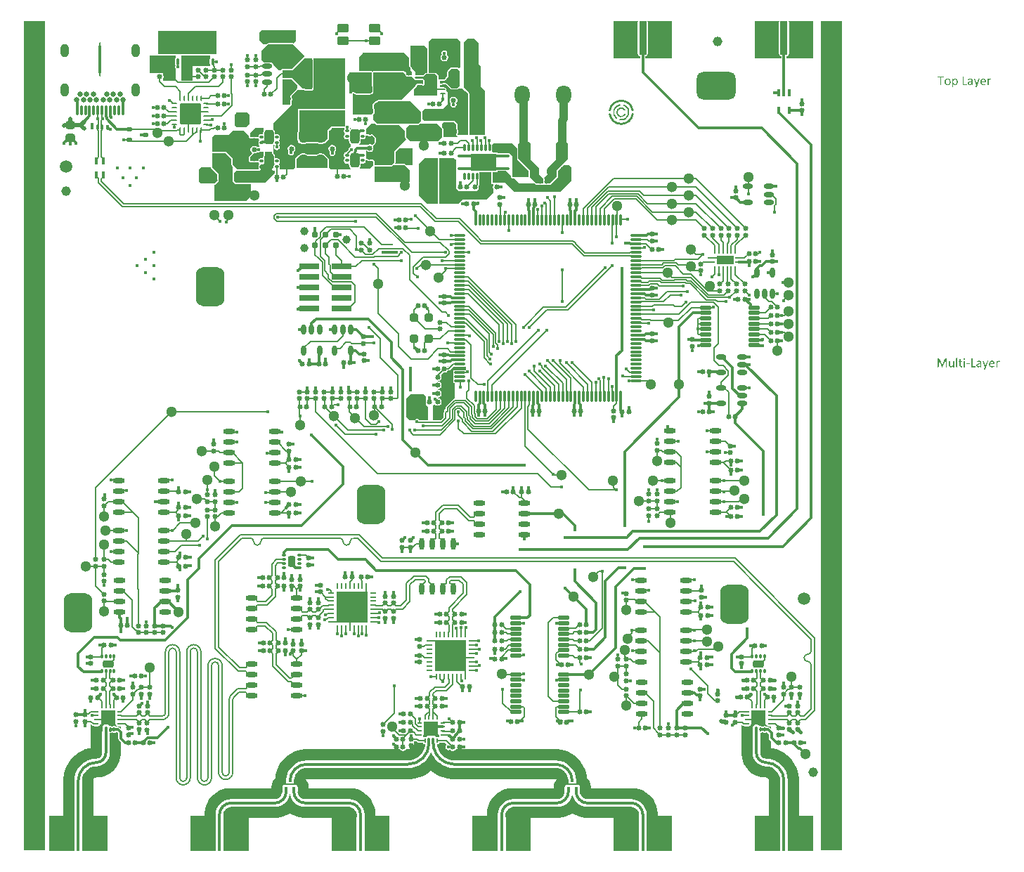
<source format=gtl>
G04*
G04 #@! TF.GenerationSoftware,Altium Limited,Altium Designer,21.2.2 (38)*
G04*
G04 Layer_Physical_Order=1*
G04 Layer_Color=255*
%FSLAX44Y44*%
%MOMM*%
G71*
G04*
G04 #@! TF.SameCoordinates,1D3918CC-9385-454E-ACC4-38365C0A3FBC*
G04*
G04*
G04 #@! TF.FilePolarity,Positive*
G04*
G01*
G75*
%ADD10C,0.2000*%
%ADD11C,0.2286*%
%ADD12C,0.2032*%
%ADD13C,0.1778*%
%ADD14C,0.3200*%
%ADD15O,0.3600X0.6200*%
%ADD16C,1.3000*%
%ADD17O,1.2500X0.6000*%
G04:AMPARAMS|DCode=18|XSize=0.6mm|YSize=0.6mm|CornerRadius=0.24mm|HoleSize=0mm|Usage=FLASHONLY|Rotation=0.000|XOffset=0mm|YOffset=0mm|HoleType=Round|Shape=RoundedRectangle|*
%AMROUNDEDRECTD18*
21,1,0.6000,0.1200,0,0,0.0*
21,1,0.1200,0.6000,0,0,0.0*
1,1,0.4800,0.0600,-0.0600*
1,1,0.4800,-0.0600,-0.0600*
1,1,0.4800,-0.0600,0.0600*
1,1,0.4800,0.0600,0.0600*
%
%ADD18ROUNDEDRECTD18*%
G04:AMPARAMS|DCode=19|XSize=0.6mm|YSize=0.6mm|CornerRadius=0.24mm|HoleSize=0mm|Usage=FLASHONLY|Rotation=270.000|XOffset=0mm|YOffset=0mm|HoleType=Round|Shape=RoundedRectangle|*
%AMROUNDEDRECTD19*
21,1,0.6000,0.1200,0,0,270.0*
21,1,0.1200,0.6000,0,0,270.0*
1,1,0.4800,-0.0600,-0.0600*
1,1,0.4800,-0.0600,0.0600*
1,1,0.4800,0.0600,0.0600*
1,1,0.4800,0.0600,-0.0600*
%
%ADD19ROUNDEDRECTD19*%
G04:AMPARAMS|DCode=20|XSize=4.7mm|YSize=3.4mm|CornerRadius=0.85mm|HoleSize=0mm|Usage=FLASHONLY|Rotation=90.000|XOffset=0mm|YOffset=0mm|HoleType=Round|Shape=RoundedRectangle|*
%AMROUNDEDRECTD20*
21,1,4.7000,1.7000,0,0,90.0*
21,1,3.0000,3.4000,0,0,90.0*
1,1,1.7000,0.8500,1.5000*
1,1,1.7000,0.8500,-1.5000*
1,1,1.7000,-0.8500,-1.5000*
1,1,1.7000,-0.8500,1.5000*
%
%ADD20ROUNDEDRECTD20*%
G04:AMPARAMS|DCode=21|XSize=4.7mm|YSize=3.4mm|CornerRadius=0.85mm|HoleSize=0mm|Usage=FLASHONLY|Rotation=0.000|XOffset=0mm|YOffset=0mm|HoleType=Round|Shape=RoundedRectangle|*
%AMROUNDEDRECTD21*
21,1,4.7000,1.7000,0,0,0.0*
21,1,3.0000,3.4000,0,0,0.0*
1,1,1.7000,1.5000,-0.8500*
1,1,1.7000,-1.5000,-0.8500*
1,1,1.7000,-1.5000,0.8500*
1,1,1.7000,1.5000,0.8500*
%
%ADD21ROUNDEDRECTD21*%
%ADD22R,3.1500X2.0500*%
%ADD23O,0.8500X0.2800*%
%ADD24O,0.2800X0.8500*%
%ADD25O,0.2500X0.8000*%
%ADD26O,0.8000X0.2500*%
%ADD27R,3.7500X3.7500*%
%ADD28R,3.7500X3.7500*%
G04:AMPARAMS|DCode=29|XSize=1.72mm|YSize=1.12mm|CornerRadius=0.28mm|HoleSize=0mm|Usage=FLASHONLY|Rotation=270.000|XOffset=0mm|YOffset=0mm|HoleType=Round|Shape=RoundedRectangle|*
%AMROUNDEDRECTD29*
21,1,1.7200,0.5600,0,0,270.0*
21,1,1.1600,1.1200,0,0,270.0*
1,1,0.5600,-0.2800,-0.5800*
1,1,0.5600,-0.2800,0.5800*
1,1,0.5600,0.2800,0.5800*
1,1,0.5600,0.2800,-0.5800*
%
%ADD29ROUNDEDRECTD29*%
G04:AMPARAMS|DCode=30|XSize=0.4mm|YSize=0.45mm|CornerRadius=0.1mm|HoleSize=0mm|Usage=FLASHONLY|Rotation=270.000|XOffset=0mm|YOffset=0mm|HoleType=Round|Shape=RoundedRectangle|*
%AMROUNDEDRECTD30*
21,1,0.4000,0.2500,0,0,270.0*
21,1,0.2000,0.4500,0,0,270.0*
1,1,0.2000,-0.1250,-0.1000*
1,1,0.2000,-0.1250,0.1000*
1,1,0.2000,0.1250,0.1000*
1,1,0.2000,0.1250,-0.1000*
%
%ADD30ROUNDEDRECTD30*%
G04:AMPARAMS|DCode=31|XSize=0.3mm|YSize=0.5mm|CornerRadius=0.075mm|HoleSize=0mm|Usage=FLASHONLY|Rotation=180.000|XOffset=0mm|YOffset=0mm|HoleType=Round|Shape=RoundedRectangle|*
%AMROUNDEDRECTD31*
21,1,0.3000,0.3500,0,0,180.0*
21,1,0.1500,0.5000,0,0,180.0*
1,1,0.1500,-0.0750,0.1750*
1,1,0.1500,0.0750,0.1750*
1,1,0.1500,0.0750,-0.1750*
1,1,0.1500,-0.0750,-0.1750*
%
%ADD31ROUNDEDRECTD31*%
G04:AMPARAMS|DCode=32|XSize=1.3mm|YSize=0.9mm|CornerRadius=0.225mm|HoleSize=0mm|Usage=FLASHONLY|Rotation=180.000|XOffset=0mm|YOffset=0mm|HoleType=Round|Shape=RoundedRectangle|*
%AMROUNDEDRECTD32*
21,1,1.3000,0.4500,0,0,180.0*
21,1,0.8500,0.9000,0,0,180.0*
1,1,0.4500,-0.4250,0.2250*
1,1,0.4500,0.4250,0.2250*
1,1,0.4500,0.4250,-0.2250*
1,1,0.4500,-0.4250,-0.2250*
%
%ADD32ROUNDEDRECTD32*%
G04:AMPARAMS|DCode=33|XSize=0.3mm|YSize=0.5mm|CornerRadius=0.075mm|HoleSize=0mm|Usage=FLASHONLY|Rotation=90.000|XOffset=0mm|YOffset=0mm|HoleType=Round|Shape=RoundedRectangle|*
%AMROUNDEDRECTD33*
21,1,0.3000,0.3500,0,0,90.0*
21,1,0.1500,0.5000,0,0,90.0*
1,1,0.1500,0.1750,0.0750*
1,1,0.1500,0.1750,-0.0750*
1,1,0.1500,-0.1750,-0.0750*
1,1,0.1500,-0.1750,0.0750*
%
%ADD33ROUNDEDRECTD33*%
G04:AMPARAMS|DCode=34|XSize=1.3mm|YSize=0.9mm|CornerRadius=0.225mm|HoleSize=0mm|Usage=FLASHONLY|Rotation=90.000|XOffset=0mm|YOffset=0mm|HoleType=Round|Shape=RoundedRectangle|*
%AMROUNDEDRECTD34*
21,1,1.3000,0.4500,0,0,90.0*
21,1,0.8500,0.9000,0,0,90.0*
1,1,0.4500,0.2250,0.4250*
1,1,0.4500,0.2250,-0.4250*
1,1,0.4500,-0.2250,-0.4250*
1,1,0.4500,-0.2250,0.4250*
%
%ADD34ROUNDEDRECTD34*%
G04:AMPARAMS|DCode=35|XSize=0.28mm|YSize=1.35mm|CornerRadius=0.07mm|HoleSize=0mm|Usage=FLASHONLY|Rotation=90.000|XOffset=0mm|YOffset=0mm|HoleType=Round|Shape=RoundedRectangle|*
%AMROUNDEDRECTD35*
21,1,0.2800,1.2100,0,0,90.0*
21,1,0.1400,1.3500,0,0,90.0*
1,1,0.1400,0.6050,0.0700*
1,1,0.1400,0.6050,-0.0700*
1,1,0.1400,-0.6050,-0.0700*
1,1,0.1400,-0.6050,0.0700*
%
%ADD35ROUNDEDRECTD35*%
G04:AMPARAMS|DCode=36|XSize=0.28mm|YSize=1.35mm|CornerRadius=0.07mm|HoleSize=0mm|Usage=FLASHONLY|Rotation=0.000|XOffset=0mm|YOffset=0mm|HoleType=Round|Shape=RoundedRectangle|*
%AMROUNDEDRECTD36*
21,1,0.2800,1.2100,0,0,0.0*
21,1,0.1400,1.3500,0,0,0.0*
1,1,0.1400,0.0700,-0.6050*
1,1,0.1400,-0.0700,-0.6050*
1,1,0.1400,-0.0700,0.6050*
1,1,0.1400,0.0700,0.6050*
%
%ADD36ROUNDEDRECTD36*%
%ADD37C,1.5000*%
G04:AMPARAMS|DCode=38|XSize=1.25mm|YSize=4.1mm|CornerRadius=0.25mm|HoleSize=0mm|Usage=FLASHONLY|Rotation=0.000|XOffset=0mm|YOffset=0mm|HoleType=Round|Shape=RoundedRectangle|*
%AMROUNDEDRECTD38*
21,1,1.2500,3.6000,0,0,0.0*
21,1,0.7500,4.1000,0,0,0.0*
1,1,0.5000,0.3750,-1.8000*
1,1,0.5000,-0.3750,-1.8000*
1,1,0.5000,-0.3750,1.8000*
1,1,0.5000,0.3750,1.8000*
%
%ADD38ROUNDEDRECTD38*%
G04:AMPARAMS|DCode=39|XSize=0.35mm|YSize=0.35mm|CornerRadius=0.0875mm|HoleSize=0mm|Usage=FLASHONLY|Rotation=180.000|XOffset=0mm|YOffset=0mm|HoleType=Round|Shape=RoundedRectangle|*
%AMROUNDEDRECTD39*
21,1,0.3500,0.1750,0,0,180.0*
21,1,0.1750,0.3500,0,0,180.0*
1,1,0.1750,-0.0875,0.0875*
1,1,0.1750,0.0875,0.0875*
1,1,0.1750,0.0875,-0.0875*
1,1,0.1750,-0.0875,-0.0875*
%
%ADD39ROUNDEDRECTD39*%
G04:AMPARAMS|DCode=40|XSize=0.1mm|YSize=0.1mm|CornerRadius=0.025mm|HoleSize=0mm|Usage=FLASHONLY|Rotation=180.000|XOffset=0mm|YOffset=0mm|HoleType=Round|Shape=RoundedRectangle|*
%AMROUNDEDRECTD40*
21,1,0.1000,0.0500,0,0,180.0*
21,1,0.0500,0.1000,0,0,180.0*
1,1,0.0500,-0.0250,0.0250*
1,1,0.0500,0.0250,0.0250*
1,1,0.0500,0.0250,-0.0250*
1,1,0.0500,-0.0250,-0.0250*
%
%ADD40ROUNDEDRECTD40*%
%ADD41O,0.2400X0.6000*%
G04:AMPARAMS|DCode=42|XSize=0.35mm|YSize=4.1mm|CornerRadius=0.07mm|HoleSize=0mm|Usage=FLASHONLY|Rotation=0.000|XOffset=0mm|YOffset=0mm|HoleType=Round|Shape=RoundedRectangle|*
%AMROUNDEDRECTD42*
21,1,0.3500,3.9600,0,0,0.0*
21,1,0.2100,4.1000,0,0,0.0*
1,1,0.1400,0.1050,-1.9800*
1,1,0.1400,-0.1050,-1.9800*
1,1,0.1400,-0.1050,1.9800*
1,1,0.1400,0.1050,1.9800*
%
%ADD42ROUNDEDRECTD42*%
G04:AMPARAMS|DCode=43|XSize=1mm|YSize=1mm|CornerRadius=0.25mm|HoleSize=0mm|Usage=FLASHONLY|Rotation=90.000|XOffset=0mm|YOffset=0mm|HoleType=Round|Shape=RoundedRectangle|*
%AMROUNDEDRECTD43*
21,1,1.0000,0.5000,0,0,90.0*
21,1,0.5000,1.0000,0,0,90.0*
1,1,0.5000,0.2500,0.2500*
1,1,0.5000,0.2500,-0.2500*
1,1,0.5000,-0.2500,-0.2500*
1,1,0.5000,-0.2500,0.2500*
%
%ADD43ROUNDEDRECTD43*%
G04:AMPARAMS|DCode=44|XSize=0.25mm|YSize=0.6mm|CornerRadius=0.0625mm|HoleSize=0mm|Usage=FLASHONLY|Rotation=180.000|XOffset=0mm|YOffset=0mm|HoleType=Round|Shape=RoundedRectangle|*
%AMROUNDEDRECTD44*
21,1,0.2500,0.4750,0,0,180.0*
21,1,0.1250,0.6000,0,0,180.0*
1,1,0.1250,-0.0625,0.2375*
1,1,0.1250,0.0625,0.2375*
1,1,0.1250,0.0625,-0.2375*
1,1,0.1250,-0.0625,-0.2375*
%
%ADD44ROUNDEDRECTD44*%
G04:AMPARAMS|DCode=45|XSize=0.25mm|YSize=0.6mm|CornerRadius=0.0625mm|HoleSize=0mm|Usage=FLASHONLY|Rotation=90.000|XOffset=0mm|YOffset=0mm|HoleType=Round|Shape=RoundedRectangle|*
%AMROUNDEDRECTD45*
21,1,0.2500,0.4750,0,0,90.0*
21,1,0.1250,0.6000,0,0,90.0*
1,1,0.1250,0.2375,0.0625*
1,1,0.1250,0.2375,-0.0625*
1,1,0.1250,-0.2375,-0.0625*
1,1,0.1250,-0.2375,0.0625*
%
%ADD45ROUNDEDRECTD45*%
G04:AMPARAMS|DCode=46|XSize=2.5mm|YSize=2.5mm|CornerRadius=0.0625mm|HoleSize=0mm|Usage=FLASHONLY|Rotation=90.000|XOffset=0mm|YOffset=0mm|HoleType=Round|Shape=RoundedRectangle|*
%AMROUNDEDRECTD46*
21,1,2.5000,2.3750,0,0,90.0*
21,1,2.3750,2.5000,0,0,90.0*
1,1,0.1250,1.1875,1.1875*
1,1,0.1250,1.1875,-1.1875*
1,1,0.1250,-1.1875,-1.1875*
1,1,0.1250,-1.1875,1.1875*
%
%ADD46ROUNDEDRECTD46*%
%ADD47O,0.6000X1.4500*%
%ADD48O,0.6000X1.2500*%
%ADD49R,2.0000X0.9800*%
%ADD50O,0.2500X0.9000*%
%ADD51O,0.9000X0.2500*%
G04:AMPARAMS|DCode=52|XSize=0.45mm|YSize=1.4mm|CornerRadius=0.1463mm|HoleSize=0mm|Usage=FLASHONLY|Rotation=90.000|XOffset=0mm|YOffset=0mm|HoleType=Round|Shape=RoundedRectangle|*
%AMROUNDEDRECTD52*
21,1,0.4500,1.1075,0,0,90.0*
21,1,0.1575,1.4000,0,0,90.0*
1,1,0.2925,0.5537,0.0788*
1,1,0.2925,0.5537,-0.0788*
1,1,0.2925,-0.5537,-0.0788*
1,1,0.2925,-0.5537,0.0788*
%
%ADD52ROUNDEDRECTD52*%
%ADD53O,1.4500X0.6000*%
%ADD54O,0.6000X0.2400*%
%ADD55R,1.7500X1.7500*%
G04:AMPARAMS|DCode=56|XSize=0.2mm|YSize=0.565mm|CornerRadius=0.05mm|HoleSize=0mm|Usage=FLASHONLY|Rotation=270.000|XOffset=0mm|YOffset=0mm|HoleType=Round|Shape=RoundedRectangle|*
%AMROUNDEDRECTD56*
21,1,0.2000,0.4650,0,0,270.0*
21,1,0.1000,0.5650,0,0,270.0*
1,1,0.1000,-0.2325,-0.0500*
1,1,0.1000,-0.2325,0.0500*
1,1,0.1000,0.2325,0.0500*
1,1,0.1000,0.2325,-0.0500*
%
%ADD56ROUNDEDRECTD56*%
G04:AMPARAMS|DCode=57|XSize=0.4mm|YSize=0.565mm|CornerRadius=0.1mm|HoleSize=0mm|Usage=FLASHONLY|Rotation=270.000|XOffset=0mm|YOffset=0mm|HoleType=Round|Shape=RoundedRectangle|*
%AMROUNDEDRECTD57*
21,1,0.4000,0.3650,0,0,270.0*
21,1,0.2000,0.5650,0,0,270.0*
1,1,0.2000,-0.1825,-0.1000*
1,1,0.2000,-0.1825,0.1000*
1,1,0.2000,0.1825,0.1000*
1,1,0.2000,0.1825,-0.1000*
%
%ADD57ROUNDEDRECTD57*%
G04:AMPARAMS|DCode=58|XSize=0.4mm|YSize=0.9mm|CornerRadius=0.1mm|HoleSize=0mm|Usage=FLASHONLY|Rotation=180.000|XOffset=0mm|YOffset=0mm|HoleType=Round|Shape=RoundedRectangle|*
%AMROUNDEDRECTD58*
21,1,0.4000,0.7000,0,0,180.0*
21,1,0.2000,0.9000,0,0,180.0*
1,1,0.2000,-0.1000,0.3500*
1,1,0.2000,0.1000,0.3500*
1,1,0.2000,0.1000,-0.3500*
1,1,0.2000,-0.1000,-0.3500*
%
%ADD58ROUNDEDRECTD58*%
G04:AMPARAMS|DCode=59|XSize=0.9mm|YSize=4.1mm|CornerRadius=0.18mm|HoleSize=0mm|Usage=FLASHONLY|Rotation=180.000|XOffset=0mm|YOffset=0mm|HoleType=Round|Shape=RoundedRectangle|*
%AMROUNDEDRECTD59*
21,1,0.9000,3.7400,0,0,180.0*
21,1,0.5400,4.1000,0,0,180.0*
1,1,0.3600,-0.2700,1.8700*
1,1,0.3600,0.2700,1.8700*
1,1,0.3600,0.2700,-1.8700*
1,1,0.3600,-0.2700,-1.8700*
%
%ADD59ROUNDEDRECTD59*%
G04:AMPARAMS|DCode=60|XSize=0.76mm|YSize=2.4mm|CornerRadius=0.19mm|HoleSize=0mm|Usage=FLASHONLY|Rotation=270.000|XOffset=0mm|YOffset=0mm|HoleType=Round|Shape=RoundedRectangle|*
%AMROUNDEDRECTD60*
21,1,0.7600,2.0200,0,0,270.0*
21,1,0.3800,2.4000,0,0,270.0*
1,1,0.3800,-1.0100,-0.1900*
1,1,0.3800,-1.0100,0.1900*
1,1,0.3800,1.0100,0.1900*
1,1,0.3800,1.0100,-0.1900*
%
%ADD60ROUNDEDRECTD60*%
G04:AMPARAMS|DCode=61|XSize=1.05mm|YSize=1.4mm|CornerRadius=0.2625mm|HoleSize=0mm|Usage=FLASHONLY|Rotation=270.000|XOffset=0mm|YOffset=0mm|HoleType=Round|Shape=RoundedRectangle|*
%AMROUNDEDRECTD61*
21,1,1.0500,0.8750,0,0,270.0*
21,1,0.5250,1.4000,0,0,270.0*
1,1,0.5250,-0.4375,-0.2625*
1,1,0.5250,-0.4375,0.2625*
1,1,0.5250,0.4375,0.2625*
1,1,0.5250,0.4375,-0.2625*
%
%ADD61ROUNDEDRECTD61*%
%ADD62O,1.2000X1.6000*%
%ADD63R,2.7000X1.9600*%
G04:AMPARAMS|DCode=64|XSize=0.39mm|YSize=0.77mm|CornerRadius=0.156mm|HoleSize=0mm|Usage=FLASHONLY|Rotation=0.000|XOffset=0mm|YOffset=0mm|HoleType=Round|Shape=RoundedRectangle|*
%AMROUNDEDRECTD64*
21,1,0.3900,0.4580,0,0,0.0*
21,1,0.0780,0.7700,0,0,0.0*
1,1,0.3120,0.0390,-0.2290*
1,1,0.3120,-0.0390,-0.2290*
1,1,0.3120,-0.0390,0.2290*
1,1,0.3120,0.0390,0.2290*
%
%ADD64ROUNDEDRECTD64*%
G04:AMPARAMS|DCode=65|XSize=0.39mm|YSize=0.77mm|CornerRadius=0.0975mm|HoleSize=0mm|Usage=FLASHONLY|Rotation=0.000|XOffset=0mm|YOffset=0mm|HoleType=Round|Shape=RoundedRectangle|*
%AMROUNDEDRECTD65*
21,1,0.3900,0.5750,0,0,0.0*
21,1,0.1950,0.7700,0,0,0.0*
1,1,0.1950,0.0975,-0.2875*
1,1,0.1950,-0.0975,-0.2875*
1,1,0.1950,-0.0975,0.2875*
1,1,0.1950,0.0975,0.2875*
%
%ADD65ROUNDEDRECTD65*%
G04:AMPARAMS|DCode=66|XSize=2.02mm|YSize=1.21mm|CornerRadius=0.121mm|HoleSize=0mm|Usage=FLASHONLY|Rotation=90.000|XOffset=0mm|YOffset=0mm|HoleType=Round|Shape=RoundedRectangle|*
%AMROUNDEDRECTD66*
21,1,2.0200,0.9680,0,0,90.0*
21,1,1.7780,1.2100,0,0,90.0*
1,1,0.2420,0.4840,0.8890*
1,1,0.2420,0.4840,-0.8890*
1,1,0.2420,-0.4840,-0.8890*
1,1,0.2420,-0.4840,0.8890*
%
%ADD66ROUNDEDRECTD66*%
G04:AMPARAMS|DCode=67|XSize=0.2mm|YSize=0.6mm|CornerRadius=0.1mm|HoleSize=0mm|Usage=FLASHONLY|Rotation=90.000|XOffset=0mm|YOffset=0mm|HoleType=Round|Shape=RoundedRectangle|*
%AMROUNDEDRECTD67*
21,1,0.2000,0.4000,0,0,90.0*
21,1,0.0000,0.6000,0,0,90.0*
1,1,0.2000,0.2000,0.0000*
1,1,0.2000,0.2000,0.0000*
1,1,0.2000,-0.2000,0.0000*
1,1,0.2000,-0.2000,0.0000*
%
%ADD67ROUNDEDRECTD67*%
G04:AMPARAMS|DCode=68|XSize=1mm|YSize=2.2mm|CornerRadius=0.25mm|HoleSize=0mm|Usage=FLASHONLY|Rotation=180.000|XOffset=0mm|YOffset=0mm|HoleType=Round|Shape=RoundedRectangle|*
%AMROUNDEDRECTD68*
21,1,1.0000,1.7000,0,0,180.0*
21,1,0.5000,2.2000,0,0,180.0*
1,1,0.5000,-0.2500,0.8500*
1,1,0.5000,0.2500,0.8500*
1,1,0.5000,0.2500,-0.8500*
1,1,0.5000,-0.2500,-0.8500*
%
%ADD68ROUNDEDRECTD68*%
G04:AMPARAMS|DCode=69|XSize=1mm|YSize=2.2mm|CornerRadius=0.25mm|HoleSize=0mm|Usage=FLASHONLY|Rotation=90.000|XOffset=0mm|YOffset=0mm|HoleType=Round|Shape=RoundedRectangle|*
%AMROUNDEDRECTD69*
21,1,1.0000,1.7000,0,0,90.0*
21,1,0.5000,2.2000,0,0,90.0*
1,1,0.5000,0.8500,0.2500*
1,1,0.5000,0.8500,-0.2500*
1,1,0.5000,-0.8500,-0.2500*
1,1,0.5000,-0.8500,0.2500*
%
%ADD69ROUNDEDRECTD69*%
G04:AMPARAMS|DCode=70|XSize=0.98mm|YSize=3.7mm|CornerRadius=0.245mm|HoleSize=0mm|Usage=FLASHONLY|Rotation=0.000|XOffset=0mm|YOffset=0mm|HoleType=Round|Shape=RoundedRectangle|*
%AMROUNDEDRECTD70*
21,1,0.9800,3.2100,0,0,0.0*
21,1,0.4900,3.7000,0,0,0.0*
1,1,0.4900,0.2450,-1.6050*
1,1,0.4900,-0.2450,-1.6050*
1,1,0.4900,-0.2450,1.6050*
1,1,0.4900,0.2450,1.6050*
%
%ADD70ROUNDEDRECTD70*%
G04:AMPARAMS|DCode=71|XSize=0.2mm|YSize=1mm|CornerRadius=0.05mm|HoleSize=0mm|Usage=FLASHONLY|Rotation=180.000|XOffset=0mm|YOffset=0mm|HoleType=Round|Shape=RoundedRectangle|*
%AMROUNDEDRECTD71*
21,1,0.2000,0.9000,0,0,180.0*
21,1,0.1000,1.0000,0,0,180.0*
1,1,0.1000,-0.0500,0.4500*
1,1,0.1000,0.0500,0.4500*
1,1,0.1000,0.0500,-0.4500*
1,1,0.1000,-0.0500,-0.4500*
%
%ADD71ROUNDEDRECTD71*%
G04:AMPARAMS|DCode=72|XSize=0.3mm|YSize=1.2mm|CornerRadius=0.075mm|HoleSize=0mm|Usage=FLASHONLY|Rotation=180.000|XOffset=0mm|YOffset=0mm|HoleType=Round|Shape=RoundedRectangle|*
%AMROUNDEDRECTD72*
21,1,0.3000,1.0500,0,0,180.0*
21,1,0.1500,1.2000,0,0,180.0*
1,1,0.1500,-0.0750,0.5250*
1,1,0.1500,0.0750,0.5250*
1,1,0.1500,0.0750,-0.5250*
1,1,0.1500,-0.0750,-0.5250*
%
%ADD72ROUNDEDRECTD72*%
%ADD73C,0.7874*%
G04:AMPARAMS|DCode=74|XSize=1mm|YSize=0.95mm|CornerRadius=0.2375mm|HoleSize=0mm|Usage=FLASHONLY|Rotation=270.000|XOffset=0mm|YOffset=0mm|HoleType=Round|Shape=RoundedRectangle|*
%AMROUNDEDRECTD74*
21,1,1.0000,0.4750,0,0,270.0*
21,1,0.5250,0.9500,0,0,270.0*
1,1,0.4750,-0.2375,-0.2625*
1,1,0.4750,-0.2375,0.2625*
1,1,0.4750,0.2375,0.2625*
1,1,0.4750,0.2375,-0.2625*
%
%ADD74ROUNDEDRECTD74*%
G04:AMPARAMS|DCode=75|XSize=0.51mm|YSize=0.65mm|CornerRadius=0.1913mm|HoleSize=0mm|Usage=FLASHONLY|Rotation=270.000|XOffset=0mm|YOffset=0mm|HoleType=Round|Shape=RoundedRectangle|*
%AMROUNDEDRECTD75*
21,1,0.5100,0.2675,0,0,270.0*
21,1,0.1275,0.6500,0,0,270.0*
1,1,0.3825,-0.1338,-0.0638*
1,1,0.3825,-0.1338,0.0638*
1,1,0.3825,0.1338,0.0638*
1,1,0.3825,0.1338,-0.0638*
%
%ADD75ROUNDEDRECTD75*%
G04:AMPARAMS|DCode=76|XSize=1mm|YSize=1.2mm|CornerRadius=0.375mm|HoleSize=0mm|Usage=FLASHONLY|Rotation=270.000|XOffset=0mm|YOffset=0mm|HoleType=Round|Shape=RoundedRectangle|*
%AMROUNDEDRECTD76*
21,1,1.0000,0.4500,0,0,270.0*
21,1,0.2500,1.2000,0,0,270.0*
1,1,0.7500,-0.2250,-0.1250*
1,1,0.7500,-0.2250,0.1250*
1,1,0.7500,0.2250,0.1250*
1,1,0.7500,0.2250,-0.1250*
%
%ADD76ROUNDEDRECTD76*%
G04:AMPARAMS|DCode=77|XSize=1.397mm|YSize=2.032mm|CornerRadius=0.3493mm|HoleSize=0mm|Usage=FLASHONLY|Rotation=180.000|XOffset=0mm|YOffset=0mm|HoleType=Round|Shape=RoundedRectangle|*
%AMROUNDEDRECTD77*
21,1,1.3970,1.3335,0,0,180.0*
21,1,0.6985,2.0320,0,0,180.0*
1,1,0.6985,-0.3493,0.6668*
1,1,0.6985,0.3493,0.6668*
1,1,0.6985,0.3493,-0.6668*
1,1,0.6985,-0.3493,-0.6668*
%
%ADD77ROUNDEDRECTD77*%
%ADD78O,1.6000X1.2000*%
%ADD79C,0.3000*%
%ADD80C,0.1500*%
%ADD81C,0.3100*%
%ADD82C,0.4000*%
%ADD83C,0.5000*%
%ADD84C,1.0000*%
%ADD85C,0.3177*%
%ADD86R,1.8500X0.2000*%
%ADD87R,2.5000X100.0000*%
%ADD88C,1.1520*%
%ADD89O,1.0000X1.6000*%
%ADD90C,0.6500*%
%ADD91O,1.8000X2.3000*%
%ADD92C,0.4000*%
%ADD93C,0.6000*%
%ADD94C,0.5000*%
%ADD95C,1.0000*%
G36*
X327000Y989000D02*
Y976000D01*
X324148Y973148D01*
X323000Y973624D01*
X294000D01*
X292852Y973148D01*
X291704Y972000D01*
X288000D01*
X283000Y977000D01*
X283000Y986000D01*
X286000Y989000D01*
X327000Y989000D01*
D02*
G37*
G36*
X231000Y960000D02*
X161000D01*
Y988000D01*
X231000D01*
Y960000D01*
D02*
G37*
G36*
X950000Y955000D02*
X918110D01*
Y957517D01*
X918988Y957691D01*
X920079Y958421D01*
X920809Y959512D01*
X921065Y960800D01*
Y998200D01*
X920809Y999488D01*
X920466Y1000000D01*
X950000D01*
Y955000D01*
D02*
G37*
G36*
X909192Y999488D02*
X908935Y998200D01*
Y960800D01*
X909192Y959512D01*
X909921Y958421D01*
X911012Y957691D01*
X911890Y957517D01*
Y955000D01*
X880000D01*
Y1000000D01*
X909534D01*
X909192Y999488D01*
D02*
G37*
G36*
X780000Y955000D02*
X748110D01*
Y957517D01*
X748988Y957691D01*
X750079Y958421D01*
X750809Y959512D01*
X751065Y960800D01*
Y998200D01*
X750809Y999488D01*
X750466Y1000000D01*
X780000D01*
Y955000D01*
D02*
G37*
G36*
X739192Y999488D02*
X738935Y998200D01*
Y960800D01*
X739192Y959512D01*
X739921Y958421D01*
X741012Y957691D01*
X741890Y957517D01*
Y955000D01*
X710000D01*
Y1000000D01*
X739534D01*
X739192Y999488D01*
D02*
G37*
G36*
X525000Y975000D02*
Y945000D01*
X523148Y943148D01*
X522000Y943624D01*
X514000Y943624D01*
X512852Y943148D01*
X509852Y940148D01*
X509376Y939000D01*
X509376Y933672D01*
X507289Y931585D01*
X507108Y931147D01*
X506845Y930754D01*
X506826Y930658D01*
X506632Y930368D01*
X506342Y930174D01*
X506246Y930155D01*
X506014Y930000D01*
X498624D01*
Y934000D01*
X498148Y935148D01*
X496148Y937148D01*
X495000Y937624D01*
X487877D01*
X487000Y938500D01*
Y975000D01*
X491000Y979000D01*
X521000D01*
X525000Y975000D01*
D02*
G37*
G36*
X337000Y958000D02*
Y956624D01*
X335852Y956148D01*
X322328Y942624D01*
X321268D01*
X321114Y942560D01*
X320951Y942592D01*
X320790Y942560D01*
X314610D01*
X314449Y942592D01*
X314286Y942560D01*
X314133Y942624D01*
X311000D01*
X309852Y942148D01*
X309377Y941000D01*
X306000D01*
X299806Y947194D01*
X299789Y947281D01*
X298794Y948769D01*
X297306Y949764D01*
X297219Y949781D01*
X297000Y950000D01*
X296119D01*
X295550Y950113D01*
X289050D01*
X288914Y950086D01*
X286000Y953000D01*
Y964000D01*
X294000Y972000D01*
X323000D01*
X337000Y958000D01*
D02*
G37*
G36*
X346376Y954071D02*
X346558Y953634D01*
X346650Y953169D01*
X346791Y952958D01*
X347004Y951890D01*
Y920110D01*
X346791Y919042D01*
X346650Y918831D01*
X346561Y918383D01*
X346393Y918350D01*
X345508Y917759D01*
X344440Y917546D01*
X339860D01*
X338792Y917759D01*
X337907Y918350D01*
X337443Y918442D01*
X337005Y918624D01*
X335377D01*
X323000Y931000D01*
X321268D01*
X320950Y931063D01*
X314450D01*
X314132Y931000D01*
X311000D01*
Y941000D01*
X314133D01*
X314450Y940937D01*
X320950D01*
X321268Y941000D01*
X323000D01*
X337000Y955000D01*
X346376D01*
Y954071D01*
D02*
G37*
G36*
X485377Y966624D02*
Y938500D01*
X485706Y937706D01*
X485624Y937624D01*
X484000D01*
X482852Y937148D01*
X480328Y934624D01*
X478246D01*
X478092Y934560D01*
X477929Y934592D01*
X477840Y934575D01*
X474160D01*
X474071Y934592D01*
X473908Y934560D01*
X473754Y934624D01*
X471000D01*
X471000D01*
X471000Y939000D01*
X466624Y943376D01*
Y943610D01*
X466560Y943763D01*
X466592Y943926D01*
X466329Y944320D01*
X466148Y944758D01*
X465994Y944821D01*
X465902Y944960D01*
X465787Y945037D01*
X465262Y945823D01*
X465045Y946910D01*
Y955578D01*
X465000Y955687D01*
Y970000D01*
X482000D01*
X485377Y966624D01*
D02*
G37*
G36*
X463422Y955578D02*
D01*
Y946910D01*
Y946750D01*
X463453Y946593D01*
D01*
X463502Y946347D01*
X463732Y945189D01*
X463957Y944853D01*
X464437Y944135D01*
X464437D01*
X464616Y943866D01*
X464815Y943733D01*
X464829Y943699D01*
X464947Y943581D01*
X464979Y943418D01*
X465000Y943387D01*
Y943376D01*
Y941000D01*
X467000Y939000D01*
Y934624D01*
X465157D01*
X464953Y934539D01*
X464805Y934569D01*
X463440Y934297D01*
X462560D01*
X461512Y934506D01*
X460759Y935009D01*
X460256Y935762D01*
X460034Y936875D01*
X459771Y937269D01*
X459590Y937706D01*
X458148Y939148D01*
X457000Y939624D01*
X420000D01*
X419188Y939287D01*
X418377Y939624D01*
X403000Y939624D01*
X403000Y957000D01*
X408000Y962000D01*
X457000Y962000D01*
X463422Y955578D01*
D02*
G37*
G36*
X497000Y934000D02*
Y924000D01*
X497000Y910000D01*
X469000Y910000D01*
Y917704D01*
X472711Y921415D01*
X472892Y921852D01*
X473156Y922246D01*
X473175Y922342D01*
X473368Y922632D01*
X473658Y922825D01*
X474160Y922925D01*
X477840D01*
X478342Y922825D01*
X478605Y922650D01*
X479069Y922558D01*
X479507Y922376D01*
X480000D01*
X481148Y922852D01*
X481624Y924000D01*
Y928706D01*
X481148Y929854D01*
X480000Y930330D01*
X479067D01*
X478784Y930212D01*
X478659Y930238D01*
X477840Y930075D01*
X474160D01*
X473658Y930174D01*
X473396Y930350D01*
X472931Y930442D01*
X472494Y930624D01*
X471673D01*
X470148Y932148D01*
X471000Y933000D01*
X473754D01*
X474000Y932951D01*
X478000D01*
X478246Y933000D01*
X481000D01*
X484000Y936000D01*
X495000D01*
X497000Y934000D01*
D02*
G37*
G36*
X321268Y929376D02*
X322328D01*
X329000Y922704D01*
Y918500D01*
X328702D01*
X328150Y918272D01*
X327922Y918043D01*
X327624Y917920D01*
X321080Y911376D01*
X320957Y911078D01*
X320728Y910850D01*
X320500Y910298D01*
Y909976D01*
X320377Y909677D01*
Y908854D01*
X320434Y908715D01*
Y908549D01*
X320500Y908390D01*
Y908233D01*
X320558Y908094D01*
Y908094D01*
X320587Y907946D01*
X320674Y907816D01*
X320708Y907647D01*
X320715Y907636D01*
X320744Y907488D01*
Y907488D01*
X320851Y906952D01*
D01*
Y906952D01*
X320953Y906440D01*
Y905560D01*
X320715Y904364D01*
X320708Y904353D01*
X320674Y904184D01*
X320587Y904054D01*
X320558Y903906D01*
D01*
X320500Y903767D01*
Y903610D01*
X320434Y903451D01*
Y903285D01*
X320377Y903146D01*
Y899672D01*
X319704Y899000D01*
X311000D01*
Y929376D01*
X314132D01*
X314286Y929440D01*
X314449Y929408D01*
X314610Y929440D01*
X320790D01*
X320951Y929408D01*
X321114Y929440D01*
X321268Y929376D01*
D02*
G37*
G36*
X1121720Y930647D02*
X1121905Y930629D01*
X1122127Y930592D01*
X1122349Y930536D01*
X1122572Y930462D01*
X1122794Y930351D01*
X1122812Y930332D01*
X1122887Y930295D01*
X1122979Y930221D01*
X1123109Y930129D01*
X1123257Y930017D01*
X1123405Y929869D01*
X1123553Y929703D01*
X1123683Y929518D01*
X1123701Y929499D01*
X1123738Y929425D01*
X1123812Y929314D01*
X1123886Y929166D01*
X1123960Y928999D01*
X1124053Y928777D01*
X1124127Y928555D01*
X1124201Y928295D01*
Y928258D01*
X1124220Y928166D01*
X1124257Y928036D01*
X1124294Y927851D01*
X1124312Y927629D01*
X1124349Y927370D01*
X1124368Y927110D01*
Y926814D01*
Y926796D01*
Y926777D01*
Y926721D01*
Y926647D01*
X1124349Y926481D01*
Y926240D01*
X1124312Y925981D01*
X1124275Y925703D01*
X1124220Y925407D01*
X1124146Y925111D01*
Y925073D01*
X1124109Y924981D01*
X1124053Y924851D01*
X1123997Y924666D01*
X1123905Y924481D01*
X1123812Y924259D01*
X1123683Y924037D01*
X1123553Y923833D01*
X1123535Y923814D01*
X1123479Y923740D01*
X1123405Y923648D01*
X1123294Y923537D01*
X1123146Y923407D01*
X1122979Y923277D01*
X1122775Y923148D01*
X1122572Y923037D01*
X1122553Y923018D01*
X1122461Y923000D01*
X1122349Y922944D01*
X1122183Y922907D01*
X1121979Y922851D01*
X1121757Y922796D01*
X1121516Y922777D01*
X1121239Y922759D01*
X1121127D01*
X1121035Y922777D01*
X1120850Y922796D01*
X1120628Y922833D01*
X1120609D01*
X1120591Y922851D01*
X1120461Y922870D01*
X1120294Y922944D01*
X1120109Y923018D01*
X1120090D01*
X1120072Y923037D01*
X1119942Y923111D01*
X1119776Y923222D01*
X1119591Y923352D01*
X1119572Y923370D01*
X1119554Y923389D01*
X1119498Y923444D01*
X1119424Y923500D01*
X1119257Y923648D01*
X1119054Y923851D01*
Y920259D01*
Y920222D01*
X1119017Y920167D01*
X1118998Y920130D01*
X1118905Y920074D01*
X1118887D01*
X1118850Y920055D01*
X1118794Y920037D01*
X1118702Y920018D01*
X1118628D01*
X1118517Y920000D01*
X1118165D01*
X1118054Y920018D01*
X1118035D01*
X1117998Y920037D01*
X1117868Y920074D01*
X1117850D01*
X1117831Y920093D01*
X1117757Y920167D01*
Y920185D01*
X1117739Y920259D01*
Y930295D01*
Y930314D01*
Y930332D01*
X1117757Y930406D01*
Y930425D01*
X1117776Y930443D01*
X1117813Y930462D01*
X1117850Y930480D01*
X1117868D01*
X1117906Y930499D01*
X1117961Y930517D01*
X1118035Y930536D01*
X1118054D01*
X1118109Y930555D01*
X1118498D01*
X1118572Y930536D01*
X1118591D01*
X1118646Y930517D01*
X1118757Y930480D01*
X1118776D01*
X1118794Y930462D01*
X1118831Y930443D01*
X1118850Y930406D01*
X1118868Y930388D01*
X1118887Y930295D01*
Y929332D01*
X1118905Y929351D01*
X1118942Y929388D01*
X1119017Y929444D01*
X1119091Y929536D01*
X1119294Y929721D01*
X1119517Y929906D01*
X1119535Y929925D01*
X1119572Y929943D01*
X1119628Y929999D01*
X1119720Y930054D01*
X1119905Y930184D01*
X1120128Y930314D01*
X1120146D01*
X1120183Y930351D01*
X1120239Y930369D01*
X1120331Y930406D01*
X1120535Y930499D01*
X1120757Y930573D01*
X1120776D01*
X1120813Y930592D01*
X1120887Y930610D01*
X1120961Y930629D01*
X1121183Y930647D01*
X1121442Y930666D01*
X1121572D01*
X1121720Y930647D01*
D02*
G37*
G36*
X1163753D02*
X1163771D01*
X1163827Y930629D01*
X1163919Y930610D01*
X1164012Y930592D01*
X1164030D01*
X1164105Y930573D01*
X1164178Y930555D01*
X1164271Y930517D01*
X1164290D01*
X1164345Y930499D01*
X1164401Y930480D01*
X1164438Y930443D01*
X1164456D01*
X1164475Y930425D01*
X1164512Y930369D01*
X1164530Y930351D01*
Y930277D01*
Y930258D01*
X1164549Y930240D01*
Y930184D01*
Y930110D01*
Y930091D01*
X1164567Y930036D01*
Y929962D01*
Y929832D01*
Y929795D01*
Y929721D01*
Y929629D01*
X1164549Y929536D01*
Y929518D01*
Y929481D01*
X1164512Y929351D01*
Y929332D01*
X1164493Y929314D01*
X1164456Y929240D01*
X1164438Y929221D01*
X1164364Y929203D01*
X1164308D01*
X1164197Y929240D01*
X1164178D01*
X1164141Y929258D01*
X1164067Y929295D01*
X1163993Y929314D01*
X1163975D01*
X1163919Y929332D01*
X1163845Y929369D01*
X1163734Y929388D01*
X1163716D01*
X1163642Y929406D01*
X1163531Y929425D01*
X1163382D01*
X1163290Y929406D01*
X1163179Y929388D01*
X1163030Y929332D01*
X1162993Y929314D01*
X1162919Y929277D01*
X1162790Y929184D01*
X1162623Y929073D01*
X1162586Y929036D01*
X1162494Y928943D01*
X1162345Y928777D01*
X1162179Y928573D01*
X1162160Y928555D01*
X1162142Y928518D01*
X1162086Y928462D01*
X1162031Y928370D01*
X1161957Y928258D01*
X1161882Y928129D01*
X1161679Y927832D01*
Y923092D01*
Y923074D01*
Y923055D01*
X1161642Y922981D01*
X1161623Y922963D01*
X1161531Y922907D01*
X1161512D01*
X1161475Y922889D01*
X1161420D01*
X1161327Y922870D01*
X1161253D01*
X1161142Y922851D01*
X1160790D01*
X1160679Y922870D01*
X1160660D01*
X1160623Y922889D01*
X1160494Y922907D01*
X1160475D01*
X1160457Y922926D01*
X1160383Y922981D01*
Y923018D01*
X1160364Y923092D01*
Y930295D01*
Y930314D01*
Y930332D01*
X1160383Y930406D01*
X1160401Y930425D01*
X1160438Y930462D01*
X1160475Y930480D01*
X1160494D01*
X1160531Y930499D01*
X1160586Y930517D01*
X1160660Y930536D01*
X1160679D01*
X1160734Y930555D01*
X1161142D01*
X1161234Y930536D01*
X1161253D01*
X1161309Y930517D01*
X1161364Y930499D01*
X1161420Y930480D01*
X1161438D01*
X1161457Y930462D01*
X1161494Y930443D01*
X1161512Y930406D01*
X1161531Y930388D01*
X1161549Y930295D01*
Y929240D01*
X1161568Y929258D01*
X1161605Y929314D01*
X1161660Y929388D01*
X1161734Y929499D01*
X1161901Y929721D01*
X1162105Y929943D01*
X1162123Y929962D01*
X1162142Y929999D01*
X1162271Y930110D01*
X1162420Y930240D01*
X1162586Y930369D01*
X1162605D01*
X1162623Y930388D01*
X1162734Y930462D01*
X1162882Y930536D01*
X1163049Y930592D01*
X1163067D01*
X1163086Y930610D01*
X1163197Y930629D01*
X1163345Y930647D01*
X1163512Y930666D01*
X1163660D01*
X1163753Y930647D01*
D02*
G37*
G36*
X224000Y955333D02*
X223533Y954634D01*
X223295Y953440D01*
Y948860D01*
X223533Y947666D01*
X224000Y946966D01*
Y946000D01*
X203000D01*
Y928294D01*
X189000D01*
Y958000D01*
X224000D01*
Y955333D01*
D02*
G37*
G36*
X182000Y955333D02*
X181533Y954634D01*
X181295Y953440D01*
Y948860D01*
X181533Y947666D01*
X182000Y946966D01*
Y946903D01*
X181500Y945696D01*
Y944304D01*
X182000Y943097D01*
Y928000D01*
X167000D01*
Y930469D01*
X167274Y930878D01*
X167577Y932400D01*
Y933600D01*
X167274Y935122D01*
X167000Y935531D01*
Y937000D01*
X165531D01*
X165122Y937274D01*
X163600Y937576D01*
X162400D01*
X160878Y937274D01*
X160469Y937000D01*
X151000D01*
Y958000D01*
X182000D01*
Y955333D01*
D02*
G37*
G36*
X524000Y940000D02*
X524000Y922000D01*
X521000Y919000D01*
X515000Y919000D01*
X512000Y922000D01*
X510000Y924000D01*
X509576D01*
X509413Y924163D01*
X508420Y924826D01*
X507250Y925059D01*
X507250Y925059D01*
X504000D01*
X502830Y924826D01*
X502415Y924549D01*
X502000D01*
X501025Y924355D01*
X501000Y924339D01*
Y928000D01*
X506000Y928000D01*
X506563Y928563D01*
X506976Y928645D01*
X507803Y929198D01*
X508355Y930025D01*
X508437Y930437D01*
X511000Y933000D01*
X511000Y939000D01*
X514000Y942000D01*
X522000Y942000D01*
X524000Y940000D01*
D02*
G37*
G36*
X1150310Y930536D02*
X1150421Y930517D01*
X1150439D01*
X1150495Y930499D01*
X1150569Y930480D01*
X1150624Y930443D01*
X1150643Y930425D01*
X1150661Y930406D01*
X1150680Y930351D01*
X1150698Y930295D01*
Y930277D01*
Y930240D01*
X1150680Y930147D01*
X1150643Y930054D01*
X1148069Y922907D01*
X1147106Y920278D01*
X1147088Y920259D01*
X1147051Y920204D01*
X1146977Y920130D01*
X1146847Y920074D01*
X1146810Y920055D01*
X1146699Y920037D01*
X1146625Y920018D01*
X1146532D01*
X1146403Y920000D01*
X1146143D01*
X1146032Y920018D01*
X1145921Y920037D01*
X1145903D01*
X1145866Y920055D01*
X1145736Y920111D01*
X1145717D01*
X1145699Y920148D01*
X1145662Y920167D01*
X1145643Y920222D01*
Y920241D01*
Y920278D01*
X1145662Y920333D01*
X1145699Y920407D01*
X1146680Y922907D01*
X1146643Y922926D01*
X1146606Y922963D01*
X1146551Y923000D01*
Y923018D01*
X1146514Y923055D01*
X1146458Y923148D01*
X1143903Y930036D01*
X1143884Y930073D01*
X1143866Y930129D01*
X1143847Y930221D01*
X1143829Y930295D01*
Y930314D01*
Y930351D01*
X1143847Y930406D01*
X1143884Y930443D01*
X1143903Y930462D01*
X1143940Y930480D01*
X1144014Y930499D01*
X1144107Y930517D01*
X1144125D01*
X1144218Y930536D01*
X1144329Y930555D01*
X1144755D01*
X1144866Y930536D01*
X1144884D01*
X1144940Y930517D01*
X1145014Y930499D01*
X1145069Y930480D01*
X1145088D01*
X1145125Y930462D01*
X1145162Y930443D01*
X1145199Y930388D01*
Y930369D01*
X1145218Y930351D01*
X1145273Y930240D01*
X1147328Y924463D01*
X1147347D01*
X1149347Y930258D01*
Y930277D01*
X1149365Y930351D01*
X1149402Y930406D01*
X1149439Y930462D01*
X1149458D01*
X1149495Y930480D01*
X1149550Y930499D01*
X1149643Y930517D01*
X1149680D01*
X1149754Y930536D01*
X1149884Y930555D01*
X1150180D01*
X1150310Y930536D01*
D02*
G37*
G36*
X458442Y936558D02*
X458726Y935128D01*
X459588Y933838D01*
X460878Y932976D01*
X462400Y932674D01*
X463600D01*
X465122Y932976D01*
X465157Y933000D01*
X467000D01*
X471000Y929000D01*
X472170D01*
X472310Y928942D01*
X472476D01*
X472614Y928850D01*
X472762Y928821D01*
X473025Y928645D01*
X474000Y928451D01*
X478000D01*
X478975Y928645D01*
X479067Y928706D01*
X479677D01*
X479906Y928611D01*
X480000Y928383D01*
Y924323D01*
X479906Y924095D01*
X479753Y924032D01*
X479691Y924058D01*
X479524D01*
X479386Y924150D01*
X479238Y924179D01*
X478975Y924355D01*
X478000Y924549D01*
X474000D01*
X473025Y924355D01*
X472581Y924059D01*
X472466Y923982D01*
X472466Y923982D01*
X472198Y923802D01*
X472018Y923534D01*
X472018Y923534D01*
X471888Y923339D01*
X471645Y922975D01*
X471626Y922880D01*
X471542Y922755D01*
X471510Y922591D01*
X471392Y922474D01*
X471335Y922335D01*
X467852Y918852D01*
X454000Y905000D01*
X426000D01*
X425391Y904391D01*
X425212Y904317D01*
X425042Y904147D01*
D01*
X423415Y903473D01*
X423415Y903473D01*
X423218Y903391D01*
X423048Y903261D01*
X423048Y903261D01*
X421821Y902319D01*
X421821Y902319D01*
X421651Y902189D01*
X421521Y902020D01*
X421521Y902020D01*
X420579Y900792D01*
Y900792D01*
X420449Y900622D01*
X420367Y900425D01*
X420367Y900425D01*
X419775Y898995D01*
Y898995D01*
X419693Y898798D01*
X419665Y898586D01*
X419665Y898586D01*
X419463Y897052D01*
X419463Y897052D01*
X419435Y896840D01*
X419463Y896628D01*
X419463Y896628D01*
X419665Y895094D01*
X419665Y895094D01*
X419693Y894882D01*
X419775Y894685D01*
Y894685D01*
X419899Y894385D01*
X420000Y894141D01*
Y893818D01*
Y889323D01*
X419772Y888772D01*
X418852Y887852D01*
X418000Y887000D01*
X396000D01*
X396000Y912677D01*
X396095Y912905D01*
X396239Y912965D01*
X396331Y912947D01*
X396449Y912829D01*
X396483Y912815D01*
X396616Y912616D01*
X397939Y911732D01*
X398903Y911541D01*
X399343Y911453D01*
X399343D01*
X399500Y911422D01*
X416500D01*
X416657Y911453D01*
D01*
X416903Y911502D01*
X418061Y911732D01*
X418397Y911957D01*
X419115Y912437D01*
Y912437D01*
X419384Y912616D01*
X419563Y912885D01*
X419563D01*
X419640Y913000D01*
Y913000D01*
X420000D01*
Y913471D01*
X420101Y913572D01*
Y913689D01*
X420268Y913939D01*
X420417Y914689D01*
X420547Y915343D01*
Y915343D01*
X420578Y915500D01*
Y920500D01*
X420547Y920657D01*
D01*
X420331Y921744D01*
Y921744D01*
X420268Y922061D01*
X420179Y922193D01*
X420150Y922341D01*
X420058Y922479D01*
Y922645D01*
X420000Y922785D01*
Y925243D01*
X420000Y927818D01*
X420000Y927818D01*
Y928141D01*
D01*
X420225Y928685D01*
Y928904D01*
X420335Y929094D01*
X420537Y930628D01*
X420480Y930840D01*
X420537Y931052D01*
X420499Y931340D01*
X420565Y931840D01*
X420307Y933798D01*
X420000Y934539D01*
Y938000D01*
X457000D01*
X458442Y936558D01*
D02*
G37*
G36*
X1131089Y933295D02*
X1131200Y933276D01*
X1131219D01*
X1131274Y933258D01*
X1131349Y933239D01*
X1131404Y933221D01*
X1131423D01*
X1131460Y933202D01*
X1131497Y933184D01*
X1131534Y933147D01*
X1131552Y933128D01*
X1131571Y933054D01*
Y924092D01*
X1135311D01*
X1135404Y924055D01*
X1135422D01*
X1135441Y924037D01*
X1135496Y923944D01*
Y923925D01*
X1135515Y923888D01*
X1135533Y923833D01*
X1135552Y923759D01*
Y923740D01*
X1135570Y923685D01*
Y923611D01*
Y923500D01*
Y923481D01*
Y923407D01*
Y923315D01*
X1135552Y923222D01*
Y923203D01*
X1135533Y923166D01*
X1135496Y923037D01*
Y923018D01*
X1135478Y923000D01*
X1135404Y922926D01*
X1135367D01*
X1135274Y922907D01*
X1130664D01*
X1130589Y922926D01*
X1130478Y922963D01*
X1130349Y923018D01*
X1130330Y923037D01*
X1130275Y923129D01*
X1130219Y923259D01*
X1130201Y923463D01*
Y933054D01*
Y933073D01*
Y933091D01*
X1130219Y933147D01*
Y933165D01*
X1130256Y933184D01*
X1130330Y933221D01*
X1130349D01*
X1130386Y933239D01*
X1130460Y933258D01*
X1130552Y933276D01*
X1130571D01*
X1130645Y933295D01*
X1130756Y933313D01*
X1130997D01*
X1131089Y933295D01*
D02*
G37*
G36*
X1139977Y930647D02*
X1140181Y930629D01*
X1140403Y930592D01*
X1140625Y930536D01*
X1140829Y930480D01*
X1140848D01*
X1140922Y930443D01*
X1141014Y930406D01*
X1141144Y930351D01*
X1141440Y930184D01*
X1141588Y930073D01*
X1141718Y929962D01*
X1141736Y929943D01*
X1141774Y929906D01*
X1141829Y929832D01*
X1141903Y929740D01*
X1141977Y929610D01*
X1142070Y929462D01*
X1142144Y929295D01*
X1142199Y929110D01*
Y929092D01*
X1142218Y929018D01*
X1142255Y928925D01*
X1142292Y928777D01*
X1142310Y928610D01*
X1142347Y928407D01*
X1142366Y928184D01*
Y927944D01*
Y923074D01*
Y923055D01*
Y923018D01*
X1142329Y922981D01*
X1142292Y922944D01*
X1142273D01*
X1142255Y922926D01*
X1142199Y922907D01*
X1142107Y922889D01*
X1142088D01*
X1142033Y922870D01*
X1141922Y922851D01*
X1141681D01*
X1141570Y922870D01*
X1141459Y922889D01*
X1141440D01*
X1141385Y922907D01*
X1141329Y922926D01*
X1141273Y922944D01*
X1141255Y922981D01*
X1141236Y923018D01*
X1141218Y923074D01*
Y923796D01*
X1141199Y923777D01*
X1141144Y923722D01*
X1141033Y923629D01*
X1140922Y923518D01*
X1140755Y923389D01*
X1140570Y923259D01*
X1140385Y923129D01*
X1140163Y923018D01*
X1140144Y923000D01*
X1140070Y922981D01*
X1139940Y922944D01*
X1139792Y922889D01*
X1139607Y922833D01*
X1139403Y922796D01*
X1139181Y922777D01*
X1138940Y922759D01*
X1138737D01*
X1138589Y922777D01*
X1138440Y922796D01*
X1138255Y922814D01*
X1137904Y922907D01*
X1137885D01*
X1137829Y922926D01*
X1137737Y922963D01*
X1137644Y923000D01*
X1137385Y923129D01*
X1137126Y923315D01*
X1137107Y923333D01*
X1137070Y923370D01*
X1137015Y923426D01*
X1136941Y923518D01*
X1136867Y923611D01*
X1136774Y923740D01*
X1136626Y924018D01*
Y924037D01*
X1136607Y924092D01*
X1136570Y924166D01*
X1136552Y924296D01*
X1136515Y924426D01*
X1136478Y924574D01*
X1136459Y924944D01*
Y924962D01*
Y925036D01*
X1136478Y925148D01*
X1136496Y925296D01*
X1136515Y925462D01*
X1136570Y925629D01*
X1136626Y925814D01*
X1136700Y925981D01*
X1136718Y925999D01*
X1136737Y926055D01*
X1136793Y926148D01*
X1136885Y926259D01*
X1136978Y926370D01*
X1137107Y926499D01*
X1137237Y926629D01*
X1137403Y926740D01*
X1137422Y926758D01*
X1137496Y926796D01*
X1137589Y926851D01*
X1137718Y926907D01*
X1137885Y926981D01*
X1138070Y927055D01*
X1138292Y927129D01*
X1138533Y927184D01*
X1138570D01*
X1138663Y927203D01*
X1138792Y927240D01*
X1138978Y927259D01*
X1139200Y927296D01*
X1139459Y927314D01*
X1139755Y927333D01*
X1141051D01*
Y927888D01*
Y927907D01*
Y927962D01*
Y928036D01*
X1141033Y928129D01*
X1141014Y928370D01*
X1140959Y928610D01*
Y928629D01*
X1140940Y928666D01*
X1140922Y928721D01*
X1140885Y928795D01*
X1140792Y928980D01*
X1140663Y929147D01*
Y929166D01*
X1140625Y929184D01*
X1140533Y929277D01*
X1140366Y929388D01*
X1140163Y929481D01*
X1140144D01*
X1140107Y929499D01*
X1140033Y929518D01*
X1139959Y929536D01*
X1139848Y929555D01*
X1139718Y929573D01*
X1139403Y929592D01*
X1139218D01*
X1139107Y929573D01*
X1138811Y929536D01*
X1138514Y929462D01*
X1138496D01*
X1138459Y929444D01*
X1138385Y929425D01*
X1138292Y929388D01*
X1138070Y929314D01*
X1137848Y929203D01*
X1137829D01*
X1137792Y929184D01*
X1137737Y929166D01*
X1137681Y929129D01*
X1137515Y929055D01*
X1137348Y928962D01*
X1137311Y928943D01*
X1137237Y928906D01*
X1137144Y928869D01*
X1137070Y928851D01*
X1137033D01*
X1136941Y928869D01*
X1136922Y928888D01*
X1136867Y928962D01*
Y928980D01*
X1136848Y929018D01*
X1136811Y929129D01*
Y929147D01*
Y929203D01*
Y929277D01*
Y929351D01*
Y929369D01*
Y929388D01*
Y929462D01*
Y929573D01*
X1136830Y929666D01*
Y929684D01*
X1136867Y929740D01*
X1136904Y929814D01*
X1136959Y929888D01*
X1136978Y929906D01*
X1137052Y929962D01*
X1137163Y930036D01*
X1137329Y930129D01*
X1137348D01*
X1137385Y930147D01*
X1137441Y930184D01*
X1137515Y930221D01*
X1137700Y930295D01*
X1137941Y930388D01*
X1137959D01*
X1137996Y930406D01*
X1138070Y930425D01*
X1138163Y930462D01*
X1138274Y930480D01*
X1138403Y930517D01*
X1138700Y930573D01*
X1138718D01*
X1138774Y930592D01*
X1138848Y930610D01*
X1138959Y930629D01*
X1139070D01*
X1139218Y930647D01*
X1139514Y930666D01*
X1139792D01*
X1139977Y930647D01*
D02*
G37*
G36*
X1107573Y933221D02*
X1107592D01*
X1107610Y933202D01*
X1107666Y933110D01*
Y933091D01*
X1107684Y933054D01*
X1107703Y932999D01*
X1107721Y932925D01*
Y932906D01*
X1107740Y932850D01*
Y932776D01*
Y932665D01*
Y932647D01*
Y932573D01*
Y932480D01*
X1107721Y932388D01*
Y932369D01*
X1107703Y932332D01*
X1107666Y932202D01*
X1107647Y932165D01*
X1107573Y932110D01*
X1107536D01*
X1107462Y932091D01*
X1104555D01*
Y923092D01*
Y923055D01*
X1104518Y922981D01*
X1104481Y922963D01*
X1104444Y922944D01*
X1104388Y922926D01*
X1104370D01*
X1104333Y922907D01*
X1104277D01*
X1104185Y922889D01*
X1104166D01*
X1104092Y922870D01*
X1104000Y922851D01*
X1103759D01*
X1103648Y922870D01*
X1103537Y922889D01*
X1103518D01*
X1103463Y922907D01*
X1103315Y922926D01*
X1103296D01*
X1103277Y922944D01*
X1103203Y922981D01*
Y923000D01*
Y923018D01*
X1103185Y923092D01*
Y932091D01*
X1100222D01*
X1100148Y932110D01*
X1100111Y932128D01*
X1100056Y932202D01*
Y932221D01*
X1100037Y932258D01*
Y932314D01*
X1100018Y932388D01*
Y932406D01*
Y932462D01*
X1100000Y932554D01*
Y932665D01*
Y932684D01*
Y932758D01*
Y932832D01*
X1100018Y932925D01*
Y932943D01*
X1100037Y932999D01*
X1100056Y933110D01*
Y933128D01*
X1100074Y933147D01*
X1100148Y933221D01*
X1100167D01*
X1100185Y933239D01*
X1100259Y933258D01*
X1107499D01*
X1107573Y933221D01*
D02*
G37*
G36*
X507787Y923297D02*
X508378Y922902D01*
X508428Y922852D01*
X508493Y922825D01*
X508511Y922813D01*
X508532Y922809D01*
X509152Y922552D01*
X510852Y920852D01*
X512170Y919534D01*
X512616Y918866D01*
X513284Y918420D01*
X513852Y917852D01*
X513852D01*
Y917852D01*
X514327Y917655D01*
X515000Y917376D01*
X515000D01*
X515000D01*
X521000Y917376D01*
D01*
X521000D01*
X521476Y917573D01*
X522148Y917852D01*
Y917852D01*
X522148D01*
X522716Y918420D01*
X523384Y918866D01*
X523473Y919000D01*
X527791D01*
X527852Y918852D01*
X531178Y915526D01*
X531477Y915402D01*
X531705Y915174D01*
X531804Y915133D01*
X533031Y914191D01*
X533973Y912964D01*
X534014Y912865D01*
X534242Y912636D01*
X534366Y912338D01*
X534376Y912327D01*
Y912313D01*
X534500Y912014D01*
Y911691D01*
X534565Y911534D01*
X534781Y909894D01*
Y906106D01*
X534565Y904466D01*
X534500Y904309D01*
Y903986D01*
X534376Y903687D01*
Y894313D01*
X534500Y894014D01*
Y893691D01*
X534565Y893534D01*
X534781Y891894D01*
Y888106D01*
X534565Y886466D01*
X534500Y886309D01*
Y885986D01*
X534376Y885687D01*
Y876313D01*
X534500Y876014D01*
Y875691D01*
X534565Y875534D01*
X534781Y873894D01*
Y870106D01*
X534565Y868466D01*
X534500Y868309D01*
Y867986D01*
X534376Y867687D01*
Y863000D01*
X522000D01*
Y864141D01*
X522307Y864882D01*
X522565Y866840D01*
X522307Y868798D01*
X522000Y869539D01*
Y876000D01*
X518000Y880000D01*
X482000D01*
X479624Y882376D01*
Y890000D01*
X479148Y891148D01*
X482000Y894000D01*
X505000D01*
X510000Y900000D01*
Y914000D01*
X508336Y916496D01*
X508355Y916525D01*
X508549Y917500D01*
X508355Y918475D01*
X507803Y919302D01*
X506976Y919855D01*
X506000Y920049D01*
X502000D01*
X501754Y920000D01*
X501000D01*
Y922715D01*
X501189Y922793D01*
X501341Y922763D01*
X502160Y922925D01*
X502415D01*
X502853Y923107D01*
X503317Y923199D01*
X503463Y923297D01*
X504160Y923435D01*
X507090D01*
X507787Y923297D01*
D02*
G37*
G36*
X1155476Y930647D02*
X1155679Y930629D01*
X1155902Y930592D01*
X1156142Y930555D01*
X1156383Y930480D01*
X1156624Y930388D01*
X1156642Y930369D01*
X1156735Y930332D01*
X1156846Y930277D01*
X1156976Y930184D01*
X1157124Y930091D01*
X1157290Y929962D01*
X1157457Y929814D01*
X1157605Y929647D01*
X1157624Y929629D01*
X1157661Y929573D01*
X1157735Y929462D01*
X1157827Y929332D01*
X1157920Y929184D01*
X1158012Y928999D01*
X1158105Y928795D01*
X1158179Y928573D01*
Y928555D01*
X1158216Y928462D01*
X1158235Y928351D01*
X1158272Y928184D01*
X1158309Y927981D01*
X1158327Y927758D01*
X1158364Y927518D01*
Y927259D01*
Y927018D01*
Y926999D01*
Y926962D01*
X1158346Y926851D01*
X1158290Y926703D01*
X1158198Y926573D01*
X1158179Y926555D01*
X1158105Y926518D01*
X1157994Y926462D01*
X1157846Y926444D01*
X1153106D01*
Y926425D01*
Y926333D01*
Y926222D01*
X1153124Y926073D01*
Y925907D01*
X1153161Y925722D01*
X1153217Y925351D01*
Y925333D01*
X1153235Y925277D01*
X1153272Y925185D01*
X1153309Y925073D01*
X1153439Y924796D01*
X1153624Y924518D01*
X1153643Y924500D01*
X1153680Y924463D01*
X1153735Y924407D01*
X1153828Y924333D01*
X1153920Y924240D01*
X1154050Y924166D01*
X1154346Y924000D01*
X1154365D01*
X1154420Y923981D01*
X1154531Y923944D01*
X1154661Y923925D01*
X1154828Y923888D01*
X1155013Y923851D01*
X1155217Y923833D01*
X1155642D01*
X1155772Y923851D01*
X1156068Y923870D01*
X1156365Y923907D01*
X1156383D01*
X1156439Y923925D01*
X1156513Y923944D01*
X1156605Y923962D01*
X1156827Y924018D01*
X1157068Y924092D01*
X1157087D01*
X1157124Y924111D01*
X1157235Y924166D01*
X1157402Y924222D01*
X1157550Y924277D01*
X1157568D01*
X1157587Y924296D01*
X1157661Y924333D01*
X1157753Y924351D01*
X1157846Y924370D01*
X1157883D01*
X1157939Y924333D01*
X1157957D01*
X1157975Y924314D01*
X1158012Y924240D01*
Y924222D01*
X1158031Y924203D01*
X1158050Y924092D01*
Y924074D01*
X1158068Y924037D01*
Y923944D01*
Y923851D01*
Y923833D01*
Y923796D01*
X1158050Y923666D01*
Y923648D01*
Y923629D01*
X1158031Y923518D01*
X1158012Y923481D01*
X1157975Y923407D01*
X1157957Y923389D01*
X1157920Y923333D01*
X1157883Y923296D01*
X1157790Y923259D01*
X1157661Y923185D01*
X1157642D01*
X1157624Y923166D01*
X1157568Y923148D01*
X1157513Y923129D01*
X1157327Y923074D01*
X1157087Y923000D01*
X1157068D01*
X1157031Y922981D01*
X1156957Y922963D01*
X1156864Y922944D01*
X1156753Y922926D01*
X1156605Y922889D01*
X1156291Y922833D01*
X1156272D01*
X1156216Y922814D01*
X1156124D01*
X1156013Y922796D01*
X1155865Y922777D01*
X1155698D01*
X1155328Y922759D01*
X1155180D01*
X1155013Y922777D01*
X1154809Y922796D01*
X1154550Y922814D01*
X1154291Y922870D01*
X1154031Y922926D01*
X1153772Y923000D01*
X1153735Y923018D01*
X1153661Y923037D01*
X1153531Y923111D01*
X1153383Y923185D01*
X1153198Y923277D01*
X1153013Y923407D01*
X1152828Y923555D01*
X1152643Y923722D01*
X1152624Y923740D01*
X1152569Y923814D01*
X1152495Y923925D01*
X1152383Y924055D01*
X1152272Y924240D01*
X1152161Y924444D01*
X1152050Y924685D01*
X1151958Y924944D01*
Y924981D01*
X1151921Y925073D01*
X1151883Y925222D01*
X1151846Y925444D01*
X1151809Y925685D01*
X1151772Y925981D01*
X1151754Y926314D01*
X1151735Y926666D01*
Y926684D01*
Y926703D01*
Y926814D01*
X1151754Y926999D01*
X1151772Y927222D01*
X1151791Y927481D01*
X1151828Y927758D01*
X1151883Y928055D01*
X1151958Y928333D01*
X1151976Y928370D01*
X1151995Y928462D01*
X1152050Y928592D01*
X1152143Y928777D01*
X1152235Y928962D01*
X1152346Y929184D01*
X1152495Y929388D01*
X1152643Y929592D01*
X1152661Y929610D01*
X1152717Y929684D01*
X1152828Y929777D01*
X1152958Y929888D01*
X1153106Y930017D01*
X1153291Y930147D01*
X1153513Y930277D01*
X1153735Y930388D01*
X1153772Y930406D01*
X1153846Y930425D01*
X1153976Y930480D01*
X1154161Y930536D01*
X1154365Y930573D01*
X1154624Y930629D01*
X1154883Y930647D01*
X1155180Y930666D01*
X1155328D01*
X1155476Y930647D01*
D02*
G37*
G36*
X1112573D02*
X1112776Y930629D01*
X1113017Y930592D01*
X1113276Y930555D01*
X1113536Y930480D01*
X1113795Y930388D01*
X1113832Y930369D01*
X1113906Y930332D01*
X1114036Y930277D01*
X1114184Y930203D01*
X1114369Y930091D01*
X1114554Y929962D01*
X1114739Y929814D01*
X1114906Y929629D01*
X1114924Y929610D01*
X1114980Y929536D01*
X1115054Y929425D01*
X1115165Y929295D01*
X1115258Y929110D01*
X1115369Y928906D01*
X1115480Y928666D01*
X1115573Y928407D01*
X1115591Y928370D01*
X1115610Y928277D01*
X1115647Y928129D01*
X1115684Y927925D01*
X1115721Y927684D01*
X1115758Y927407D01*
X1115795Y927110D01*
Y926777D01*
Y926758D01*
Y926740D01*
Y926629D01*
X1115776Y926462D01*
X1115758Y926259D01*
X1115739Y925999D01*
X1115702Y925740D01*
X1115628Y925444D01*
X1115554Y925166D01*
X1115535Y925129D01*
X1115517Y925036D01*
X1115461Y924907D01*
X1115369Y924722D01*
X1115276Y924537D01*
X1115165Y924314D01*
X1115017Y924092D01*
X1114850Y923888D01*
X1114832Y923870D01*
X1114776Y923796D01*
X1114665Y923703D01*
X1114536Y923592D01*
X1114369Y923444D01*
X1114184Y923315D01*
X1113961Y923185D01*
X1113702Y923055D01*
X1113665Y923037D01*
X1113573Y923018D01*
X1113443Y922963D01*
X1113239Y922907D01*
X1113017Y922851D01*
X1112739Y922814D01*
X1112443Y922777D01*
X1112110Y922759D01*
X1111962D01*
X1111795Y922777D01*
X1111591Y922796D01*
X1111332Y922814D01*
X1111073Y922870D01*
X1110814Y922926D01*
X1110555Y923018D01*
X1110517Y923037D01*
X1110443Y923074D01*
X1110314Y923129D01*
X1110166Y923203D01*
X1109999Y923315D01*
X1109814Y923444D01*
X1109629Y923611D01*
X1109444Y923777D01*
X1109425Y923796D01*
X1109369Y923870D01*
X1109295Y923981D01*
X1109203Y924111D01*
X1109092Y924296D01*
X1108999Y924500D01*
X1108888Y924740D01*
X1108795Y924999D01*
Y925036D01*
X1108758Y925129D01*
X1108740Y925277D01*
X1108703Y925481D01*
X1108666Y925722D01*
X1108629Y925999D01*
X1108610Y926296D01*
X1108592Y926629D01*
Y926647D01*
Y926666D01*
Y926777D01*
X1108610Y926944D01*
X1108629Y927166D01*
X1108647Y927425D01*
X1108684Y927684D01*
X1108740Y927981D01*
X1108814Y928258D01*
X1108832Y928295D01*
X1108851Y928388D01*
X1108906Y928518D01*
X1108981Y928703D01*
X1109073Y928888D01*
X1109203Y929110D01*
X1109332Y929332D01*
X1109499Y929536D01*
X1109518Y929555D01*
X1109592Y929629D01*
X1109684Y929721D01*
X1109814Y929851D01*
X1109980Y929980D01*
X1110184Y930110D01*
X1110406Y930258D01*
X1110647Y930369D01*
X1110684Y930388D01*
X1110777Y930425D01*
X1110906Y930462D01*
X1111110Y930517D01*
X1111351Y930573D01*
X1111610Y930629D01*
X1111925Y930647D01*
X1112258Y930666D01*
X1112406D01*
X1112573Y930647D01*
D02*
G37*
G36*
X386000Y894000D02*
X330000D01*
Y892376D01*
Y867824D01*
X329924Y867639D01*
Y867527D01*
X329855Y867438D01*
X329804Y867244D01*
X329579Y866952D01*
Y866952D01*
X329449Y866782D01*
X328693Y864958D01*
X328570Y864023D01*
X328513Y863590D01*
D01*
X328435Y863000D01*
Y859000D01*
X328693Y857042D01*
X329449Y855218D01*
X330000Y854499D01*
Y854000D01*
X331000Y853000D01*
X331499D01*
X332218Y852449D01*
X334042Y851693D01*
X336000Y851435D01*
X337958Y851693D01*
X339782Y852449D01*
X340245Y852803D01*
X340438Y852855D01*
X340527Y852923D01*
X340639D01*
X340824Y853000D01*
X346977D01*
Y853000D01*
D01*
X352016D01*
X352201Y852923D01*
X352313D01*
X352402Y852855D01*
X352595Y852803D01*
X352888Y852579D01*
X352888Y852579D01*
X353058Y852449D01*
X354882Y851693D01*
X355590Y851600D01*
X356628Y851463D01*
X356628D01*
X356840Y851435D01*
X357052Y851463D01*
X357052D01*
X358586Y851665D01*
X358586Y851665D01*
X358798Y851693D01*
X358995Y851775D01*
X358995D01*
X360425Y852367D01*
X360425Y852367D01*
X360622Y852449D01*
X360792Y852579D01*
X360792Y852579D01*
X361085Y852803D01*
X361278Y852855D01*
X361367Y852923D01*
X361479D01*
X361664Y853000D01*
X362090D01*
X367090Y858000D01*
Y867677D01*
X367318Y868228D01*
X369862Y870772D01*
X370413Y871000D01*
X385630D01*
X385703Y870634D01*
X385809Y870477D01*
X385698Y870402D01*
X385145Y869576D01*
X384951Y868600D01*
Y866600D01*
X385145Y865625D01*
X385698Y864798D01*
X386442Y864300D01*
X385698Y863802D01*
X385145Y862975D01*
X384951Y862000D01*
Y860000D01*
X385145Y859025D01*
X385698Y858198D01*
X386525Y857645D01*
X387500Y857451D01*
X390000D01*
X390816Y857613D01*
Y855200D01*
X391150Y853522D01*
X392100Y852100D01*
X393090Y851438D01*
Y848388D01*
X392635Y848297D01*
X391477Y847523D01*
X390703Y846366D01*
X390432Y845000D01*
X390485Y844730D01*
X388474Y842718D01*
X388093Y842149D01*
X387500D01*
X386525Y841955D01*
X385698Y841402D01*
X385145Y840575D01*
X384951Y839600D01*
Y837600D01*
X385145Y836625D01*
X385698Y835798D01*
X386442Y835300D01*
X385698Y834802D01*
X385145Y833975D01*
X384951Y833000D01*
Y831000D01*
X385145Y830025D01*
X385698Y829198D01*
X386525Y828645D01*
X387500Y828451D01*
X390000D01*
X390816Y828613D01*
Y826200D01*
X391150Y824522D01*
X392100Y823100D01*
X393090Y822438D01*
Y821000D01*
X369090D01*
X367090Y823000D01*
Y834000D01*
X362090Y839000D01*
X361981Y838891D01*
X361800Y838893D01*
X361621Y838969D01*
X361503Y838969D01*
X361409Y839041D01*
X361222Y839092D01*
X360622Y839551D01*
X360130Y839755D01*
X358996Y840225D01*
X358995D01*
X358798Y840307D01*
X358586Y840335D01*
X358586Y840335D01*
X357052Y840537D01*
X357052D01*
X356840Y840565D01*
X356628Y840537D01*
X356628D01*
X355094Y840335D01*
X355094Y840335D01*
X354882Y840307D01*
X354685Y840225D01*
X354685D01*
X353255Y839633D01*
D01*
X353058Y839551D01*
X352888Y839421D01*
X352888Y839421D01*
X352546Y839158D01*
X352347Y839105D01*
X352263Y839040D01*
X352157Y839041D01*
X351966Y838964D01*
X349338Y838983D01*
X346990Y839000D01*
X340881Y838958D01*
X340691Y839035D01*
X340585Y839035D01*
X340500Y839100D01*
X340302Y839153D01*
X340103Y839305D01*
X339952Y839421D01*
X339952D01*
X339782Y839551D01*
X339290Y839755D01*
X338155Y840225D01*
X338155D01*
X337958Y840307D01*
X337746Y840335D01*
X337746Y840335D01*
X336212Y840537D01*
X336212D01*
X336000Y840565D01*
X335788Y840537D01*
X335788D01*
X334254Y840335D01*
X334254Y840335D01*
X334042Y840307D01*
X333845Y840225D01*
X333845D01*
X332415Y839633D01*
D01*
X332218Y839551D01*
X331616Y839090D01*
X331428Y839039D01*
X331334Y838968D01*
X331217Y838967D01*
X331088Y838912D01*
X331000Y839000D01*
X330560Y838560D01*
X326476Y834475D01*
X326000Y834000D01*
Y833327D01*
Y823000D01*
Y823000D01*
X324000Y821000D01*
X306339D01*
Y821061D01*
X307142Y821598D01*
X307695Y822424D01*
X307889Y823400D01*
Y825400D01*
X307695Y826375D01*
X307142Y827202D01*
X306398Y827700D01*
X307142Y828198D01*
X307695Y829025D01*
X307889Y830000D01*
Y832000D01*
X307695Y832975D01*
X307142Y833802D01*
X306315Y834355D01*
X305340Y834549D01*
X302840D01*
X302024Y834387D01*
Y836800D01*
X301691Y838478D01*
X300740Y839900D01*
X300000Y840395D01*
Y850605D01*
X300714Y851082D01*
X301038Y850598D01*
X301376Y850372D01*
X300703Y849366D01*
X300431Y848000D01*
X300703Y846634D01*
X301477Y845477D01*
X302635Y844703D01*
X304000Y844431D01*
X305366Y844703D01*
X306523Y845477D01*
X307297Y846634D01*
X307569Y848000D01*
X307297Y849366D01*
X306680Y850289D01*
X307142Y850598D01*
X307695Y851424D01*
X307889Y852400D01*
Y854400D01*
X307695Y855375D01*
X307142Y856202D01*
X306398Y856700D01*
X307142Y857198D01*
X307695Y858025D01*
X307889Y859000D01*
Y861000D01*
X307695Y861975D01*
X307142Y862802D01*
X306315Y863355D01*
X305340Y863549D01*
X302840D01*
X302024Y863387D01*
Y865800D01*
X301691Y867478D01*
X300740Y868900D01*
X300000Y869395D01*
Y877000D01*
X322000Y899000D01*
Y902989D01*
Y903146D01*
X322058Y903285D01*
Y903451D01*
X322058Y903451D01*
X322065Y903462D01*
X322065Y903462D01*
X322150Y903589D01*
X322179Y903737D01*
X322267Y903867D01*
X322267Y903867D01*
X322274Y903878D01*
X322576Y905400D01*
Y906600D01*
X322392Y907527D01*
X322337Y907805D01*
Y907805D01*
X322337Y907805D01*
Y907805D01*
X322307Y907953D01*
X322307Y907953D01*
X322274Y908122D01*
X322179Y908263D01*
D01*
X322150Y908411D01*
X322066Y908537D01*
Y908537D01*
X322059Y908547D01*
X322059D01*
X322058Y908549D01*
X322058Y908549D01*
X322058Y908715D01*
X322058Y908715D01*
Y908715D01*
X322036Y908767D01*
X322000Y908854D01*
X322000Y908854D01*
X322000Y908854D01*
Y909011D01*
Y909354D01*
Y909677D01*
X322124Y909976D01*
D01*
X322228Y910228D01*
X322457Y910457D01*
X322457Y910457D01*
X328543Y916543D01*
X328543Y916543D01*
X328772Y916772D01*
D01*
D01*
X329004Y916868D01*
X329070Y916895D01*
D01*
X329323Y917000D01*
X336682D01*
X336822Y916942D01*
X336988D01*
X337126Y916850D01*
X337274Y916821D01*
X337890Y916409D01*
D01*
X338159Y916229D01*
X338476Y916166D01*
X338476D01*
X339019Y916058D01*
X339700Y915923D01*
X344600D01*
X346141Y916229D01*
X347295Y917000D01*
X347295Y917000D01*
X348000D01*
Y917837D01*
X348154Y918067D01*
X348180Y918197D01*
X348321Y918409D01*
X348628Y919950D01*
Y952050D01*
X348321Y953591D01*
X348180Y953803D01*
X348150Y953951D01*
X348058Y954089D01*
Y954255D01*
X348000Y954394D01*
Y955000D01*
X386000D01*
Y894000D01*
D02*
G37*
G36*
X418377Y933539D02*
X418500Y933241D01*
Y932918D01*
X418725Y932374D01*
X418927Y930840D01*
X418725Y929306D01*
X418500Y928762D01*
Y928439D01*
X418377Y928141D01*
X418377Y922462D01*
X418558Y922024D01*
X418650Y921560D01*
X418739Y921427D01*
X418955Y920340D01*
Y915660D01*
X418739Y914573D01*
X418650Y914440D01*
X418601Y914193D01*
X418492Y914148D01*
X418429Y913994D01*
X418290Y913902D01*
X418213Y913787D01*
X417427Y913261D01*
X416340Y913045D01*
X399660D01*
X398573Y913261D01*
X397787Y913787D01*
X397710Y913902D01*
X397571Y913994D01*
X397508Y914148D01*
X397070Y914329D01*
X396677Y914592D01*
X396513Y914560D01*
X396360Y914623D01*
X396000D01*
X394852Y914148D01*
X394376Y913000D01*
X391000D01*
Y938000D01*
X418377Y938000D01*
Y933539D01*
D02*
G37*
G36*
X478000Y890000D02*
Y880000D01*
X474000Y876000D01*
X425000D01*
X420000Y881000D01*
Y886704D01*
X421148Y887852D01*
X421624Y889000D01*
Y894141D01*
X421500Y894439D01*
Y894762D01*
X421275Y895306D01*
X421073Y896840D01*
X421275Y898374D01*
X421867Y899804D01*
X422809Y901031D01*
X424036Y901973D01*
X425663Y902647D01*
X425834Y902817D01*
X426275Y903000D01*
X465000D01*
X478000Y890000D01*
D02*
G37*
G36*
X271000Y887000D02*
X271000Y876000D01*
X267000Y872000D01*
X256000D01*
X253000Y875000D01*
Y887000D01*
X256000Y890000D01*
X268000Y890000D01*
X271000Y887000D01*
D02*
G37*
G36*
X393090Y870562D02*
X392126Y869918D01*
X391972Y870148D01*
X392297Y870634D01*
X392370Y871000D01*
X393090D01*
Y870562D01*
D02*
G37*
G36*
X288000Y867494D02*
X287990Y867478D01*
X287656Y865800D01*
Y863387D01*
X286840Y863549D01*
X284340D01*
X283365Y863355D01*
X282538Y862802D01*
X281985Y861975D01*
X281791Y861000D01*
Y860000D01*
X281671D01*
X281589Y860016D01*
X281565Y860000D01*
X279694D01*
X279555Y860058D01*
X279389D01*
X279251Y860150D01*
X279103Y860180D01*
X278962Y860274D01*
X277440Y860576D01*
X276240D01*
X275705Y860470D01*
X275035Y860337D01*
X275035Y860337D01*
X274718Y860274D01*
X274577Y860179D01*
X274429Y860150D01*
X274291Y860058D01*
X274125D01*
X273986Y860000D01*
X272323D01*
X272095Y860095D01*
X272000Y860323D01*
Y861624D01*
Y865000D01*
X278000Y871000D01*
X288000D01*
Y867494D01*
D02*
G37*
G36*
X547000Y974000D02*
Y948000D01*
X550000Y945000D01*
Y921000D01*
X555000Y916000D01*
Y863000D01*
X536000D01*
Y867687D01*
X536147Y868042D01*
X536405Y870000D01*
Y874000D01*
X536147Y875958D01*
X536000Y876313D01*
Y885687D01*
X536147Y886042D01*
X536405Y888000D01*
Y892000D01*
X536147Y893958D01*
X536000Y894313D01*
Y903687D01*
X536147Y904042D01*
X536405Y906000D01*
Y910000D01*
X536147Y911958D01*
X536000Y912313D01*
Y913000D01*
X535514Y913486D01*
X535391Y913782D01*
X534189Y915349D01*
X532622Y916551D01*
X532326Y916674D01*
X529000Y920000D01*
Y974000D01*
X534000Y979000D01*
X542000D01*
X547000Y974000D01*
D02*
G37*
G36*
X520377Y875328D02*
Y869539D01*
X520500Y869240D01*
Y868917D01*
X520725Y868374D01*
X520927Y866840D01*
X520725Y865306D01*
X520500Y864762D01*
Y864440D01*
X520377Y864141D01*
Y863000D01*
X520852Y861852D01*
X522000Y861376D01*
Y860000D01*
X504624D01*
Y870000D01*
X504148Y871148D01*
X503000Y872296D01*
Y876000D01*
X505377Y878376D01*
X517328D01*
X520377Y875328D01*
D02*
G37*
G36*
X413285Y861942D02*
X413451D01*
X413590Y861850D01*
X413737Y861821D01*
X413878Y861726D01*
X415400Y861424D01*
X416600D01*
X417269Y861557D01*
X417805Y861663D01*
X417805D01*
X418122Y861726D01*
X418263Y861821D01*
X418411Y861850D01*
X418549Y861942D01*
X418715D01*
X418766Y861963D01*
X419228Y861772D01*
X421772Y859228D01*
X422000Y858677D01*
Y854323D01*
X421772Y853772D01*
X419115Y851115D01*
X418962Y851084D01*
X418906Y851000D01*
X418531D01*
X418122Y851274D01*
X416600Y851576D01*
X415400D01*
X413878Y851274D01*
X413469Y851000D01*
X403000D01*
Y851498D01*
X403900Y852100D01*
X404851Y853522D01*
X405184Y855200D01*
Y857613D01*
X406000Y857451D01*
X408500D01*
X409476Y857645D01*
X410302Y858198D01*
X410855Y859025D01*
X411049Y860000D01*
Y862000D01*
X413146D01*
X413285Y861942D01*
D02*
G37*
G36*
X503000Y870000D02*
Y860000D01*
X498926Y855926D01*
X498543Y855767D01*
X497775Y855000D01*
X465000D01*
X460000Y860000D01*
X460000Y871000D01*
X463377Y874376D01*
X474000D01*
X475148Y874852D01*
X476296Y876000D01*
X497000D01*
X503000Y870000D01*
D02*
G37*
G36*
X386000Y873903D02*
X385500Y872696D01*
Y872624D01*
X370090D01*
X368942Y872148D01*
X365942Y869148D01*
X365466Y868000D01*
Y858672D01*
X361418Y854624D01*
X361341D01*
X360858Y854424D01*
X360353Y854288D01*
X359804Y853867D01*
X358374Y853275D01*
X356840Y853073D01*
X355306Y853275D01*
X353876Y853867D01*
X353328Y854288D01*
X352823Y854424D01*
X352339Y854624D01*
X346977D01*
X346977Y854624D01*
X340501D01*
X340018Y854423D01*
X339512Y854288D01*
X339343Y854158D01*
X330123Y863378D01*
X330275Y864534D01*
X330867Y865964D01*
X331288Y866512D01*
X331423Y867018D01*
X331624Y867501D01*
Y892376D01*
X386000D01*
Y873903D01*
D02*
G37*
G36*
X270376Y861624D02*
Y860000D01*
X270852Y858852D01*
X272000Y858376D01*
X274309D01*
X274746Y858558D01*
X275211Y858650D01*
X275352Y858744D01*
X276400Y858953D01*
X277280D01*
X278328Y858744D01*
X278469Y858650D01*
X278934Y858558D01*
X279371Y858376D01*
X281791D01*
X281906Y858424D01*
X281985Y858025D01*
X282538Y857198D01*
X283000Y856889D01*
X283000Y856511D01*
X282538Y856202D01*
X281985Y855375D01*
X281791Y854400D01*
Y852400D01*
X281985Y851424D01*
X282538Y850598D01*
X283000Y850289D01*
X283000Y848308D01*
X282536Y848500D01*
X281144D01*
X280399Y848191D01*
X280252Y848412D01*
X278962Y849274D01*
X277440Y849576D01*
X276240D01*
X274718Y849274D01*
X273428Y848412D01*
X272566Y847122D01*
X272264Y845600D01*
Y844400D01*
X272566Y842878D01*
X273428Y841588D01*
X274546Y840842D01*
X270852Y837148D01*
X270376Y836000D01*
Y831000D01*
X270852Y829852D01*
X272000Y829376D01*
X281791D01*
X281906Y829424D01*
X281985Y829025D01*
X282538Y828198D01*
X283000Y827889D01*
Y827511D01*
X282538Y827202D01*
X281985Y826375D01*
X281791Y825400D01*
Y823400D01*
X281985Y822424D01*
X282538Y821598D01*
X283000Y821289D01*
Y821000D01*
X257000D01*
X251000Y827000D01*
Y834000D01*
X243000Y842000D01*
X226000D01*
Y860000D01*
X229000Y863000D01*
X246000D01*
X251000Y868000D01*
X264000D01*
X270376Y861624D01*
D02*
G37*
G36*
X423852Y874852D02*
X425000Y874376D01*
X451624D01*
X458377Y867624D01*
X458376Y860000D01*
D01*
Y860000D01*
X458852Y858852D01*
X460000Y857704D01*
Y857000D01*
X446000Y843000D01*
Y837859D01*
X445693Y837118D01*
X445435Y835160D01*
X445693Y833202D01*
X446000Y832461D01*
Y830000D01*
X442000Y826000D01*
X421922D01*
Y830702D01*
X421446Y831850D01*
X420148Y833148D01*
X419000Y833624D01*
X418531D01*
X418094Y833442D01*
X417629Y833350D01*
X417488Y833256D01*
X416440Y833047D01*
X415560D01*
X414512Y833256D01*
X414371Y833350D01*
X413906Y833442D01*
X413469Y833624D01*
X412000D01*
Y843941D01*
X412352D01*
X412588Y843588D01*
X413878Y842726D01*
X415400Y842424D01*
X416600D01*
X418122Y842726D01*
X419412Y843588D01*
X420274Y844878D01*
X420577Y846400D01*
Y847600D01*
X420274Y849122D01*
X419864Y849734D01*
X420148Y849852D01*
X423148Y852852D01*
X423624Y854000D01*
Y859000D01*
X423148Y860148D01*
X420148Y863148D01*
X419000Y863624D01*
X418531D01*
X418094Y863442D01*
X417629Y863350D01*
X417488Y863256D01*
X416440Y863047D01*
X415560D01*
X414512Y863256D01*
X414371Y863350D01*
X413906Y863442D01*
X413469Y863624D01*
X412000D01*
Y870000D01*
X418000Y876000D01*
X422704D01*
X423852Y874852D01*
D02*
G37*
G36*
X288000Y838493D02*
X287990Y838478D01*
X287656Y836800D01*
Y834387D01*
X286840Y834549D01*
X284340D01*
X283365Y834355D01*
X282538Y833802D01*
X281985Y832975D01*
X281791Y832000D01*
Y831000D01*
X281671D01*
X281589Y831016D01*
X281565Y831000D01*
X272323D01*
X272095Y831095D01*
X272000Y831323D01*
Y835677D01*
X272228Y836228D01*
X275694Y839694D01*
X276424Y840424D01*
X277440D01*
X278962Y840726D01*
X280252Y841588D01*
X280399Y841808D01*
X281144Y841500D01*
X282536D01*
X283743Y842000D01*
X288000D01*
Y838493D01*
D02*
G37*
G36*
X358374Y838725D02*
X359804Y838133D01*
X360489Y837607D01*
X360989Y837473D01*
X361466Y837271D01*
X361523Y837271D01*
X365466Y833327D01*
Y823000D01*
X327624D01*
Y833327D01*
X331708Y837412D01*
X331848Y837471D01*
X332348Y837605D01*
X333037Y838133D01*
X334466Y838725D01*
X336000Y838927D01*
X337534Y838725D01*
X338964Y838133D01*
X339570Y837668D01*
X340080Y837531D01*
X340569Y837332D01*
X346991Y837376D01*
X352277Y837338D01*
X352767Y837537D01*
X353278Y837673D01*
X353876Y838133D01*
X355306Y838725D01*
X356840Y838927D01*
X358374Y838725D01*
D02*
G37*
G36*
X413285Y831942D02*
X413451D01*
X413590Y831850D01*
X413737Y831821D01*
X413878Y831726D01*
X415400Y831424D01*
X416600D01*
X417269Y831557D01*
X417805Y831663D01*
X417805D01*
X418122Y831726D01*
X418263Y831821D01*
X418411Y831850D01*
X418549Y831942D01*
X418715D01*
X418766Y831963D01*
X419228Y831772D01*
X420070Y830930D01*
X420298Y830379D01*
Y826000D01*
X416298Y822000D01*
X404000D01*
Y823250D01*
X404851Y824522D01*
X405184Y826200D01*
Y828613D01*
X406000Y828451D01*
X408500D01*
X409476Y828645D01*
X410302Y829198D01*
X410855Y830025D01*
X411049Y831000D01*
Y832000D01*
X413146D01*
X413285Y831942D01*
D02*
G37*
G36*
X468000Y826000D02*
X460296D01*
X459148Y827148D01*
X458000Y827624D01*
X446000D01*
Y827704D01*
X447148Y828852D01*
X447624Y830000D01*
Y832461D01*
X447500Y832759D01*
Y833082D01*
X447275Y833626D01*
X447073Y835160D01*
X447275Y836694D01*
X447500Y837238D01*
Y837561D01*
X447624Y837859D01*
Y842327D01*
X452296Y847000D01*
X468000Y847000D01*
X468000Y826000D01*
D02*
G37*
G36*
X301038Y821598D02*
X301751Y821121D01*
Y821000D01*
X300000D01*
Y821605D01*
X300714Y822082D01*
X301038Y821598D01*
D02*
G37*
G36*
X298377Y841792D02*
Y840395D01*
X298440Y840241D01*
X298408Y840078D01*
X298671Y839684D01*
X298852Y839247D01*
X299006Y839183D01*
X299098Y839045D01*
X299570Y838730D01*
X300161Y837844D01*
X300291Y837191D01*
Y836600D01*
X300401Y836049D01*
Y834387D01*
X300464Y834233D01*
X300432Y834070D01*
X300695Y833676D01*
X300794Y833438D01*
X300485Y832975D01*
X300291Y832000D01*
Y830000D01*
X300485Y829025D01*
X301038Y828198D01*
X301691Y827761D01*
Y827639D01*
X301038Y827202D01*
X300485Y826375D01*
X300291Y825400D01*
Y823528D01*
X299812Y823432D01*
X299812Y823432D01*
D01*
X299098Y822955D01*
X299006Y822817D01*
X298852Y822753D01*
X298671Y822316D01*
X298408Y821922D01*
X298440Y821759D01*
X298377Y821605D01*
Y821000D01*
X298852Y819852D01*
X300000Y819376D01*
X301691D01*
Y816691D01*
X290000Y805000D01*
X255323D01*
X254772Y805228D01*
X252376Y807624D01*
X252376Y807624D01*
X252148Y807852D01*
Y807852D01*
X252366Y808379D01*
Y808379D01*
X252624Y809000D01*
Y816624D01*
X255852Y819852D01*
X257000Y819376D01*
X283000D01*
X284148Y819852D01*
X284624Y821000D01*
Y821289D01*
X284560Y821442D01*
X284592Y821605D01*
X284329Y821999D01*
X284148Y822437D01*
X283995Y822500D01*
X283902Y822639D01*
X283708Y822768D01*
X283515Y823058D01*
X283415Y823560D01*
Y825240D01*
X283515Y825742D01*
X283708Y826032D01*
X283902Y826161D01*
X283995Y826300D01*
X284148Y826363D01*
X284329Y826801D01*
X284592Y827195D01*
X284560Y827358D01*
X284599Y827451D01*
X286840D01*
X287143Y827511D01*
X287511D01*
X287603Y827603D01*
X287815Y827645D01*
X288643Y828198D01*
X289195Y829025D01*
X289389Y830000D01*
Y832000D01*
X289195Y832975D01*
X288886Y833438D01*
X288985Y833676D01*
X289248Y834070D01*
X289216Y834233D01*
X289279Y834387D01*
Y836049D01*
X289389Y836600D01*
Y837191D01*
X289582Y838161D01*
X289551Y838318D01*
X289624Y838493D01*
Y842000D01*
X298168D01*
X298377Y841792D01*
D02*
G37*
G36*
X593377Y846624D02*
Y834000D01*
X593852Y832852D01*
X607377Y819327D01*
Y812000D01*
X588000D01*
Y837000D01*
X584000Y841000D01*
X570250D01*
Y841750D01*
X565250D01*
X563315Y843685D01*
X563457Y844400D01*
Y850100D01*
X563232Y851232D01*
X563232Y851232D01*
X565000Y853000D01*
X587000D01*
X593377Y846624D01*
D02*
G37*
G36*
X464000Y820000D02*
Y806000D01*
X422000D01*
X421928Y824376D01*
X442000D01*
X443148Y824852D01*
X444296Y826000D01*
X458000D01*
X464000Y820000D01*
D02*
G37*
G36*
X655000Y852000D02*
Y834000D01*
X645595Y824595D01*
X645331Y824419D01*
X645155Y824155D01*
X641000Y820000D01*
Y812000D01*
X633000Y804000D01*
X626624D01*
Y806016D01*
X626560Y806169D01*
X626592Y806332D01*
X626547Y806560D01*
Y807440D01*
X626592Y807668D01*
X626560Y807831D01*
X626624Y807984D01*
Y810000D01*
X626148Y811148D01*
X626148Y811148D01*
X630000Y815000D01*
Y823000D01*
X640000Y833000D01*
Y852000D01*
X642000Y854000D01*
X653000D01*
X655000Y852000D01*
D02*
G37*
G36*
X610000D02*
Y833000D01*
X620000Y823000D01*
Y815000D01*
X625000Y810000D01*
Y807984D01*
X624924Y807600D01*
Y806400D01*
X625000Y806016D01*
Y804000D01*
X617000D01*
X609000Y812000D01*
Y820000D01*
X595000Y834000D01*
Y852000D01*
X597000Y854000D01*
X608000D01*
X610000Y852000D01*
D02*
G37*
G36*
X224852Y822852D02*
X232376Y815328D01*
Y809000D01*
X232852Y807852D01*
X229000Y804000D01*
X213000D01*
X210000Y807000D01*
Y821000D01*
X213000Y824000D01*
X224377D01*
X224852Y822852D01*
D02*
G37*
G36*
X659000Y823000D02*
Y808000D01*
X645000Y794000D01*
X590000D01*
X579000Y805000D01*
X564000D01*
Y818250D01*
X570250D01*
Y819441D01*
X580250D01*
X580508Y819492D01*
X586376Y813624D01*
Y812000D01*
X586852Y810852D01*
X588000Y810376D01*
X589624D01*
X596000Y804000D01*
X614704D01*
X615852Y802852D01*
X617000Y802376D01*
X625000D01*
X625812Y802713D01*
X626624Y802376D01*
X633000D01*
X634148Y802852D01*
X642148Y810852D01*
X642624Y812000D01*
Y819327D01*
X646303Y823007D01*
X646365Y823157D01*
X646497Y823245D01*
X646500Y823250D01*
X646505Y823253D01*
X646593Y823385D01*
X646743Y823447D01*
X649296Y826000D01*
X656000D01*
X659000Y823000D01*
D02*
G37*
G36*
X249377Y833327D02*
Y827000D01*
X249852Y825852D01*
X251000Y824704D01*
Y809000D01*
X250772Y808772D01*
X250648Y808473D01*
Y808150D01*
X250525Y807852D01*
X250648Y807554D01*
Y807231D01*
X250877Y807002D01*
X251000Y806704D01*
X253852Y803852D01*
X255000Y803376D01*
X272500D01*
Y788500D01*
X267000Y783000D01*
X229000D01*
Y802376D01*
X230148Y802852D01*
X234000Y806704D01*
X234124Y807002D01*
X234352Y807231D01*
Y807554D01*
X234476Y807852D01*
X234352Y808150D01*
Y808473D01*
X234228Y808772D01*
X234000Y809000D01*
Y816000D01*
X226000Y824000D01*
Y840376D01*
X242328D01*
X249377Y833327D01*
D02*
G37*
G36*
X520000Y832000D02*
Y822786D01*
X519943Y822500D01*
X520000Y822214D01*
Y798000D01*
X523000Y795000D01*
X545000D01*
X547000Y797000D01*
Y797469D01*
X547274Y797878D01*
X547576Y799400D01*
Y800600D01*
X547430Y801338D01*
X547620Y801622D01*
X547794Y802500D01*
Y808113D01*
X548232Y808768D01*
X548457Y809900D01*
Y815600D01*
X548232Y816731D01*
X547631Y817631D01*
X548250Y818250D01*
X562377D01*
Y805000D01*
X562852Y803852D01*
X564000Y803376D01*
X565000D01*
Y802531D01*
X564726Y802122D01*
X564424Y800600D01*
Y799400D01*
X564726Y797878D01*
X565000Y797469D01*
Y793000D01*
X557000Y785000D01*
X528000D01*
X523000Y780000D01*
X500000D01*
Y835000D01*
X517000D01*
X520000Y832000D01*
D02*
G37*
G36*
X498377Y780000D02*
X485000D01*
X475000Y790000D01*
Y828000D01*
X482000Y835000D01*
X498377D01*
Y780000D01*
D02*
G37*
G36*
X1132626Y593517D02*
X1132830Y593462D01*
X1132923Y593424D01*
X1132997Y593369D01*
X1133034Y593332D01*
X1133052Y593295D01*
X1133089Y593221D01*
X1133126Y593147D01*
X1133145Y593036D01*
X1133182Y592906D01*
Y592739D01*
Y592721D01*
Y592665D01*
Y592591D01*
X1133163Y592480D01*
X1133108Y592276D01*
X1133052Y592184D01*
X1132997Y592110D01*
X1132960Y592091D01*
X1132923Y592054D01*
X1132849Y592036D01*
X1132774Y591999D01*
X1132645Y591962D01*
X1132515Y591943D01*
X1132200D01*
X1132089Y591962D01*
X1131886Y591999D01*
X1131793Y592036D01*
X1131719Y592091D01*
X1131700Y592128D01*
X1131663Y592165D01*
X1131645Y592239D01*
X1131608Y592313D01*
X1131571Y592425D01*
X1131552Y592554D01*
Y592721D01*
Y592739D01*
Y592795D01*
X1131571Y592869D01*
Y592980D01*
X1131626Y593184D01*
X1131663Y593276D01*
X1131719Y593350D01*
X1131756Y593387D01*
X1131793Y593406D01*
X1131867Y593443D01*
X1131960Y593480D01*
X1132071Y593499D01*
X1132200Y593536D01*
X1132515D01*
X1132626Y593517D01*
D02*
G37*
G36*
X1174196Y590647D02*
X1174214D01*
X1174270Y590629D01*
X1174363Y590610D01*
X1174455Y590592D01*
X1174474D01*
X1174548Y590573D01*
X1174622Y590555D01*
X1174715Y590518D01*
X1174733D01*
X1174789Y590499D01*
X1174844Y590480D01*
X1174881Y590443D01*
X1174900D01*
X1174918Y590425D01*
X1174955Y590369D01*
X1174974Y590351D01*
Y590277D01*
Y590258D01*
X1174992Y590240D01*
Y590184D01*
Y590110D01*
Y590092D01*
X1175011Y590036D01*
Y589962D01*
Y589832D01*
Y589795D01*
Y589721D01*
Y589629D01*
X1174992Y589536D01*
Y589518D01*
Y589481D01*
X1174955Y589351D01*
Y589332D01*
X1174937Y589314D01*
X1174900Y589240D01*
X1174881Y589221D01*
X1174807Y589203D01*
X1174752D01*
X1174640Y589240D01*
X1174622D01*
X1174585Y589258D01*
X1174511Y589295D01*
X1174437Y589314D01*
X1174418D01*
X1174363Y589332D01*
X1174289Y589369D01*
X1174177Y589388D01*
X1174159D01*
X1174085Y589407D01*
X1173974Y589425D01*
X1173826D01*
X1173733Y589407D01*
X1173622Y589388D01*
X1173474Y589332D01*
X1173437Y589314D01*
X1173363Y589277D01*
X1173233Y589184D01*
X1173066Y589073D01*
X1173029Y589036D01*
X1172937Y588944D01*
X1172789Y588777D01*
X1172622Y588573D01*
X1172604Y588555D01*
X1172585Y588518D01*
X1172530Y588462D01*
X1172474Y588369D01*
X1172400Y588258D01*
X1172326Y588129D01*
X1172122Y587832D01*
Y583092D01*
Y583074D01*
Y583055D01*
X1172085Y582981D01*
X1172067Y582963D01*
X1171974Y582907D01*
X1171955D01*
X1171918Y582889D01*
X1171863D01*
X1171770Y582870D01*
X1171696D01*
X1171585Y582852D01*
X1171233D01*
X1171122Y582870D01*
X1171104D01*
X1171067Y582889D01*
X1170937Y582907D01*
X1170919D01*
X1170900Y582926D01*
X1170826Y582981D01*
Y583018D01*
X1170807Y583092D01*
Y590295D01*
Y590314D01*
Y590332D01*
X1170826Y590406D01*
X1170844Y590425D01*
X1170882Y590462D01*
X1170919Y590480D01*
X1170937D01*
X1170974Y590499D01*
X1171030Y590517D01*
X1171104Y590536D01*
X1171122D01*
X1171178Y590555D01*
X1171585D01*
X1171678Y590536D01*
X1171696D01*
X1171752Y590517D01*
X1171807Y590499D01*
X1171863Y590480D01*
X1171881D01*
X1171900Y590462D01*
X1171937Y590443D01*
X1171955Y590406D01*
X1171974Y590388D01*
X1171993Y590295D01*
Y589240D01*
X1172011Y589258D01*
X1172048Y589314D01*
X1172104Y589388D01*
X1172178Y589499D01*
X1172344Y589721D01*
X1172548Y589943D01*
X1172567Y589962D01*
X1172585Y589999D01*
X1172715Y590110D01*
X1172863Y590240D01*
X1173029Y590369D01*
X1173048D01*
X1173066Y590388D01*
X1173178Y590462D01*
X1173326Y590536D01*
X1173492Y590592D01*
X1173511D01*
X1173529Y590610D01*
X1173641Y590629D01*
X1173789Y590647D01*
X1173955Y590666D01*
X1174103D01*
X1174196Y590647D01*
D02*
G37*
G36*
X1138533Y587444D02*
X1138552D01*
X1138570Y587425D01*
X1138589Y587407D01*
X1138626Y587351D01*
Y587333D01*
X1138644Y587314D01*
X1138663Y587258D01*
X1138681Y587184D01*
Y587166D01*
X1138700Y587110D01*
X1138718Y587036D01*
Y586925D01*
Y586907D01*
Y586870D01*
Y586759D01*
X1138681Y586610D01*
X1138663Y586555D01*
X1138644Y586499D01*
X1138626Y586481D01*
X1138589Y586444D01*
X1138514Y586407D01*
X1138422Y586388D01*
X1135070D01*
X1135015Y586407D01*
X1134941Y586444D01*
X1134867Y586499D01*
Y586518D01*
X1134848Y586610D01*
X1134830Y586740D01*
X1134811Y586925D01*
Y586944D01*
Y586981D01*
Y587092D01*
X1134830Y587240D01*
X1134848Y587295D01*
X1134867Y587351D01*
X1134885Y587370D01*
X1134922Y587425D01*
X1134996Y587462D01*
X1135089Y587481D01*
X1138459D01*
X1138533Y587444D01*
D02*
G37*
G36*
X1110814Y593239D02*
X1110888Y593221D01*
X1110906D01*
X1110962Y593184D01*
X1111017Y593147D01*
X1111073Y593091D01*
X1111092Y593073D01*
X1111110Y593036D01*
X1111165Y592980D01*
X1111203Y592906D01*
X1111221Y592888D01*
X1111240Y592832D01*
X1111258Y592739D01*
Y592628D01*
Y583092D01*
Y583055D01*
X1111221Y582981D01*
X1111184Y582963D01*
X1111147Y582944D01*
X1111092Y582926D01*
X1111073D01*
X1111036Y582907D01*
X1110980D01*
X1110888Y582889D01*
X1110869D01*
X1110795Y582870D01*
X1110684Y582852D01*
X1110443D01*
X1110332Y582870D01*
X1110221Y582889D01*
X1110203D01*
X1110147Y582907D01*
X1110073D01*
X1110017Y582926D01*
X1109999D01*
X1109980Y582944D01*
X1109906Y582981D01*
Y583000D01*
Y583018D01*
X1109888Y583092D01*
Y592128D01*
X1109869D01*
X1106203Y583055D01*
X1106185Y583018D01*
X1106129Y582963D01*
X1106092Y582944D01*
X1106055Y582926D01*
X1105999Y582907D01*
X1105981D01*
X1105944Y582889D01*
X1105888D01*
X1105814Y582870D01*
X1105740D01*
X1105648Y582852D01*
X1105333D01*
X1105240Y582870D01*
X1105222D01*
X1105166Y582889D01*
X1105036Y582907D01*
X1105018D01*
X1104999Y582926D01*
X1104907Y582963D01*
Y582981D01*
X1104888Y583000D01*
X1104870Y583055D01*
X1101370Y592128D01*
Y583092D01*
Y583055D01*
X1101333Y582981D01*
X1101296Y582963D01*
X1101259Y582944D01*
X1101204Y582926D01*
X1101185D01*
X1101148Y582907D01*
X1101093D01*
X1101000Y582889D01*
X1100981D01*
X1100907Y582870D01*
X1100796Y582852D01*
X1100555D01*
X1100444Y582870D01*
X1100333Y582889D01*
X1100315D01*
X1100259Y582907D01*
X1100185D01*
X1100130Y582926D01*
X1100111D01*
X1100093Y582944D01*
X1100018Y582981D01*
Y583000D01*
Y583018D01*
X1100000Y583092D01*
Y592628D01*
Y592647D01*
Y592684D01*
X1100018Y592739D01*
Y592813D01*
X1100074Y592980D01*
X1100167Y593110D01*
X1100204Y593128D01*
X1100296Y593184D01*
X1100426Y593239D01*
X1100574Y593258D01*
X1101555D01*
X1101703Y593239D01*
X1101852Y593202D01*
X1101870D01*
X1101889Y593184D01*
X1101981Y593165D01*
X1102092Y593110D01*
X1102204Y593036D01*
X1102222Y593017D01*
X1102296Y592962D01*
X1102370Y592888D01*
X1102444Y592776D01*
X1102463Y592758D01*
X1102500Y592684D01*
X1102555Y592554D01*
X1102611Y592406D01*
X1105592Y584907D01*
X1105629D01*
X1108703Y592388D01*
Y592406D01*
X1108721Y592425D01*
X1108758Y592536D01*
X1108832Y592665D01*
X1108906Y592795D01*
X1108925Y592832D01*
X1108981Y592888D01*
X1109055Y592980D01*
X1109129Y593054D01*
X1109147Y593073D01*
X1109221Y593110D01*
X1109295Y593165D01*
X1109406Y593202D01*
X1109444Y593221D01*
X1109518Y593239D01*
X1109629Y593258D01*
X1110740D01*
X1110814Y593239D01*
D02*
G37*
G36*
X1160753Y590536D02*
X1160864Y590517D01*
X1160883D01*
X1160938Y590499D01*
X1161012Y590480D01*
X1161068Y590443D01*
X1161086Y590425D01*
X1161105Y590406D01*
X1161123Y590351D01*
X1161142Y590295D01*
Y590277D01*
Y590240D01*
X1161123Y590147D01*
X1161086Y590055D01*
X1158512Y582907D01*
X1157550Y580278D01*
X1157531Y580259D01*
X1157494Y580204D01*
X1157420Y580130D01*
X1157290Y580074D01*
X1157253Y580056D01*
X1157142Y580037D01*
X1157068Y580019D01*
X1156976D01*
X1156846Y580000D01*
X1156587D01*
X1156476Y580019D01*
X1156365Y580037D01*
X1156346D01*
X1156309Y580056D01*
X1156179Y580111D01*
X1156161D01*
X1156142Y580148D01*
X1156105Y580167D01*
X1156087Y580222D01*
Y580241D01*
Y580278D01*
X1156105Y580333D01*
X1156142Y580407D01*
X1157124Y582907D01*
X1157087Y582926D01*
X1157050Y582963D01*
X1156994Y583000D01*
Y583018D01*
X1156957Y583055D01*
X1156901Y583148D01*
X1154346Y590036D01*
X1154328Y590073D01*
X1154309Y590129D01*
X1154291Y590221D01*
X1154272Y590295D01*
Y590314D01*
Y590351D01*
X1154291Y590406D01*
X1154328Y590443D01*
X1154346Y590462D01*
X1154383Y590480D01*
X1154457Y590499D01*
X1154550Y590517D01*
X1154568D01*
X1154661Y590536D01*
X1154772Y590555D01*
X1155198D01*
X1155309Y590536D01*
X1155328D01*
X1155383Y590517D01*
X1155457Y590499D01*
X1155513Y590480D01*
X1155531D01*
X1155568Y590462D01*
X1155605Y590443D01*
X1155642Y590388D01*
Y590369D01*
X1155661Y590351D01*
X1155716Y590240D01*
X1157772Y584463D01*
X1157790D01*
X1159790Y590258D01*
Y590277D01*
X1159809Y590351D01*
X1159846Y590406D01*
X1159883Y590462D01*
X1159901D01*
X1159938Y590480D01*
X1159994Y590499D01*
X1160086Y590517D01*
X1160123D01*
X1160198Y590536D01*
X1160327Y590555D01*
X1160623D01*
X1160753Y590536D01*
D02*
G37*
G36*
X1119683D02*
X1119702D01*
X1119757Y590517D01*
X1119831Y590499D01*
X1119887Y590480D01*
X1119905D01*
X1119924Y590462D01*
X1119998Y590406D01*
X1120016Y590388D01*
X1120035Y590295D01*
Y583092D01*
Y583074D01*
Y583055D01*
X1119998Y582981D01*
X1119979Y582963D01*
X1119887Y582907D01*
X1119868D01*
X1119850Y582889D01*
X1119794D01*
X1119702Y582870D01*
X1119628D01*
X1119535Y582852D01*
X1119220D01*
X1119109Y582870D01*
X1119091D01*
X1119054Y582889D01*
X1118924Y582907D01*
X1118887Y582926D01*
X1118831Y582981D01*
Y583018D01*
X1118813Y583092D01*
Y584037D01*
X1118794Y584000D01*
X1118702Y583926D01*
X1118591Y583814D01*
X1118443Y583666D01*
X1118257Y583500D01*
X1118054Y583333D01*
X1117831Y583185D01*
X1117609Y583055D01*
X1117591Y583037D01*
X1117517Y583018D01*
X1117387Y582963D01*
X1117239Y582907D01*
X1117054Y582852D01*
X1116850Y582814D01*
X1116628Y582777D01*
X1116387Y582759D01*
X1116276D01*
X1116146Y582777D01*
X1115980Y582796D01*
X1115776Y582814D01*
X1115591Y582852D01*
X1115387Y582907D01*
X1115184Y582981D01*
X1115165Y583000D01*
X1115110Y583018D01*
X1115017Y583074D01*
X1114906Y583148D01*
X1114776Y583240D01*
X1114647Y583352D01*
X1114387Y583629D01*
X1114369Y583648D01*
X1114332Y583703D01*
X1114295Y583796D01*
X1114221Y583907D01*
X1114147Y584055D01*
X1114091Y584222D01*
X1113961Y584592D01*
Y584611D01*
X1113943Y584685D01*
X1113924Y584814D01*
X1113906Y584963D01*
X1113869Y585166D01*
X1113850Y585388D01*
X1113832Y585648D01*
Y585925D01*
Y590295D01*
Y590314D01*
Y590332D01*
X1113850Y590406D01*
X1113887Y590425D01*
X1113961Y590480D01*
X1113980D01*
X1114017Y590499D01*
X1114073Y590517D01*
X1114165Y590536D01*
X1114184D01*
X1114258Y590555D01*
X1114702D01*
X1114813Y590536D01*
X1114832D01*
X1114887Y590517D01*
X1114961Y590499D01*
X1115017Y590480D01*
X1115035D01*
X1115054Y590462D01*
X1115128Y590406D01*
X1115147Y590388D01*
X1115165Y590295D01*
Y586110D01*
Y586092D01*
Y585999D01*
Y585888D01*
X1115184Y585740D01*
X1115202Y585407D01*
X1115221Y585240D01*
X1115239Y585092D01*
Y585074D01*
X1115258Y585037D01*
X1115276Y584963D01*
X1115313Y584870D01*
X1115387Y584648D01*
X1115517Y584426D01*
X1115535Y584407D01*
X1115554Y584388D01*
X1115647Y584277D01*
X1115813Y584148D01*
X1115998Y584018D01*
X1116017D01*
X1116054Y584000D01*
X1116109Y583981D01*
X1116202Y583963D01*
X1116406Y583907D01*
X1116665Y583889D01*
X1116758D01*
X1116850Y583907D01*
X1116980Y583926D01*
X1117128Y583963D01*
X1117294Y584037D01*
X1117461Y584111D01*
X1117646Y584222D01*
X1117665Y584240D01*
X1117739Y584296D01*
X1117831Y584370D01*
X1117961Y584481D01*
X1118128Y584629D01*
X1118294Y584814D01*
X1118498Y585018D01*
X1118702Y585259D01*
Y590295D01*
Y590314D01*
Y590332D01*
X1118720Y590406D01*
X1118757Y590425D01*
X1118831Y590480D01*
X1118850D01*
X1118887Y590499D01*
X1118942Y590517D01*
X1119035Y590536D01*
X1119054D01*
X1119128Y590555D01*
X1119572D01*
X1119683Y590536D01*
D02*
G37*
G36*
X510203Y583294D02*
X510159D01*
X509687Y584000D01*
X510909D01*
X510203Y583294D01*
D02*
G37*
G36*
X1141533Y593295D02*
X1141644Y593276D01*
X1141662D01*
X1141718Y593258D01*
X1141792Y593239D01*
X1141848Y593221D01*
X1141866D01*
X1141903Y593202D01*
X1141940Y593184D01*
X1141977Y593147D01*
X1141996Y593128D01*
X1142014Y593054D01*
Y584092D01*
X1145754D01*
X1145847Y584055D01*
X1145866D01*
X1145884Y584037D01*
X1145940Y583944D01*
Y583926D01*
X1145958Y583889D01*
X1145977Y583833D01*
X1145995Y583759D01*
Y583740D01*
X1146014Y583685D01*
Y583611D01*
Y583500D01*
Y583481D01*
Y583407D01*
Y583315D01*
X1145995Y583222D01*
Y583203D01*
X1145977Y583166D01*
X1145940Y583037D01*
Y583018D01*
X1145921Y583000D01*
X1145847Y582926D01*
X1145810D01*
X1145717Y582907D01*
X1141107D01*
X1141033Y582926D01*
X1140922Y582963D01*
X1140792Y583018D01*
X1140774Y583037D01*
X1140718Y583129D01*
X1140663Y583259D01*
X1140644Y583463D01*
Y593054D01*
Y593073D01*
Y593091D01*
X1140663Y593147D01*
Y593165D01*
X1140699Y593184D01*
X1140774Y593221D01*
X1140792D01*
X1140829Y593239D01*
X1140903Y593258D01*
X1140996Y593276D01*
X1141014D01*
X1141088Y593295D01*
X1141199Y593313D01*
X1141440D01*
X1141533Y593295D01*
D02*
G37*
G36*
X1150421Y590647D02*
X1150624Y590629D01*
X1150847Y590592D01*
X1151069Y590536D01*
X1151273Y590480D01*
X1151291D01*
X1151365Y590443D01*
X1151458Y590406D01*
X1151587Y590351D01*
X1151883Y590184D01*
X1152032Y590073D01*
X1152161Y589962D01*
X1152180Y589943D01*
X1152217Y589906D01*
X1152272Y589832D01*
X1152346Y589740D01*
X1152421Y589610D01*
X1152513Y589462D01*
X1152587Y589295D01*
X1152643Y589110D01*
Y589092D01*
X1152661Y589018D01*
X1152698Y588925D01*
X1152735Y588777D01*
X1152754Y588610D01*
X1152791Y588406D01*
X1152809Y588184D01*
Y587944D01*
Y583074D01*
Y583055D01*
Y583018D01*
X1152772Y582981D01*
X1152735Y582944D01*
X1152717D01*
X1152698Y582926D01*
X1152643Y582907D01*
X1152550Y582889D01*
X1152532D01*
X1152476Y582870D01*
X1152365Y582852D01*
X1152124D01*
X1152013Y582870D01*
X1151902Y582889D01*
X1151883D01*
X1151828Y582907D01*
X1151772Y582926D01*
X1151717Y582944D01*
X1151698Y582981D01*
X1151680Y583018D01*
X1151661Y583074D01*
Y583796D01*
X1151643Y583777D01*
X1151587Y583722D01*
X1151476Y583629D01*
X1151365Y583518D01*
X1151198Y583388D01*
X1151013Y583259D01*
X1150828Y583129D01*
X1150606Y583018D01*
X1150587Y583000D01*
X1150513Y582981D01*
X1150384Y582944D01*
X1150236Y582889D01*
X1150050Y582833D01*
X1149847Y582796D01*
X1149624Y582777D01*
X1149384Y582759D01*
X1149180D01*
X1149032Y582777D01*
X1148884Y582796D01*
X1148699Y582814D01*
X1148347Y582907D01*
X1148328D01*
X1148273Y582926D01*
X1148180Y582963D01*
X1148088Y583000D01*
X1147828Y583129D01*
X1147569Y583315D01*
X1147551Y583333D01*
X1147514Y583370D01*
X1147458Y583426D01*
X1147384Y583518D01*
X1147310Y583611D01*
X1147217Y583740D01*
X1147069Y584018D01*
Y584037D01*
X1147051Y584092D01*
X1147014Y584166D01*
X1146995Y584296D01*
X1146958Y584426D01*
X1146921Y584574D01*
X1146903Y584944D01*
Y584963D01*
Y585037D01*
X1146921Y585148D01*
X1146940Y585296D01*
X1146958Y585462D01*
X1147014Y585629D01*
X1147069Y585814D01*
X1147143Y585981D01*
X1147162Y585999D01*
X1147180Y586055D01*
X1147236Y586147D01*
X1147328Y586259D01*
X1147421Y586370D01*
X1147551Y586499D01*
X1147680Y586629D01*
X1147847Y586740D01*
X1147865Y586759D01*
X1147940Y586796D01*
X1148032Y586851D01*
X1148162Y586907D01*
X1148328Y586981D01*
X1148513Y587055D01*
X1148736Y587129D01*
X1148976Y587184D01*
X1149013D01*
X1149106Y587203D01*
X1149236Y587240D01*
X1149421Y587258D01*
X1149643Y587295D01*
X1149902Y587314D01*
X1150199Y587333D01*
X1151495D01*
Y587888D01*
Y587907D01*
Y587962D01*
Y588036D01*
X1151476Y588129D01*
X1151458Y588369D01*
X1151402Y588610D01*
Y588629D01*
X1151384Y588666D01*
X1151365Y588721D01*
X1151328Y588795D01*
X1151235Y588981D01*
X1151106Y589147D01*
Y589166D01*
X1151069Y589184D01*
X1150976Y589277D01*
X1150810Y589388D01*
X1150606Y589481D01*
X1150587D01*
X1150550Y589499D01*
X1150476Y589518D01*
X1150402Y589536D01*
X1150291Y589555D01*
X1150162Y589573D01*
X1149847Y589592D01*
X1149661D01*
X1149550Y589573D01*
X1149254Y589536D01*
X1148958Y589462D01*
X1148939D01*
X1148902Y589444D01*
X1148828Y589425D01*
X1148736Y589388D01*
X1148513Y589314D01*
X1148291Y589203D01*
X1148273D01*
X1148236Y589184D01*
X1148180Y589166D01*
X1148125Y589129D01*
X1147958Y589055D01*
X1147791Y588962D01*
X1147754Y588943D01*
X1147680Y588907D01*
X1147588Y588870D01*
X1147514Y588851D01*
X1147477D01*
X1147384Y588870D01*
X1147365Y588888D01*
X1147310Y588962D01*
Y588981D01*
X1147291Y589018D01*
X1147254Y589129D01*
Y589147D01*
Y589203D01*
Y589277D01*
Y589351D01*
Y589369D01*
Y589388D01*
Y589462D01*
Y589573D01*
X1147273Y589666D01*
Y589684D01*
X1147310Y589740D01*
X1147347Y589814D01*
X1147402Y589888D01*
X1147421Y589906D01*
X1147495Y589962D01*
X1147606Y590036D01*
X1147773Y590129D01*
X1147791D01*
X1147828Y590147D01*
X1147884Y590184D01*
X1147958Y590221D01*
X1148143Y590295D01*
X1148384Y590388D01*
X1148402D01*
X1148439Y590406D01*
X1148513Y590425D01*
X1148606Y590462D01*
X1148717Y590480D01*
X1148847Y590517D01*
X1149143Y590573D01*
X1149162D01*
X1149217Y590592D01*
X1149291Y590610D01*
X1149402Y590629D01*
X1149513D01*
X1149661Y590647D01*
X1149958Y590666D01*
X1150236D01*
X1150421Y590647D01*
D02*
G37*
G36*
X1132682Y590536D02*
X1132700D01*
X1132756Y590517D01*
X1132830Y590499D01*
X1132886Y590480D01*
X1132904D01*
X1132923Y590462D01*
X1132997Y590388D01*
X1133015Y590369D01*
X1133034Y590295D01*
Y583092D01*
Y583074D01*
Y583055D01*
X1132997Y582981D01*
X1132978Y582963D01*
X1132886Y582907D01*
X1132867D01*
X1132830Y582889D01*
X1132774D01*
X1132682Y582870D01*
X1132608D01*
X1132497Y582852D01*
X1132145D01*
X1132034Y582870D01*
X1132015D01*
X1131978Y582889D01*
X1131849Y582907D01*
X1131830D01*
X1131812Y582926D01*
X1131738Y582981D01*
Y583018D01*
X1131719Y583092D01*
Y590295D01*
Y590314D01*
Y590332D01*
X1131738Y590388D01*
Y590406D01*
X1131775Y590425D01*
X1131849Y590480D01*
X1131867D01*
X1131904Y590499D01*
X1131960Y590517D01*
X1132034Y590536D01*
X1132052D01*
X1132126Y590555D01*
X1132589D01*
X1132682Y590536D01*
D02*
G37*
G36*
X1123442Y594036D02*
X1123460D01*
X1123516Y594017D01*
X1123590Y593999D01*
X1123646Y593980D01*
X1123664D01*
X1123683Y593961D01*
X1123757Y593887D01*
X1123775Y593869D01*
X1123794Y593795D01*
Y583092D01*
Y583074D01*
Y583055D01*
X1123757Y582981D01*
X1123738Y582963D01*
X1123646Y582907D01*
X1123627D01*
X1123590Y582889D01*
X1123535D01*
X1123442Y582870D01*
X1123368D01*
X1123257Y582852D01*
X1122905D01*
X1122794Y582870D01*
X1122775D01*
X1122738Y582889D01*
X1122609Y582907D01*
X1122590D01*
X1122572Y582926D01*
X1122498Y582981D01*
Y583018D01*
X1122479Y583092D01*
Y593795D01*
Y593813D01*
Y593832D01*
X1122498Y593887D01*
Y593906D01*
X1122535Y593924D01*
X1122609Y593980D01*
X1122627D01*
X1122664Y593999D01*
X1122720Y594017D01*
X1122794Y594036D01*
X1122812D01*
X1122887Y594054D01*
X1123349D01*
X1123442Y594036D01*
D02*
G37*
G36*
X1127516Y592462D02*
X1127534D01*
X1127590Y592443D01*
X1127664Y592425D01*
X1127719Y592406D01*
X1127738D01*
X1127756Y592388D01*
X1127831Y592313D01*
X1127849Y592295D01*
X1127868Y592221D01*
Y590517D01*
X1129738D01*
X1129812Y590480D01*
X1129830D01*
X1129849Y590462D01*
X1129904Y590369D01*
Y590351D01*
X1129923Y590332D01*
X1129941Y590277D01*
X1129960Y590203D01*
Y590184D01*
X1129978Y590147D01*
Y590055D01*
Y589962D01*
Y589943D01*
Y589906D01*
Y589795D01*
X1129941Y589666D01*
X1129904Y589536D01*
X1129886Y589518D01*
X1129849Y589481D01*
X1129793Y589444D01*
X1129701Y589425D01*
X1127868D01*
Y585407D01*
Y585370D01*
Y585277D01*
X1127886Y585148D01*
Y584981D01*
X1127960Y584611D01*
X1127997Y584444D01*
X1128071Y584277D01*
X1128090Y584259D01*
X1128108Y584222D01*
X1128164Y584166D01*
X1128256Y584092D01*
X1128367Y584018D01*
X1128497Y583963D01*
X1128664Y583926D01*
X1128867Y583907D01*
X1129071D01*
X1129182Y583926D01*
X1129201D01*
X1129275Y583944D01*
X1129349Y583981D01*
X1129441Y584000D01*
X1129460Y584018D01*
X1129516Y584037D01*
X1129627Y584092D01*
X1129645D01*
X1129682Y584111D01*
X1129793Y584129D01*
X1129812D01*
X1129867Y584092D01*
X1129886Y584074D01*
X1129923Y584018D01*
Y584000D01*
X1129941Y583981D01*
X1129960Y583870D01*
Y583852D01*
X1129978Y583814D01*
Y583722D01*
Y583629D01*
Y583592D01*
Y583500D01*
X1129960Y583388D01*
X1129941Y583259D01*
Y583240D01*
X1129923Y583185D01*
X1129886Y583111D01*
X1129830Y583055D01*
X1129812D01*
X1129793Y583018D01*
X1129738Y582981D01*
X1129645Y582944D01*
X1129627D01*
X1129553Y582926D01*
X1129460Y582907D01*
X1129349Y582870D01*
X1129330D01*
X1129256Y582852D01*
X1129145Y582833D01*
X1129016Y582814D01*
X1128979D01*
X1128904Y582796D01*
X1128775Y582777D01*
X1128441D01*
X1128312Y582796D01*
X1128164Y582814D01*
X1127997Y582833D01*
X1127682Y582907D01*
X1127664D01*
X1127627Y582944D01*
X1127553Y582963D01*
X1127460Y583018D01*
X1127238Y583166D01*
X1127034Y583352D01*
X1127016Y583370D01*
X1126997Y583407D01*
X1126942Y583481D01*
X1126886Y583574D01*
X1126831Y583685D01*
X1126775Y583814D01*
X1126664Y584129D01*
Y584148D01*
X1126645Y584203D01*
X1126627Y584314D01*
X1126608Y584444D01*
X1126590Y584592D01*
X1126571Y584777D01*
X1126553Y584981D01*
Y585203D01*
Y589425D01*
X1125516D01*
X1125460Y589444D01*
X1125386Y589481D01*
X1125331Y589536D01*
Y589555D01*
X1125312Y589647D01*
X1125294Y589777D01*
X1125275Y589962D01*
Y589981D01*
Y590055D01*
Y590129D01*
X1125294Y590203D01*
Y590221D01*
X1125312Y590258D01*
Y590314D01*
X1125331Y590369D01*
Y590388D01*
X1125349Y590406D01*
X1125423Y590480D01*
X1125442D01*
X1125460Y590499D01*
X1125534Y590517D01*
X1126553D01*
Y592221D01*
Y592239D01*
Y592258D01*
X1126571Y592313D01*
Y592332D01*
X1126608Y592351D01*
X1126682Y592406D01*
X1126701D01*
X1126738Y592425D01*
X1126794Y592443D01*
X1126868Y592462D01*
X1126886D01*
X1126960Y592480D01*
X1127423D01*
X1127516Y592462D01*
D02*
G37*
G36*
X1165919Y590647D02*
X1166123Y590629D01*
X1166345Y590592D01*
X1166586Y590555D01*
X1166826Y590480D01*
X1167067Y590388D01*
X1167086Y590369D01*
X1167178Y590332D01*
X1167289Y590277D01*
X1167419Y590184D01*
X1167567Y590092D01*
X1167734Y589962D01*
X1167900Y589814D01*
X1168048Y589647D01*
X1168067Y589629D01*
X1168104Y589573D01*
X1168178Y589462D01*
X1168271Y589332D01*
X1168363Y589184D01*
X1168456Y588999D01*
X1168549Y588795D01*
X1168623Y588573D01*
Y588555D01*
X1168660Y588462D01*
X1168678Y588351D01*
X1168715Y588184D01*
X1168752Y587981D01*
X1168771Y587758D01*
X1168808Y587518D01*
Y587258D01*
Y587018D01*
Y586999D01*
Y586962D01*
X1168789Y586851D01*
X1168734Y586703D01*
X1168641Y586573D01*
X1168623Y586555D01*
X1168549Y586518D01*
X1168437Y586462D01*
X1168289Y586444D01*
X1163549D01*
Y586425D01*
Y586333D01*
Y586222D01*
X1163568Y586073D01*
Y585907D01*
X1163605Y585722D01*
X1163660Y585351D01*
Y585333D01*
X1163679Y585277D01*
X1163716Y585185D01*
X1163753Y585074D01*
X1163882Y584796D01*
X1164067Y584518D01*
X1164086Y584500D01*
X1164123Y584463D01*
X1164178Y584407D01*
X1164271Y584333D01*
X1164364Y584240D01*
X1164493Y584166D01*
X1164790Y584000D01*
X1164808D01*
X1164864Y583981D01*
X1164975Y583944D01*
X1165104Y583926D01*
X1165271Y583889D01*
X1165456Y583852D01*
X1165660Y583833D01*
X1166086D01*
X1166215Y583852D01*
X1166512Y583870D01*
X1166808Y583907D01*
X1166826D01*
X1166882Y583926D01*
X1166956Y583944D01*
X1167049Y583963D01*
X1167271Y584018D01*
X1167512Y584092D01*
X1167530D01*
X1167567Y584111D01*
X1167678Y584166D01*
X1167845Y584222D01*
X1167993Y584277D01*
X1168011D01*
X1168030Y584296D01*
X1168104Y584333D01*
X1168197Y584351D01*
X1168289Y584370D01*
X1168326D01*
X1168382Y584333D01*
X1168400D01*
X1168419Y584314D01*
X1168456Y584240D01*
Y584222D01*
X1168474Y584203D01*
X1168493Y584092D01*
Y584074D01*
X1168511Y584037D01*
Y583944D01*
Y583852D01*
Y583833D01*
Y583796D01*
X1168493Y583666D01*
Y583648D01*
Y583629D01*
X1168474Y583518D01*
X1168456Y583481D01*
X1168419Y583407D01*
X1168400Y583388D01*
X1168363Y583333D01*
X1168326Y583296D01*
X1168234Y583259D01*
X1168104Y583185D01*
X1168085D01*
X1168067Y583166D01*
X1168011Y583148D01*
X1167956Y583129D01*
X1167771Y583074D01*
X1167530Y583000D01*
X1167512D01*
X1167475Y582981D01*
X1167400Y582963D01*
X1167308Y582944D01*
X1167197Y582926D01*
X1167049Y582889D01*
X1166734Y582833D01*
X1166715D01*
X1166660Y582814D01*
X1166567D01*
X1166456Y582796D01*
X1166308Y582777D01*
X1166141D01*
X1165771Y582759D01*
X1165623D01*
X1165456Y582777D01*
X1165253Y582796D01*
X1164993Y582814D01*
X1164734Y582870D01*
X1164475Y582926D01*
X1164216Y583000D01*
X1164178Y583018D01*
X1164105Y583037D01*
X1163975Y583111D01*
X1163827Y583185D01*
X1163642Y583277D01*
X1163456Y583407D01*
X1163271Y583555D01*
X1163086Y583722D01*
X1163067Y583740D01*
X1163012Y583814D01*
X1162938Y583926D01*
X1162827Y584055D01*
X1162716Y584240D01*
X1162605Y584444D01*
X1162494Y584685D01*
X1162401Y584944D01*
Y584981D01*
X1162364Y585074D01*
X1162327Y585222D01*
X1162290Y585444D01*
X1162253Y585685D01*
X1162216Y585981D01*
X1162197Y586314D01*
X1162179Y586666D01*
Y586684D01*
Y586703D01*
Y586814D01*
X1162197Y586999D01*
X1162216Y587221D01*
X1162234Y587481D01*
X1162271Y587758D01*
X1162327Y588055D01*
X1162401Y588332D01*
X1162420Y588369D01*
X1162438Y588462D01*
X1162494Y588592D01*
X1162586Y588777D01*
X1162679Y588962D01*
X1162790Y589184D01*
X1162938Y589388D01*
X1163086Y589592D01*
X1163105Y589610D01*
X1163160Y589684D01*
X1163271Y589777D01*
X1163401Y589888D01*
X1163549Y590018D01*
X1163734Y590147D01*
X1163956Y590277D01*
X1164178Y590388D01*
X1164216Y590406D01*
X1164290Y590425D01*
X1164419Y590480D01*
X1164604Y590536D01*
X1164808Y590573D01*
X1165067Y590629D01*
X1165327Y590647D01*
X1165623Y590666D01*
X1165771D01*
X1165919Y590647D01*
D02*
G37*
G36*
X517842Y583728D02*
X518700Y583557D01*
X530800D01*
X531659Y583728D01*
X532000Y583956D01*
Y580000D01*
X531337Y579336D01*
X530800Y579443D01*
X518700D01*
X517842Y579272D01*
X517114Y578786D01*
X516628Y578058D01*
X516457Y577200D01*
Y575800D01*
X516628Y574942D01*
X517114Y574214D01*
X517434Y574000D01*
X517114Y573786D01*
X516628Y573058D01*
X516457Y572200D01*
Y570800D01*
X516628Y569942D01*
X517114Y569214D01*
X517434Y569000D01*
X517114Y568786D01*
X516628Y568058D01*
X516457Y567200D01*
Y565800D01*
X516628Y564942D01*
X517114Y564214D01*
X517842Y563728D01*
X518000Y563696D01*
Y545242D01*
X517384Y545119D01*
X516640Y544622D01*
X508128Y536110D01*
X507631Y535366D01*
X507456Y534488D01*
Y533456D01*
X506000Y532000D01*
Y529891D01*
X505788Y529678D01*
X505291Y528934D01*
X505116Y528056D01*
Y522533D01*
X501627Y519044D01*
X492000D01*
Y536000D01*
X494188Y538188D01*
X494588Y537588D01*
X495878Y536726D01*
X497400Y536424D01*
X498600D01*
X500122Y536726D01*
X501412Y537588D01*
X502274Y538878D01*
X502576Y540400D01*
Y541600D01*
X502274Y543122D01*
X501412Y544412D01*
X500122Y545274D01*
X498600Y545576D01*
X498000D01*
Y546424D01*
X498600D01*
X500122Y546726D01*
X501412Y547588D01*
X502274Y548878D01*
X502576Y550400D01*
Y551600D01*
X502274Y553122D01*
X501412Y554412D01*
X500122Y555274D01*
X498600Y555576D01*
X498000D01*
Y556424D01*
X498600D01*
X500122Y556726D01*
X501412Y557588D01*
X502274Y558878D01*
X502576Y560400D01*
Y561600D01*
X502274Y563122D01*
X501412Y564412D01*
X500122Y565274D01*
X498600Y565576D01*
X498000D01*
Y566424D01*
X498600D01*
X500122Y566726D01*
X501412Y567588D01*
X502274Y568878D01*
X502576Y570400D01*
Y571600D01*
X502274Y573122D01*
X501910Y573666D01*
X504789Y576545D01*
X505400Y576424D01*
X506600D01*
X508122Y576726D01*
X509412Y577588D01*
X510159Y578706D01*
X511153D01*
X512031Y578881D01*
X512776Y579378D01*
X517398Y584000D01*
X517434D01*
X517842Y583728D01*
D02*
G37*
G36*
X484000Y547000D02*
Y543531D01*
X483726Y543122D01*
X483424Y541600D01*
Y540400D01*
X483726Y538878D01*
X484000Y538469D01*
Y537000D01*
X486000Y535000D01*
Y519044D01*
X475906D01*
X474983Y519967D01*
X473696Y520500D01*
X472304D01*
X471017Y519967D01*
X470050Y519000D01*
X464000D01*
X460000Y523000D01*
Y545000D01*
X465000Y550000D01*
X476000Y550000D01*
X481000D01*
X484000Y547000D01*
D02*
G37*
G36*
X100717Y156578D02*
X101174Y156487D01*
X101592Y156280D01*
X102033Y156129D01*
X102420Y155870D01*
X102837Y155663D01*
X103366Y155308D01*
X103586Y155115D01*
X103542Y154640D01*
X103159Y153845D01*
X100587D01*
X100435Y153782D01*
X100273Y153814D01*
X99878Y153551D01*
X99439Y153369D01*
X99032Y153406D01*
X98627Y154209D01*
X98610Y154780D01*
X100487Y156657D01*
X100717Y156578D01*
D02*
G37*
G36*
X94939Y151572D02*
X93920Y150052D01*
X93560Y148258D01*
X93510Y118208D01*
X93511Y118204D01*
X93510Y118200D01*
X93512D01*
X93525Y118134D01*
X93294Y116380D01*
X92591Y114683D01*
X91473Y113227D01*
X90017Y112109D01*
X88321Y111406D01*
X86571Y111176D01*
X86500Y111190D01*
Y111226D01*
X81384Y110722D01*
X76464Y109230D01*
X71930Y106806D01*
X67955Y103545D01*
X64694Y99571D01*
X62270Y95036D01*
X60778Y90117D01*
X60274Y85000D01*
X60310D01*
X60310Y42000D01*
Y40919D01*
X60178Y40254D01*
Y654D01*
X60308Y0D01*
X60308Y-0D01*
X30000D01*
Y42000D01*
X46996D01*
X46995Y85000D01*
X46994Y87325D01*
X47540Y91942D01*
X48623Y96464D01*
X50229Y100828D01*
X52336Y104972D01*
X54914Y108842D01*
X57929Y112382D01*
X61338Y115544D01*
X65094Y118284D01*
X69146Y120565D01*
X73437Y122355D01*
X77909Y123629D01*
X80204Y123999D01*
X80204Y123999D01*
X80244Y147780D01*
X80244Y147823D01*
X80245Y147907D01*
X80246Y147992D01*
X80247Y148077D01*
X80248Y148119D01*
X80248Y148119D01*
Y152221D01*
X80349D01*
X81398Y151173D01*
X81950Y150803D01*
X82225Y150620D01*
X83200Y150426D01*
X83875D01*
X84900Y150222D01*
X88500D01*
X89554Y150432D01*
X90447Y151028D01*
X91044Y151922D01*
X91103Y152221D01*
X95914D01*
X94939Y151572D01*
D02*
G37*
G36*
X110357Y151922D02*
X110954Y151028D01*
X111847Y150432D01*
X112900Y150222D01*
X116252D01*
Y147793D01*
X116251Y147322D01*
X114899Y148674D01*
X114899D01*
Y148674D01*
X114564Y148897D01*
X113890Y149348D01*
X112700Y149585D01*
X112700D01*
D01*
X110572D01*
X110147Y150222D01*
X109254Y150818D01*
X108200Y151028D01*
X107147Y150818D01*
X106254Y150222D01*
X105828Y149585D01*
X105572D01*
X105147Y150222D01*
X104254Y150818D01*
X103200Y151028D01*
X102147Y150818D01*
X102091Y150781D01*
X101572Y151561D01*
X100587Y152221D01*
X110297D01*
X110357Y151922D01*
D02*
G37*
G36*
X890646Y152221D02*
X893897D01*
X893957Y151922D01*
X894554Y151028D01*
X895447Y150432D01*
X896500Y150222D01*
X899750D01*
Y148119D01*
X899750Y148119D01*
X899751Y148077D01*
X899752Y147992D01*
X899753Y147907D01*
X899754Y147823D01*
X899754Y147780D01*
X899755Y146781D01*
X897863Y148674D01*
X896854Y149348D01*
X895664Y149585D01*
X894172D01*
X893747Y150222D01*
X892854Y150818D01*
X891800Y151028D01*
X890747Y150818D01*
X890646Y150751D01*
X889854Y150222D01*
X889428Y149585D01*
X889172D01*
X888747Y150222D01*
X887854Y150818D01*
X886800Y151028D01*
X885747Y150818D01*
X885391Y150580D01*
X885061Y151072D01*
X884920Y151166D01*
X884828Y151303D01*
X884251Y151688D01*
X883454Y152221D01*
X883439Y152231D01*
X881800Y152557D01*
X880161Y152231D01*
X880146Y152221D01*
X878772Y151303D01*
X878758Y151282D01*
X878428Y151061D01*
X877414Y149537D01*
X877060Y147742D01*
X877077Y137553D01*
X877110Y118192D01*
X877134Y118074D01*
X877436Y115005D01*
X878368Y111932D01*
X879882Y109100D01*
X881918Y106618D01*
X884400Y104581D01*
X887232Y103068D01*
X890305Y102136D01*
X893388Y101832D01*
X893500Y101810D01*
X893649Y101840D01*
X896788Y101530D01*
X899950Y100571D01*
X902864Y99014D01*
X905418Y96918D01*
X907514Y94364D01*
X909071Y91450D01*
X910030Y88288D01*
X910340Y85149D01*
X910310Y85000D01*
X910310Y40920D01*
X910178Y40254D01*
Y654D01*
X910308Y0D01*
X910308Y-0D01*
X880000D01*
Y42000D01*
X896996D01*
X896996Y85000D01*
X896996Y85000D01*
X896929Y85682D01*
X896407Y86942D01*
X895443Y87907D01*
X894182Y88429D01*
X893500Y88496D01*
X891554Y88496D01*
X887695Y89004D01*
X883935Y90011D01*
X880339Y91500D01*
X876968Y93445D01*
X873879Y95814D01*
X871126Y98565D01*
X868756Y101652D01*
X866808Y105022D01*
X865317Y108617D01*
X864308Y112376D01*
X863798Y116235D01*
X863796Y118181D01*
X863746Y147793D01*
Y152221D01*
X863949D01*
X864998Y151173D01*
X865825Y150620D01*
X865986Y150588D01*
X866800Y150426D01*
X867475D01*
X868500Y150222D01*
X872100D01*
X873154Y150432D01*
X874047Y151028D01*
X874643Y151922D01*
X874703Y152221D01*
X879651D01*
X880430Y153000D01*
X890646D01*
Y152221D01*
D02*
G37*
G36*
X493422Y143387D02*
X493887Y143356D01*
X494512Y143232D01*
X494953Y143082D01*
X495410Y142991D01*
X495828Y142785D01*
X496270Y142635D01*
X496657Y142376D01*
X497075Y142170D01*
X497604Y141817D01*
X497955Y141509D01*
X498343Y141250D01*
X498650Y140900D01*
X499000Y140593D01*
X499259Y140205D01*
X499527Y139900D01*
X499447Y139500D01*
X499657Y138447D01*
X500034Y137881D01*
X499119Y136966D01*
X498554Y137343D01*
X497500Y137553D01*
X496447Y137343D01*
X496345Y137275D01*
X495816Y138066D01*
X494295Y139083D01*
X492500Y139440D01*
X490705Y139083D01*
X490000Y138612D01*
X489295Y139083D01*
X487500Y139440D01*
X485705Y139083D01*
X484184Y138066D01*
X483655Y137275D01*
X483554Y137343D01*
X482500Y137553D01*
X481447Y137343D01*
X480882Y136966D01*
X479966Y137881D01*
X480343Y138447D01*
X480553Y139500D01*
X480473Y139900D01*
X480741Y140205D01*
X481000Y140593D01*
X481350Y140900D01*
X481657Y141250D01*
X482045Y141509D01*
X482396Y141817D01*
X482925Y142170D01*
X483343Y142376D01*
X483730Y142635D01*
X484172Y142785D01*
X484590Y142991D01*
X485047Y143082D01*
X485488Y143232D01*
X486113Y143356D01*
X486578Y143387D01*
X487035Y143478D01*
X487500Y143447D01*
X487965Y143478D01*
X488422Y143387D01*
X488887Y143356D01*
X489512Y143232D01*
X490047Y143082D01*
X490488Y143232D01*
X491113Y143356D01*
X491578Y143387D01*
X492035Y143478D01*
X492500Y143447D01*
X492965Y143478D01*
X493422Y143387D01*
D02*
G37*
G36*
X896890Y140851D02*
Y136000D01*
X897127Y134810D01*
X897801Y133801D01*
X899781Y131821D01*
X899794Y123999D01*
X899794Y123999D01*
X902089Y123629D01*
X906561Y122355D01*
X910852Y120565D01*
X914904Y118284D01*
X918660Y115544D01*
X922069Y112382D01*
X925084Y108842D01*
X927662Y104972D01*
X929769Y100828D01*
X931375Y96464D01*
X932458Y91942D01*
X933004Y87325D01*
X933004Y85000D01*
X933002Y42000D01*
X950000D01*
Y-0D01*
X919692D01*
X919692Y0D01*
X919822Y654D01*
Y40254D01*
X919690Y40919D01*
X919690Y85000D01*
X919726D01*
X919222Y90117D01*
X917730Y95036D01*
X915306Y99571D01*
X912045Y103545D01*
X908071Y106806D01*
X903536Y109230D01*
X898617Y110722D01*
X893500Y111226D01*
Y111190D01*
X893430Y111176D01*
X891680Y111406D01*
X889984Y112109D01*
X888527Y113227D01*
X887409Y114683D01*
X886707Y116380D01*
X886476Y118134D01*
X886489Y118200D01*
X886490D01*
X886489Y118204D01*
X886490Y118208D01*
X886450Y141992D01*
X886800Y141922D01*
X887854Y142132D01*
X888747Y142728D01*
X889172Y143365D01*
X889428D01*
X889854Y142728D01*
X890747Y142132D01*
X891800Y141922D01*
X892854Y142132D01*
X893747Y142728D01*
X894172Y143365D01*
X894376D01*
X896890Y140851D01*
D02*
G37*
G36*
X111996Y142781D02*
X111996Y142781D01*
X113090Y141687D01*
Y135225D01*
X113327Y134035D01*
X114001Y133026D01*
X116223Y130804D01*
X116202Y118181D01*
X116201Y116235D01*
X115690Y112376D01*
X114681Y108617D01*
X113190Y105022D01*
X111242Y101652D01*
X108872Y98565D01*
X106119Y95814D01*
X103030Y93445D01*
X99659Y91500D01*
X96063Y90011D01*
X92303Y89004D01*
X88444Y88496D01*
X86498Y88496D01*
X85816Y88429D01*
X84556Y87907D01*
X83591Y86942D01*
X83069Y85682D01*
X83002Y85000D01*
X83002Y85000D01*
X83002Y42000D01*
X100000D01*
Y-0D01*
X69693D01*
X69693Y0D01*
X69823Y654D01*
Y40254D01*
X69690Y40920D01*
Y40921D01*
X69690Y85000D01*
X69661Y85149D01*
X69970Y88288D01*
X70929Y91450D01*
X72487Y94364D01*
X74583Y96918D01*
X77137Y99014D01*
X80050Y100571D01*
X83212Y101530D01*
X86351Y101840D01*
X86500Y101810D01*
X86612Y101832D01*
X89696Y102136D01*
X92768Y103068D01*
X95600Y104581D01*
X98082Y106618D01*
X100119Y109100D01*
X101632Y111932D01*
X102564Y115005D01*
X102867Y118075D01*
X102890Y118192D01*
X102930Y141919D01*
X103200Y141865D01*
X104390Y142102D01*
X105399Y142776D01*
X105793Y143365D01*
X105828D01*
X106254Y142728D01*
X107147Y142132D01*
X108200Y141922D01*
X109254Y142132D01*
X110147Y142728D01*
X110572Y143365D01*
X111412D01*
X111996Y142781D01*
D02*
G37*
G36*
X509313Y128082D02*
X508477Y127523D01*
X507703Y126366D01*
X507431Y125000D01*
X507703Y123634D01*
X508477Y122477D01*
X509635Y121703D01*
X511000Y121431D01*
X512366Y121703D01*
X512467Y121770D01*
X512588Y121588D01*
X513878Y120726D01*
X515400Y120424D01*
X516600D01*
X518122Y120726D01*
X519412Y121588D01*
X520023Y122504D01*
X639750Y122504D01*
X642107Y122504D01*
X646784Y121925D01*
X651355Y120777D01*
X655751Y119076D01*
X659905Y116849D01*
X663754Y114129D01*
X667240Y110957D01*
X670310Y107381D01*
X672918Y103455D01*
X675024Y99238D01*
X676597Y94795D01*
X677613Y90193D01*
X677834Y87847D01*
X678952Y86615D01*
X680697Y83785D01*
X681895Y80682D01*
X682504Y77413D01*
X682504Y75750D01*
X682504Y75750D01*
X730968Y75754D01*
X733066Y75754D01*
X737228Y75208D01*
X741282Y74123D01*
X745161Y72518D01*
X748796Y70421D01*
X752127Y67868D01*
X755096Y64901D01*
X757653Y61573D01*
X759754Y57939D01*
X761362Y54063D01*
X762451Y50009D01*
X763002Y45849D01*
X763004Y43750D01*
X763004Y43750D01*
Y42000D01*
X780000D01*
Y-0D01*
X749692D01*
X749693Y0D01*
X749823Y654D01*
Y40254D01*
X749690Y40920D01*
Y43750D01*
X749690Y43752D01*
X749331Y47396D01*
X748267Y50902D01*
X746540Y54134D01*
X744216Y56966D01*
X741384Y59290D01*
X738152Y61017D01*
X734646Y62081D01*
X731000Y62440D01*
Y62440D01*
X730996Y62439D01*
X730992Y62440D01*
X678492Y62347D01*
X678365Y62322D01*
X676079Y62623D01*
X673824Y63557D01*
X671887Y65043D01*
X670400Y66980D01*
X669466Y69236D01*
X669164Y71526D01*
X669190Y71657D01*
Y74192D01*
X669326Y74875D01*
Y76625D01*
X669025Y78137D01*
X668169Y79419D01*
X666887Y80275D01*
X665375Y80576D01*
X663661D01*
X663669Y80581D01*
X664525Y81863D01*
X664826Y83375D01*
Y85125D01*
X664525Y86637D01*
X664478Y86707D01*
X664240Y89121D01*
X662820Y93806D01*
X660512Y98123D01*
X657407Y101907D01*
X653623Y105012D01*
X649306Y107319D01*
X644622Y108740D01*
X639750Y109220D01*
Y109190D01*
X517900D01*
X517688Y109148D01*
X515643Y109349D01*
X513848Y109526D01*
X509951Y110708D01*
X506359Y112628D01*
X503211Y115211D01*
X500628Y118359D01*
X498708Y121951D01*
X497790Y124977D01*
X497526Y125847D01*
X497266Y128494D01*
X497500Y128447D01*
X498554Y128657D01*
X499447Y129253D01*
X500043Y130147D01*
X500104Y130451D01*
X506944D01*
X509313Y128082D01*
D02*
G37*
G36*
X473198Y131198D02*
X474025Y130645D01*
X475000Y130451D01*
X475000Y130451D01*
X479896D01*
X479957Y130147D01*
X480554Y129253D01*
X481447Y128657D01*
X482500Y128447D01*
X482735Y128494D01*
X482474Y125847D01*
X481292Y121951D01*
X479372Y118359D01*
X476789Y115211D01*
X473641Y112628D01*
X470050Y110708D01*
X466153Y109526D01*
X462312Y109148D01*
X462100Y109190D01*
X340250D01*
Y109220D01*
X335379Y108740D01*
X330694Y107319D01*
X326377Y105012D01*
X322593Y101907D01*
X319488Y98123D01*
X317181Y93806D01*
X315760Y89121D01*
X315522Y86707D01*
X315475Y86637D01*
X315174Y85125D01*
Y83375D01*
X315475Y81863D01*
X316331Y80581D01*
X316339Y80576D01*
X314625D01*
X313113Y80275D01*
X311831Y79419D01*
X310975Y78137D01*
X310674Y76625D01*
Y74875D01*
X310810Y74192D01*
Y71657D01*
X310836Y71526D01*
X310534Y69236D01*
X309600Y66980D01*
X308114Y65043D01*
X306177Y63557D01*
X303921Y62623D01*
X301635Y62322D01*
X301508Y62347D01*
X249009Y62440D01*
X249004Y62439D01*
X249000Y62440D01*
Y62440D01*
X245354Y62081D01*
X241848Y61017D01*
X238617Y59290D01*
X235784Y56966D01*
X233460Y54134D01*
X231733Y50902D01*
X230669Y47396D01*
X230310Y43751D01*
X230310Y43750D01*
Y42000D01*
Y41909D01*
Y40920D01*
X230178Y40254D01*
Y654D01*
X230308Y0D01*
X230308Y-0D01*
X200000D01*
Y42000D01*
X216996D01*
Y43750D01*
Y43750D01*
X216998Y45849D01*
X217549Y50009D01*
X218638Y54063D01*
X220246Y57939D01*
X222347Y61573D01*
X224904Y64901D01*
X227873Y67868D01*
X231204Y70421D01*
X234840Y72518D01*
X238718Y74123D01*
X242772Y75208D01*
X246934Y75754D01*
X249032Y75754D01*
X297496Y75750D01*
X297496Y77413D01*
X298105Y80682D01*
X299303Y83785D01*
X301049Y86615D01*
X302166Y87847D01*
X302387Y90193D01*
X303403Y94795D01*
X304976Y99238D01*
X307082Y103455D01*
X309690Y107381D01*
X312761Y110957D01*
X316246Y114129D01*
X320095Y116849D01*
X324249Y119076D01*
X328645Y120777D01*
X333216Y121925D01*
X337893Y122504D01*
X340250Y122504D01*
X451977Y122504D01*
X452588Y121588D01*
X453878Y120726D01*
X455400Y120424D01*
X456600D01*
X458122Y120726D01*
X459412Y121588D01*
X460023Y122504D01*
X462100D01*
X462100D01*
X462828Y122542D01*
X464255Y122832D01*
X465597Y123395D01*
X466805Y124209D01*
X467830Y125242D01*
X468634Y126456D01*
X469185Y127803D01*
X469464Y129232D01*
X469496Y129960D01*
Y131715D01*
X469988Y132451D01*
X471944D01*
X473198Y131198D01*
D02*
G37*
G36*
X490278Y118192D02*
X491087Y116238D01*
X493554Y112212D01*
X496621Y108621D01*
X500212Y105554D01*
X504238Y103087D01*
X508601Y101280D01*
X513192Y100178D01*
X514597Y100067D01*
X514623Y100062D01*
X515127Y99962D01*
X515357Y100007D01*
X517900Y99807D01*
Y99810D01*
X639750D01*
X639879Y99836D01*
X642793Y99548D01*
X645719Y98661D01*
X648416Y97219D01*
X650780Y95280D01*
X652719Y92916D01*
X654161Y90219D01*
X655049Y87293D01*
X655233Y85420D01*
X655174Y85125D01*
Y83375D01*
X655475Y81863D01*
X656331Y80581D01*
X656339Y80576D01*
X654625D01*
X653113Y80275D01*
X651831Y79419D01*
X650975Y78137D01*
X650674Y76625D01*
Y74875D01*
X650810Y74193D01*
Y71657D01*
X650836Y71526D01*
X650534Y69236D01*
X649600Y66980D01*
X648113Y65043D01*
X646177Y63557D01*
X643921Y62623D01*
X641635Y62322D01*
X641508Y62347D01*
X589008Y62440D01*
X589004Y62439D01*
X589000Y62440D01*
Y62440D01*
X585354Y62081D01*
X581848Y61017D01*
X578616Y59290D01*
X575784Y56966D01*
X573460Y54134D01*
X571733Y50902D01*
X570669Y47396D01*
X570310Y43751D01*
X570310Y43750D01*
Y42000D01*
Y40919D01*
X570178Y40254D01*
Y654D01*
X570308Y-0D01*
X540000D01*
Y42000D01*
X556996D01*
Y43750D01*
X556996Y45848D01*
X557544Y50007D01*
X558630Y54059D01*
X560235Y57935D01*
X562333Y61569D01*
X564887Y64897D01*
X567853Y67863D01*
X571182Y70417D01*
X574815Y72515D01*
X578691Y74120D01*
X582743Y75206D01*
X586903Y75754D01*
X589000Y75754D01*
X589000Y75754D01*
X637496Y75668D01*
X637495Y77076D01*
X637924Y79858D01*
X638777Y82542D01*
X640033Y85062D01*
X640847Y86210D01*
X640720Y86276D01*
X640454Y86383D01*
X640177Y86455D01*
X639893Y86492D01*
X639750Y86496D01*
X639750Y86496D01*
X517900D01*
X515139Y86496D01*
X509661Y87196D01*
X504316Y88584D01*
X499190Y90639D01*
X494365Y93326D01*
X490000Y96545D01*
X485635Y93326D01*
X480810Y90639D01*
X475684Y88584D01*
X470339Y87196D01*
X464861Y86496D01*
X340250D01*
X340250Y86496D01*
X340107Y86491D01*
X339823Y86455D01*
X339546Y86383D01*
X339281Y86276D01*
X339153Y86210D01*
X339153Y86210D01*
X339967Y85062D01*
X341223Y82541D01*
X342076Y79858D01*
X342505Y77076D01*
X342504Y75668D01*
X391000Y75754D01*
X391000Y75754D01*
X393097Y75754D01*
X397257Y75206D01*
X401309Y74120D01*
X405185Y72515D01*
X408818Y70417D01*
X412147Y67863D01*
X415113Y64897D01*
X417667Y61568D01*
X419765Y57935D01*
X421370Y54059D01*
X422456Y50007D01*
X423004Y45848D01*
X423004Y43750D01*
Y42000D01*
X440000D01*
Y0D01*
X423004D01*
Y-52D01*
X409682D01*
X409823Y654D01*
Y40254D01*
X409690Y40921D01*
Y43750D01*
X409690Y43751D01*
X409331Y47396D01*
X408267Y50902D01*
X406540Y54134D01*
X404216Y56966D01*
X401384Y59290D01*
X398152Y61017D01*
X394646Y62081D01*
X391000Y62440D01*
Y62440D01*
X390996Y62439D01*
X390992Y62440D01*
X338492Y62347D01*
X338365Y62322D01*
X336079Y62623D01*
X333824Y63557D01*
X331886Y65043D01*
X330400Y66980D01*
X329466Y69236D01*
X329164Y71526D01*
X329190Y71657D01*
Y74192D01*
X329326Y74875D01*
Y76625D01*
X329025Y78137D01*
X328169Y79419D01*
X326887Y80275D01*
X325375Y80576D01*
X323661D01*
X323669Y80581D01*
X324525Y81863D01*
X324826Y83375D01*
Y85125D01*
X324767Y85420D01*
X324952Y87293D01*
X325839Y90219D01*
X327281Y92916D01*
X329221Y95280D01*
X331584Y97219D01*
X334281Y98661D01*
X337207Y99548D01*
X340122Y99836D01*
X340250Y99810D01*
X462100D01*
Y99807D01*
X466808Y100178D01*
X471399Y101280D01*
X475762Y103087D01*
X479788Y105554D01*
X483379Y108621D01*
X486446Y112212D01*
X488913Y116238D01*
X490000Y118863D01*
X490278Y118192D01*
D02*
G37*
G36*
X660169Y68011D02*
X661233Y64504D01*
X662960Y61273D01*
X665284Y58441D01*
X668117Y56117D01*
X671348Y54390D01*
X674854Y53326D01*
X678500Y52967D01*
Y52967D01*
X678504Y52968D01*
X678508Y52967D01*
X731008Y53060D01*
X731135Y53085D01*
X733421Y52784D01*
X735676Y51850D01*
X737614Y50364D01*
X739100Y48426D01*
X740034Y46171D01*
X740336Y43880D01*
X740310Y43750D01*
X740310D01*
X740310Y43749D01*
Y40919D01*
X740178Y40254D01*
Y654D01*
X740308Y0D01*
X740308Y-0D01*
X710000D01*
Y39709D01*
X678532Y39653D01*
X676058Y39653D01*
X671167Y40410D01*
X666451Y41909D01*
X662020Y44113D01*
X660000Y45542D01*
X660000D01*
X657984Y44114D01*
X653561Y41910D01*
X648853Y40411D01*
X643971Y39653D01*
X641500D01*
X610000Y39709D01*
Y-0D01*
X579692D01*
X579692Y0D01*
X579823Y654D01*
Y40254D01*
X579690Y40920D01*
Y42000D01*
Y43750D01*
X579664Y43881D01*
X579966Y46171D01*
X580900Y48426D01*
X582387Y50364D01*
X584324Y51850D01*
X586579Y52784D01*
X588865Y53085D01*
X588992Y53060D01*
X641492Y52967D01*
X641496Y52968D01*
X641500Y52967D01*
Y52967D01*
X645146Y53326D01*
X648652Y54390D01*
X651884Y56117D01*
X654716Y58441D01*
X657040Y61273D01*
X658767Y64504D01*
X659831Y68011D01*
X660000Y69729D01*
X660169Y68011D01*
D02*
G37*
G36*
X320169D02*
X321233Y64504D01*
X322960Y61273D01*
X325284Y58441D01*
X328116Y56117D01*
X331348Y54390D01*
X334854Y53326D01*
X338500Y52967D01*
Y52967D01*
X338504Y52968D01*
X338508Y52967D01*
X391008Y53060D01*
X391135Y53085D01*
X393421Y52784D01*
X395676Y51850D01*
X397613Y50364D01*
X399100Y48426D01*
X400034Y46171D01*
X400336Y43881D01*
X400310Y43750D01*
D01*
Y43750D01*
D01*
Y42000D01*
Y40918D01*
X400178Y40254D01*
Y654D01*
X400308Y0D01*
X400318Y-52D01*
X386996D01*
Y0D01*
X370000D01*
Y39709D01*
X338500Y39653D01*
X336030D01*
X331147Y40412D01*
X326439Y41910D01*
X322016Y44114D01*
X320000Y45542D01*
X317980Y44113D01*
X313549Y41909D01*
X308833Y40410D01*
X303943Y39653D01*
X301468Y39653D01*
X270000Y39709D01*
Y-0D01*
X239692D01*
X239823Y654D01*
Y40254D01*
X239690Y40919D01*
Y42000D01*
Y43750D01*
D01*
Y43750D01*
D01*
X239664Y43881D01*
X239966Y46171D01*
X240900Y48426D01*
X242387Y50364D01*
X244324Y51850D01*
X246579Y52784D01*
X248866Y53085D01*
X248992Y53060D01*
X301492Y52967D01*
X301496Y52968D01*
X301500Y52967D01*
Y52967D01*
X305146Y53326D01*
X308652Y54390D01*
X311884Y56117D01*
X314716Y58441D01*
X317040Y61273D01*
X318767Y64504D01*
X319831Y68011D01*
X320000Y69728D01*
X320169Y68011D01*
D02*
G37*
%LPC*%
G36*
X506696Y964750D02*
X505304D01*
X504017Y964217D01*
X503033Y963233D01*
X502500Y961946D01*
Y960554D01*
X502809Y959809D01*
X502588Y959662D01*
X501726Y958372D01*
X501424Y956850D01*
Y955650D01*
X501726Y954128D01*
X502588Y952838D01*
X503878Y951976D01*
X505400Y951674D01*
X506600D01*
X508122Y951976D01*
X509412Y952838D01*
X510274Y954128D01*
X510577Y955650D01*
Y956850D01*
X510274Y958372D01*
X509412Y959662D01*
X509192Y959809D01*
X509500Y960554D01*
Y961946D01*
X508967Y963233D01*
X507983Y964217D01*
X506696Y964750D01*
D02*
G37*
G36*
X1121201Y929536D02*
X1121164D01*
X1121035Y929518D01*
X1120868Y929499D01*
X1120683Y929444D01*
X1120665D01*
X1120646Y929425D01*
X1120535Y929388D01*
X1120368Y929314D01*
X1120183Y929203D01*
X1120165D01*
X1120146Y929166D01*
X1120090Y929129D01*
X1120016Y929092D01*
X1119831Y928943D01*
X1119628Y928758D01*
X1119609Y928740D01*
X1119572Y928721D01*
X1119517Y928647D01*
X1119461Y928573D01*
X1119276Y928370D01*
X1119054Y928110D01*
Y925259D01*
X1119072Y925222D01*
X1119146Y925148D01*
X1119257Y925036D01*
X1119387Y924888D01*
X1119535Y924722D01*
X1119702Y924555D01*
X1119887Y924388D01*
X1120072Y924240D01*
X1120090Y924222D01*
X1120165Y924185D01*
X1120257Y924129D01*
X1120387Y924074D01*
X1120553Y924000D01*
X1120720Y923944D01*
X1120905Y923907D01*
X1121109Y923888D01*
X1121201D01*
X1121294Y923907D01*
X1121405Y923925D01*
X1121683Y923981D01*
X1121831Y924037D01*
X1121961Y924111D01*
X1121979Y924129D01*
X1122016Y924148D01*
X1122090Y924203D01*
X1122183Y924277D01*
X1122275Y924370D01*
X1122368Y924481D01*
X1122553Y924759D01*
X1122572Y924777D01*
X1122590Y924833D01*
X1122627Y924907D01*
X1122683Y925018D01*
X1122738Y925148D01*
X1122794Y925314D01*
X1122887Y925648D01*
Y925666D01*
X1122905Y925740D01*
X1122924Y925833D01*
X1122942Y925962D01*
X1122961Y926111D01*
X1122979Y926296D01*
X1122998Y926666D01*
Y926684D01*
Y926758D01*
Y926870D01*
X1122979Y926999D01*
Y927166D01*
X1122961Y927333D01*
X1122905Y927721D01*
Y927740D01*
X1122887Y927814D01*
X1122868Y927907D01*
X1122831Y928036D01*
X1122794Y928184D01*
X1122738Y928333D01*
X1122609Y928647D01*
Y928666D01*
X1122572Y928721D01*
X1122535Y928795D01*
X1122461Y928888D01*
X1122294Y929092D01*
X1122053Y929295D01*
X1122035Y929314D01*
X1121998Y929332D01*
X1121924Y929369D01*
X1121831Y929425D01*
X1121702Y929462D01*
X1121553Y929499D01*
X1121387Y929518D01*
X1121201Y929536D01*
D02*
G37*
G36*
X1141051Y926388D02*
X1139718D01*
X1139588Y926370D01*
X1139440D01*
X1139274Y926351D01*
X1138959Y926296D01*
X1138940D01*
X1138903Y926277D01*
X1138829Y926259D01*
X1138737Y926222D01*
X1138514Y926148D01*
X1138311Y926018D01*
X1138292D01*
X1138274Y925981D01*
X1138163Y925888D01*
X1138033Y925759D01*
X1137922Y925574D01*
Y925555D01*
X1137904Y925536D01*
X1137885Y925481D01*
X1137867Y925407D01*
X1137829Y925222D01*
X1137811Y924999D01*
Y924981D01*
Y924907D01*
X1137829Y924814D01*
X1137848Y924685D01*
X1137904Y924537D01*
X1137959Y924388D01*
X1138052Y924240D01*
X1138163Y924111D01*
X1138181Y924092D01*
X1138237Y924055D01*
X1138311Y924018D01*
X1138422Y923962D01*
X1138552Y923888D01*
X1138718Y923851D01*
X1138922Y923814D01*
X1139144Y923796D01*
X1139237D01*
X1139329Y923814D01*
X1139459Y923833D01*
X1139607Y923851D01*
X1139774Y923907D01*
X1139940Y923962D01*
X1140107Y924055D01*
X1140126Y924074D01*
X1140181Y924111D01*
X1140274Y924166D01*
X1140385Y924259D01*
X1140533Y924370D01*
X1140699Y924500D01*
X1140866Y924666D01*
X1141051Y924851D01*
Y926388D01*
D02*
G37*
G36*
X517600Y908826D02*
X516400D01*
X514878Y908524D01*
X513588Y907662D01*
X512726Y906372D01*
X512424Y904850D01*
Y903650D01*
X512726Y902128D01*
X513588Y900838D01*
X513770Y900716D01*
X513703Y900616D01*
X513432Y899250D01*
X513703Y897884D01*
X514477Y896727D01*
X515634Y895953D01*
X517000Y895681D01*
X518366Y895953D01*
X519523Y896727D01*
X520297Y897884D01*
X520569Y899250D01*
X520297Y900616D01*
X520230Y900716D01*
X520412Y900838D01*
X521274Y902128D01*
X521576Y903650D01*
Y904850D01*
X521274Y906372D01*
X520412Y907662D01*
X519122Y908524D01*
X517600Y908826D01*
D02*
G37*
G36*
X1155124Y929629D02*
X1154939D01*
X1154828Y929610D01*
X1154550Y929555D01*
X1154254Y929444D01*
X1154235D01*
X1154198Y929406D01*
X1154124Y929369D01*
X1154031Y929314D01*
X1153828Y929147D01*
X1153624Y928943D01*
X1153606Y928925D01*
X1153587Y928888D01*
X1153531Y928832D01*
X1153494Y928740D01*
X1153420Y928647D01*
X1153365Y928518D01*
X1153235Y928240D01*
Y928221D01*
X1153217Y928166D01*
X1153198Y928092D01*
X1153180Y927981D01*
X1153143Y927851D01*
X1153124Y927721D01*
X1153106Y927407D01*
X1157031D01*
Y927425D01*
Y927462D01*
Y927499D01*
Y927573D01*
X1157013Y927758D01*
X1156976Y927999D01*
X1156920Y928258D01*
X1156827Y928536D01*
X1156716Y928795D01*
X1156550Y929036D01*
X1156531Y929055D01*
X1156457Y929129D01*
X1156346Y929221D01*
X1156198Y929332D01*
X1155994Y929444D01*
X1155753Y929536D01*
X1155457Y929610D01*
X1155124Y929629D01*
D02*
G37*
G36*
X1112202Y929555D02*
X1112110D01*
X1111999Y929536D01*
X1111851D01*
X1111702Y929499D01*
X1111517Y929462D01*
X1111351Y929406D01*
X1111184Y929332D01*
X1111165D01*
X1111110Y929295D01*
X1111036Y929240D01*
X1110943Y929184D01*
X1110721Y928999D01*
X1110499Y928740D01*
X1110480Y928721D01*
X1110462Y928666D01*
X1110406Y928592D01*
X1110351Y928499D01*
X1110277Y928370D01*
X1110203Y928203D01*
X1110147Y928036D01*
X1110092Y927851D01*
Y927832D01*
X1110073Y927758D01*
X1110054Y927647D01*
X1110036Y927518D01*
X1109999Y927351D01*
X1109980Y927147D01*
X1109962Y926944D01*
Y926721D01*
Y926703D01*
Y926629D01*
Y926499D01*
X1109980Y926370D01*
Y926184D01*
X1109999Y925999D01*
X1110054Y925611D01*
Y925592D01*
X1110073Y925518D01*
X1110110Y925425D01*
X1110147Y925296D01*
X1110258Y925018D01*
X1110425Y924703D01*
X1110443Y924685D01*
X1110480Y924648D01*
X1110536Y924574D01*
X1110610Y924481D01*
X1110703Y924388D01*
X1110832Y924277D01*
X1111110Y924092D01*
X1111128D01*
X1111184Y924055D01*
X1111277Y924018D01*
X1111406Y923981D01*
X1111554Y923944D01*
X1111740Y923907D01*
X1111943Y923888D01*
X1112165Y923870D01*
X1112258D01*
X1112369Y923888D01*
X1112517D01*
X1112684Y923925D01*
X1112850Y923962D01*
X1113017Y924000D01*
X1113184Y924074D01*
X1113202Y924092D01*
X1113258Y924111D01*
X1113332Y924166D01*
X1113425Y924222D01*
X1113665Y924407D01*
X1113887Y924648D01*
X1113906Y924666D01*
X1113924Y924722D01*
X1113980Y924796D01*
X1114036Y924907D01*
X1114110Y925036D01*
X1114184Y925185D01*
X1114239Y925351D01*
X1114295Y925536D01*
Y925555D01*
X1114313Y925629D01*
X1114332Y925740D01*
X1114369Y925888D01*
X1114387Y926055D01*
X1114406Y926240D01*
X1114424Y926684D01*
Y926703D01*
Y926777D01*
Y926907D01*
X1114406Y927055D01*
Y927222D01*
X1114387Y927407D01*
X1114313Y927795D01*
Y927814D01*
X1114295Y927888D01*
X1114258Y927981D01*
X1114221Y928110D01*
X1114110Y928407D01*
X1113943Y928703D01*
X1113924Y928721D01*
X1113906Y928777D01*
X1113850Y928832D01*
X1113776Y928925D01*
X1113684Y929018D01*
X1113554Y929129D01*
X1113425Y929221D01*
X1113276Y929314D01*
X1113258Y929332D01*
X1113202Y929351D01*
X1113110Y929388D01*
X1112980Y929444D01*
X1112832Y929481D01*
X1112647Y929518D01*
X1112443Y929536D01*
X1112202Y929555D01*
D02*
G37*
G36*
X322440Y850576D02*
X321240D01*
X319718Y850274D01*
X318428Y849412D01*
X317566Y848122D01*
X317264Y846600D01*
Y845400D01*
X317566Y843878D01*
X318119Y843052D01*
X317943Y842789D01*
X317672Y841424D01*
X317943Y840058D01*
X318717Y838900D01*
X319874Y838127D01*
X321240Y837855D01*
X322606Y838127D01*
X323763Y838900D01*
X324537Y840058D01*
X324809Y841424D01*
X324656Y842190D01*
X325252Y842588D01*
X326114Y843878D01*
X326417Y845400D01*
Y846600D01*
X326114Y848122D01*
X325252Y849412D01*
X323962Y850274D01*
X322440Y850576D01*
D02*
G37*
G36*
X371600D02*
X370400D01*
X368878Y850274D01*
X367588Y849412D01*
X366726Y848122D01*
X366424Y846600D01*
Y845400D01*
X366726Y843878D01*
X367588Y842588D01*
X367771Y842467D01*
X367703Y842366D01*
X367431Y841000D01*
X367703Y839634D01*
X368477Y838477D01*
X369635Y837703D01*
X371000Y837431D01*
X372366Y837703D01*
X373523Y838477D01*
X374297Y839634D01*
X374569Y841000D01*
X374297Y842366D01*
X374230Y842467D01*
X374412Y842588D01*
X375274Y843878D01*
X375577Y845400D01*
Y846600D01*
X375274Y848122D01*
X374412Y849412D01*
X373122Y850274D01*
X371600Y850576D01*
D02*
G37*
G36*
X1151495Y586388D02*
X1150162D01*
X1150032Y586370D01*
X1149884D01*
X1149717Y586351D01*
X1149402Y586296D01*
X1149384D01*
X1149347Y586277D01*
X1149273Y586259D01*
X1149180Y586222D01*
X1148958Y586147D01*
X1148754Y586018D01*
X1148736D01*
X1148717Y585981D01*
X1148606Y585888D01*
X1148476Y585759D01*
X1148365Y585574D01*
Y585555D01*
X1148347Y585536D01*
X1148328Y585481D01*
X1148310Y585407D01*
X1148273Y585222D01*
X1148254Y585000D01*
Y584981D01*
Y584907D01*
X1148273Y584814D01*
X1148291Y584685D01*
X1148347Y584537D01*
X1148402Y584388D01*
X1148495Y584240D01*
X1148606Y584111D01*
X1148625Y584092D01*
X1148680Y584055D01*
X1148754Y584018D01*
X1148865Y583963D01*
X1148995Y583889D01*
X1149162Y583852D01*
X1149365Y583814D01*
X1149587Y583796D01*
X1149680D01*
X1149773Y583814D01*
X1149902Y583833D01*
X1150050Y583852D01*
X1150217Y583907D01*
X1150384Y583963D01*
X1150550Y584055D01*
X1150569Y584074D01*
X1150624Y584111D01*
X1150717Y584166D01*
X1150828Y584259D01*
X1150976Y584370D01*
X1151143Y584500D01*
X1151310Y584666D01*
X1151495Y584851D01*
Y586388D01*
D02*
G37*
G36*
X1165567Y589629D02*
X1165382D01*
X1165271Y589610D01*
X1164993Y589555D01*
X1164697Y589444D01*
X1164678D01*
X1164641Y589406D01*
X1164567Y589369D01*
X1164475Y589314D01*
X1164271Y589147D01*
X1164067Y588943D01*
X1164049Y588925D01*
X1164030Y588888D01*
X1163975Y588832D01*
X1163938Y588740D01*
X1163864Y588647D01*
X1163808Y588518D01*
X1163679Y588240D01*
Y588221D01*
X1163660Y588166D01*
X1163642Y588092D01*
X1163623Y587981D01*
X1163586Y587851D01*
X1163568Y587721D01*
X1163549Y587407D01*
X1167475D01*
Y587425D01*
Y587462D01*
Y587499D01*
Y587573D01*
X1167456Y587758D01*
X1167419Y587999D01*
X1167363Y588258D01*
X1167271Y588536D01*
X1167160Y588795D01*
X1166993Y589036D01*
X1166975Y589055D01*
X1166900Y589129D01*
X1166789Y589221D01*
X1166641Y589332D01*
X1166438Y589444D01*
X1166197Y589536D01*
X1165901Y589610D01*
X1165567Y589629D01*
D02*
G37*
G36*
X297496Y75750D02*
D01*
Y75750D01*
Y75750D01*
D02*
G37*
%LPD*%
D10*
X289100Y377000D02*
G03*
X284800Y372700I0J-4300D01*
G01*
X280500Y368400D02*
G03*
X284800Y372700I0J4300D01*
G01*
X276200D02*
G03*
X280500Y368400I4300J0D01*
G01*
X276200Y372700D02*
G03*
X271900Y377000I-4300J0D01*
G01*
X396819D02*
G03*
X392519Y372700I0J-4300D01*
G01*
X388219Y368400D02*
G03*
X392519Y372700I0J4300D01*
G01*
X383919D02*
G03*
X388219Y368400I4300J0D01*
G01*
X383919Y372700D02*
G03*
X379619Y377000I-4300J0D01*
G01*
X947800Y224032D02*
G03*
X943500Y228333I-4300J0D01*
G01*
X939200Y232633D02*
G03*
X943500Y228333I4300J0D01*
G01*
Y236933D02*
G03*
X939200Y232633I0J-4300D01*
G01*
X943500Y236933D02*
G03*
X947800Y241232I0J4300D01*
G01*
X252253Y185253D02*
G03*
X252257Y185257I-1490J1480D01*
G01*
X252253Y185253D02*
G03*
X250989Y182207I3036J-3045D01*
G01*
X242489Y86030D02*
G03*
X250989Y94530I0J8500D01*
G01*
X233989D02*
G03*
X242488Y86030I8500J0D01*
G01*
X233989Y223452D02*
G03*
X229689Y227752I-4300J0D01*
G01*
X229688D02*
G03*
X225389Y223452I0J-4300D01*
G01*
X216889Y79551D02*
G03*
X225389Y88051I0J8500D01*
G01*
X208389D02*
G03*
X216889Y79551I8500J0D01*
G01*
X208389Y240074D02*
G03*
X204089Y244374I-4300J0D01*
G01*
X204088D02*
G03*
X199789Y240074I0J-4300D01*
G01*
X191289Y79551D02*
G03*
X199789Y88051I0J8500D01*
G01*
X182789D02*
G03*
X191289Y79551I8500J0D01*
G01*
X182789Y240074D02*
G03*
X178489Y244374I-4300J0D01*
G01*
X178489D02*
G03*
X174189Y240074I0J-4300D01*
G01*
X165689Y158125D02*
G03*
X174189Y166625I0J8500D01*
G01*
X249287Y188226D02*
G03*
X246789Y182207I6002J-6019D01*
G01*
X242489Y90230D02*
G03*
X246789Y94530I0J4300D01*
G01*
X238189D02*
G03*
X242488Y90230I4300J0D01*
G01*
X238189Y223452D02*
G03*
X229689Y231952I-8500J0D01*
G01*
X229688D02*
G03*
X221189Y223452I0J-8500D01*
G01*
X216889Y83751D02*
G03*
X221189Y88051I0J4300D01*
G01*
X212589D02*
G03*
X216889Y83751I4300J0D01*
G01*
X212589Y240074D02*
G03*
X204089Y248574I-8500J0D01*
G01*
X204088D02*
G03*
X195589Y240074I0J-8500D01*
G01*
X191289Y83751D02*
G03*
X195589Y88051I0J4300D01*
G01*
X186989D02*
G03*
X191289Y83751I4300J0D01*
G01*
X186989Y240074D02*
G03*
X178489Y248574I-8500J0D01*
G01*
X178489D02*
G03*
X169989Y240074I0J-8500D01*
G01*
X165689Y162325D02*
G03*
X169989Y166625I0J4300D01*
G01*
X92750Y836172D02*
Y868362D01*
X89250Y836172D02*
Y868362D01*
X94000Y882000D02*
Y882541D01*
X93750Y882791D02*
X94000Y882541D01*
Y881459D02*
Y882000D01*
X93500Y888107D02*
X93750Y887857D01*
X93500Y888107D02*
Y892700D01*
X93750Y882791D02*
Y887857D01*
X93394Y872306D02*
Y874994D01*
Y872306D02*
X93700Y872000D01*
X92750Y880209D02*
X94000Y881459D01*
X92750Y875638D02*
X93394Y874994D01*
X92750Y875638D02*
Y880209D01*
X93922Y835000D02*
X94000D01*
X95000Y831500D02*
Y834000D01*
X94000Y835000D02*
X95000Y834000D01*
X92750Y836172D02*
X93922Y835000D01*
X89250Y875638D02*
Y880209D01*
X88606Y874994D02*
X89250Y875638D01*
X88250Y882250D02*
Y892450D01*
X88500Y892700D01*
X88606Y872306D02*
Y874994D01*
X88300Y872000D02*
X88606Y872306D01*
X88000Y881459D02*
X89250Y880209D01*
X88000Y882000D02*
X88250Y882250D01*
X88000Y881459D02*
Y882000D01*
X88078Y835000D02*
X89250Y836172D01*
X88000Y835000D02*
X88078D01*
X87000Y834000D02*
X88000Y835000D01*
X87000Y831500D02*
Y834000D01*
X88606Y869006D02*
Y871694D01*
Y869006D02*
X89250Y868362D01*
X93394Y871694D02*
X93700Y872000D01*
X93394Y869006D02*
Y871694D01*
X92750Y868362D02*
X93394Y869006D01*
X88300Y872000D02*
X88606Y871694D01*
X264243Y792000D02*
X266243Y790000D01*
X277000D01*
X264000Y792000D02*
X264243D01*
X96000Y301000D02*
X96175Y300825D01*
X725000Y187000D02*
X734350Y177650D01*
X921800Y194475D02*
X923050Y195725D01*
X459818Y139688D02*
X462500Y142370D01*
X457136Y137006D02*
X459818Y139688D01*
X86000Y343000D02*
X96000D01*
X86000Y341760D02*
Y343000D01*
Y319000D02*
Y341760D01*
X96000Y351000D02*
X101000D01*
X842050Y467950D02*
X842950D01*
X842050D02*
X851000Y459000D01*
X832250Y467950D02*
X842050D01*
X643607Y240786D02*
X649036D01*
X650000Y241750D01*
X640500Y237679D02*
X643607Y240786D01*
X640500Y230500D02*
Y237679D01*
X646250Y224750D02*
X647000Y224000D01*
X640500Y230500D02*
X646250Y224750D01*
X531000Y267459D02*
X532000Y268459D01*
X531000Y261000D02*
Y267459D01*
X532000Y268459D02*
Y269000D01*
X324500Y319000D02*
X328250Y315250D01*
X322000Y319000D02*
X322000Y319000D01*
X324500D01*
X332000D02*
X333000D01*
X332000D02*
X332000D01*
X328250Y305050D02*
Y315250D01*
X332000Y319000D01*
X119000Y313350D02*
X130000Y302350D01*
Y269870D02*
X134370Y265500D01*
X130000Y269870D02*
Y302350D01*
X134500Y265500D02*
X137000Y263000D01*
X134370Y265500D02*
X134500D01*
X137000Y263000D02*
X137000D01*
X147000D01*
X426459Y275000D02*
X427000D01*
X425459Y276000D02*
X426459Y275000D01*
X420000Y276000D02*
X425459D01*
X420107Y281000D02*
X420107Y281000D01*
X427000D02*
X427000Y281000D01*
X420107Y281000D02*
X427000D01*
X575000Y231750D02*
Y234000D01*
X582750Y241750D01*
X592000D01*
X520000Y267459D02*
X521000Y266459D01*
X520000Y267459D02*
Y268000D01*
X518500Y275492D02*
Y275772D01*
X515500Y264385D02*
X516000Y263885D01*
X515500Y264385D02*
Y272492D01*
X511300Y264185D02*
Y272328D01*
X515500Y272492D02*
X518500Y275492D01*
X508500Y275128D02*
Y275708D01*
X521000Y261000D02*
Y266459D01*
X511000Y263885D02*
X511300Y264185D01*
X508500Y275128D02*
X511300Y272328D01*
X516000Y261000D02*
Y263885D01*
X118300Y776500D02*
X476550D01*
X119750Y780000D02*
X478000D01*
X94000Y811000D02*
X95000Y812000D01*
X525250Y755750D02*
X549500Y731500D01*
X673800Y717250D02*
X736500D01*
X737250Y716500D01*
X659550Y731500D02*
X673800Y717250D01*
X522500Y758500D02*
X525250Y755750D01*
X549500Y731500D02*
X659550D01*
X476550Y776500D02*
X494550Y758500D01*
X522500D01*
X543803Y742146D02*
Y742146D01*
X523950Y762000D02*
X543803Y742146D01*
X663050Y732950D02*
Y732950D01*
Y732950D02*
X665000Y731000D01*
X661000Y735000D02*
X663050Y732950D01*
X675250Y720750D02*
X729270D01*
X729500Y720980D01*
X736730D01*
X665000Y731000D02*
X675250Y720750D01*
X736730Y720980D02*
X737250Y721500D01*
X543803Y742146D02*
X550950Y735000D01*
X661000D01*
X496000Y762000D02*
X523950D01*
X478000Y780000D02*
X496000Y762000D01*
X88078Y811000D02*
X89250Y809828D01*
Y805550D02*
Y809828D01*
X88000Y811000D02*
X88078D01*
X87000Y812000D02*
Y814500D01*
X92750Y807000D02*
X119750Y780000D01*
X87000Y812000D02*
X88000Y811000D01*
X92750Y807000D02*
Y809828D01*
X93922Y811000D02*
X94000D01*
X92750Y809828D02*
X93922Y811000D01*
X95000Y812000D02*
Y814500D01*
X89250Y805550D02*
X118300Y776500D01*
X514250Y926500D02*
X518000Y930250D01*
X504000Y926500D02*
X514250D01*
X181846Y360650D02*
X189196Y368000D01*
X211000D01*
X289100Y377000D02*
X298923D01*
X284800Y372700D02*
Y372700D01*
X280500Y368400D02*
X280500D01*
X276200Y372700D02*
Y372700D01*
X262300Y377000D02*
X271900D01*
X298923D02*
X370019D01*
X262000D02*
X262300D01*
X234000Y349000D02*
X262000Y377000D01*
X342000Y353000D02*
Y353000D01*
X331500Y356500D02*
X338500D01*
X342000Y353000D01*
X295000Y318728D02*
Y319272D01*
Y328728D02*
Y329272D01*
X305000Y318728D02*
Y319272D01*
X297900Y335969D02*
Y345740D01*
X297900Y335969D02*
X297900Y335969D01*
X297900Y332172D02*
Y335969D01*
X297900Y332172D02*
Y335969D01*
X295000Y329272D02*
X297900Y332172D01*
X297900Y307831D02*
Y315828D01*
X295000Y318728D02*
X297900Y315828D01*
Y322172D02*
Y325829D01*
X295000Y329000D02*
Y329272D01*
X295000Y329272D02*
X297900Y332172D01*
X295000Y319272D02*
X297900Y322172D01*
X295000Y328728D02*
X297900Y325829D01*
X273750Y305050D02*
X276918D01*
X290869Y300800D02*
X297900Y307831D01*
X279407Y301972D02*
X280578Y300800D01*
X290869D01*
X276918Y305050D02*
X279407Y302561D01*
Y301972D02*
Y302561D01*
X302100Y332172D02*
Y344000D01*
Y332172D02*
X305000Y329272D01*
Y328792D02*
Y329000D01*
Y329272D01*
X302100Y322172D02*
Y325892D01*
Y322172D02*
X305000Y319272D01*
X302100Y325892D02*
X305000Y328792D01*
X302100Y315828D02*
X305000Y318728D01*
X302100Y306091D02*
Y315828D01*
X292609Y296600D02*
X302100Y306091D01*
X280578Y296600D02*
X292609D01*
X279407Y295429D02*
X280578Y296600D01*
X276918Y292350D02*
X279407Y294839D01*
Y295429D01*
X273750Y292350D02*
X276918D01*
X312100Y351100D02*
X312500Y351500D01*
X312100Y346900D02*
X312500Y346500D01*
X297900Y345740D02*
X303260Y351100D01*
X312100D01*
X302100Y344000D02*
X305000Y346900D01*
X312100D01*
X887124Y225475D02*
X891800Y230152D01*
X721000Y311000D02*
X726000D01*
X522000Y233000D02*
X539000D01*
X519000Y230000D02*
X522000Y233000D01*
X870300Y157975D02*
X878800D01*
X405500Y304500D02*
X412000Y311000D01*
X394500Y293500D02*
X405500Y304500D01*
X392000Y268000D02*
Y291000D01*
X383500Y282500D02*
X392000Y291000D01*
X377000Y276000D02*
X383500Y282500D01*
X103524Y225475D02*
X108200Y230152D01*
X86700Y157975D02*
X95200D01*
X429500Y348800D02*
X854200D01*
X401300Y377000D02*
X405203Y373097D01*
X396819Y377000D02*
X401300D01*
X392519Y372700D02*
Y372700D01*
X388219Y368400D02*
X388219D01*
X383919Y372700D02*
Y372700D01*
X370019Y377000D02*
X379619D01*
X405203Y373097D02*
X429500Y348800D01*
X403040Y381200D02*
X431240Y353000D01*
X260260Y381200D02*
X309100D01*
X403040D01*
X431240Y353000D02*
X855940D01*
X234000Y245800D02*
Y349000D01*
X947800Y250833D02*
Y255200D01*
Y213293D02*
Y224032D01*
X943500Y228333D02*
X943500D01*
X939200Y232633D02*
Y232633D01*
X943500Y236933D02*
X943500D01*
X947800Y241232D02*
Y250833D01*
Y170800D02*
Y213293D01*
X919860Y283140D02*
X947800Y255200D01*
X942053Y266887D02*
X952000Y256940D01*
X939575Y162575D02*
X947800Y170800D01*
X921600Y287340D02*
X942053Y266887D01*
X952000Y169060D02*
Y256940D01*
X941315Y158375D02*
X952000Y169060D01*
X258200Y191200D02*
X265486D01*
X252257Y185257D02*
X258200Y191200D01*
X250989Y94530D02*
Y182207D01*
X242488Y86030D02*
X242489D01*
X233989Y94530D02*
Y223452D01*
X229688Y227752D02*
X229689D01*
X225389Y88051D02*
Y223452D01*
X216889Y79551D02*
X216889D01*
X208389Y88051D02*
Y240074D01*
X204088Y244374D02*
X204089D01*
X199789Y88051D02*
Y240074D01*
X191289Y79551D02*
X191289D01*
X182789Y88051D02*
Y240074D01*
X178489Y244374D02*
X178489D01*
X174189Y166625D02*
Y240074D01*
X162588Y158125D02*
X165689D01*
X256460Y195400D02*
X265486D01*
X249287Y188226D02*
X256460Y195400D01*
X246789Y94530D02*
Y182207D01*
X242488Y90230D02*
X242489D01*
X238189Y94530D02*
Y223452D01*
X229688Y231952D02*
X229689D01*
X221189Y88051D02*
Y223452D01*
X216889Y83751D02*
X216889D01*
X212589Y88051D02*
Y240074D01*
X204088Y248574D02*
X204089D01*
X195589Y88051D02*
Y240074D01*
X191289Y83751D02*
X191289D01*
X186989Y88051D02*
Y240074D01*
X178489Y248574D02*
X178489D01*
X169989Y166625D02*
Y240074D01*
X162588Y162325D02*
X165689D01*
X148200Y155203D02*
X151122Y158125D01*
X137000Y271000D02*
Y315129D01*
X136719Y315410D02*
Y357645D01*
X137000Y357926D02*
Y359000D01*
X114750Y313350D02*
X119000D01*
X136719Y315410D02*
X137000Y315129D01*
X136719Y357645D02*
X137000Y357926D01*
X432000Y139000D02*
Y144000D01*
X860975Y167975D02*
X870300D01*
X856000Y163000D02*
X860975Y167975D01*
X864775Y155000D02*
X866800Y152975D01*
X856000Y155000D02*
X864775D01*
X855940Y353000D02*
X889970Y318970D01*
X854200Y348800D02*
X888485Y314515D01*
X168250Y360650D02*
X181846D01*
X151122Y158125D02*
X162588D01*
X151230Y162325D02*
X162588D01*
X934972Y158375D02*
X941315D01*
X907950D02*
X918628D01*
X907950Y158375D02*
X907950Y158375D01*
X924972D02*
X928628D01*
X900208Y157975D02*
X900608Y158375D01*
X907950D01*
X898300Y157975D02*
X900208D01*
X928628Y158375D02*
X931800Y155203D01*
X921800D02*
X924972Y158375D01*
X918628D02*
X921800Y155203D01*
Y154475D02*
Y155203D01*
X229800Y350740D02*
X260260Y381200D01*
X229800Y244060D02*
X257260Y216600D01*
X229800Y244060D02*
Y350740D01*
X270583Y212350D02*
X273750D01*
X268093Y214839D02*
X270583Y212350D01*
X266922Y216600D02*
X268093Y215428D01*
X257260Y216600D02*
X266922D01*
X268093Y214839D02*
Y215428D01*
X921800Y165746D02*
Y166475D01*
Y165746D02*
X924972Y162575D01*
X918628D02*
X921800Y165746D01*
X928628Y162575D02*
X931800Y165746D01*
X924972Y162575D02*
X928628D01*
X898300Y162975D02*
X900208D01*
X900608Y162575D01*
X909690D02*
X909690Y162575D01*
X918628D01*
X900608Y162575D02*
X909690D01*
X270582Y225050D02*
X273750D01*
X268093Y222561D02*
X270582Y225050D01*
X234000Y245800D02*
X259000Y220800D01*
X268093Y221972D02*
Y222561D01*
X266922Y220800D02*
X268093Y221972D01*
X259000Y220800D02*
X266922D01*
X931800Y165746D02*
X934972Y162575D01*
X931800Y154475D02*
Y155203D01*
X934972Y158375D01*
Y162575D02*
X939575D01*
X931800Y165746D02*
Y166475D01*
X889970Y318970D02*
X921600Y287340D01*
X888485Y314515D02*
X919860Y283140D01*
X919860D01*
X921600Y287340D02*
X921600D01*
X888485Y314515D02*
Y314515D01*
X265486Y191200D02*
X266922D01*
X265486Y195400D02*
X266922D01*
X147200Y154733D02*
X147935Y155468D01*
X149059Y156591D01*
X147935Y155468D02*
X148200Y155203D01*
X145029Y158375D02*
X147935Y155468D01*
X150230Y158125D02*
X151122D01*
X148200Y165746D02*
Y166475D01*
Y165717D02*
Y165746D01*
X268093Y189439D02*
X270583Y186950D01*
X273750D01*
X266922Y191200D02*
X268093Y190028D01*
Y189439D02*
Y190028D01*
X124350Y158375D02*
X135029D01*
X124350Y158375D02*
X124350Y158375D01*
X141372D02*
X145029D01*
X117008Y158375D02*
X124350D01*
X116608Y157975D02*
X117008Y158375D01*
X114700Y157975D02*
X116608D01*
X138200Y155203D02*
X141372Y158375D01*
X138200Y154475D02*
Y155203D01*
X135029Y158375D02*
X138200Y155203D01*
X268093Y197161D02*
X270583Y199650D01*
X273750D01*
X268093Y196572D02*
Y197161D01*
X266922Y195400D02*
X268093Y196572D01*
X145029Y162575D02*
X148200Y165746D01*
X138200D02*
Y166475D01*
X126090Y162575D02*
X126090Y162575D01*
X116608Y162975D02*
X117008Y162575D01*
X114700Y162975D02*
X116608D01*
X117008Y162575D02*
X126090D01*
X138200Y165746D02*
X141372Y162575D01*
X135029D02*
X138200Y165746D01*
X141372Y162575D02*
X145029D01*
X126090D02*
X135029D01*
X149059Y156953D02*
X150230Y158125D01*
X148200Y165717D02*
X150058Y163859D01*
X147200Y153975D02*
Y154733D01*
X149059Y156591D02*
Y156953D01*
X150058Y163496D02*
X151230Y162325D01*
X150058Y163496D02*
Y163859D01*
X844950Y407950D02*
X846050D01*
X832250D02*
X844950D01*
X846050D02*
X851000Y403000D01*
X844950Y407950D02*
X851000Y414000D01*
X842950Y467950D02*
X845000Y470000D01*
X851000D01*
X844650Y493350D02*
X850000Y488000D01*
X832250Y493350D02*
X844650D01*
X521000Y204084D02*
X525100Y199984D01*
X525259D02*
X527242Y198000D01*
X521000Y204084D02*
Y210000D01*
X525100Y199984D02*
X525259D01*
X527242Y198000D02*
X528000D01*
X492100Y167068D02*
X493232D01*
X497370Y161131D02*
Y162931D01*
Y161131D02*
X497500Y161000D01*
X493232Y167068D02*
X497370Y162931D01*
X482577Y163577D02*
X486068Y167068D01*
X482500Y161000D02*
X482577Y161077D01*
Y163577D01*
X487900Y163308D02*
Y167068D01*
Y170828D01*
X492100Y167068D02*
Y170828D01*
Y163308D02*
Y167068D01*
X486068D02*
X487900D01*
X465000Y366000D02*
X468000D01*
X455000D02*
X465000D01*
X472250Y370250D02*
X478950D01*
X468000Y366000D02*
X472250Y370250D01*
X365383Y314617D02*
X367633D01*
X365000Y315000D02*
X365383Y314617D01*
X369000Y311000D02*
Y313250D01*
X367633Y314617D02*
X369000Y313250D01*
X313950Y466950D02*
X314050D01*
X301250D02*
X313950D01*
X314050D02*
X319000Y462000D01*
X313950Y466950D02*
X319000Y472000D01*
X315000Y482000D02*
X319000D01*
X304650Y492350D02*
X315000Y482000D01*
X301250Y492350D02*
X304650D01*
X246700Y407000D02*
X246750Y406950D01*
X237000Y407000D02*
X246700D01*
X233000Y403000D02*
X237000Y407000D01*
X230000Y403000D02*
X233000D01*
X230000Y421000D02*
X230000Y421000D01*
Y411000D02*
Y421000D01*
X230000Y411000D02*
X230000Y411000D01*
X220000Y411000D02*
X220000Y411000D01*
X230000D01*
X220000Y421000D02*
X230000D01*
X262300Y466950D02*
X263000Y467650D01*
X246750Y466950D02*
X262300D01*
X258350Y432350D02*
X263000Y437000D01*
X246750Y432350D02*
X258350D01*
X263000Y437000D02*
Y467650D01*
X246750Y479650D02*
X251000D01*
X263000Y467650D01*
X246400Y480000D02*
X246750Y479650D01*
X236000Y480000D02*
X246400D01*
X228000Y482000D02*
X234000D01*
X236000Y480000D01*
X308975Y406975D02*
X318975D01*
X301275D02*
X308975D01*
X319000Y417000D01*
X308950Y406950D02*
X308975Y406975D01*
X301250Y406950D02*
X308950D01*
X301250D02*
X301275Y406975D01*
X318975D02*
X319000Y407000D01*
X797575Y313675D02*
X815675D01*
X816000Y314000D01*
X797250Y313350D02*
X797575Y313675D01*
X122975Y386025D02*
X123000Y386000D01*
X113775Y386025D02*
X122975D01*
X168250Y386050D02*
X168275Y386025D01*
X177975D01*
X178000Y386000D01*
X392000Y319000D02*
Y324000D01*
X394500Y326500D01*
Y330500D01*
X602250Y380950D02*
X602275Y380975D01*
X589000Y433000D02*
X596000Y426000D01*
X599000D02*
X602250Y422750D01*
X596000Y426000D02*
X599000D01*
Y433000D01*
X602250Y419050D02*
Y422750D01*
X542093Y396139D02*
Y396728D01*
X540922Y397900D02*
X542093Y396728D01*
Y396139D02*
X544582Y393650D01*
X521060Y412000D02*
X535160Y397900D01*
X506000Y412000D02*
X521060D01*
X535160Y397900D02*
X540922D01*
X544582Y393650D02*
X547750D01*
X503050Y385250D02*
Y385522D01*
X500150Y406150D02*
X506000Y412000D01*
X503050Y394978D02*
Y395250D01*
X500150Y398422D02*
X503050Y395522D01*
X500150Y398422D02*
Y406150D01*
X503050Y395250D02*
Y395522D01*
X500150Y388422D02*
X503050Y385522D01*
X500150Y392078D02*
X503050Y394978D01*
X500150Y388422D02*
Y392078D01*
X542093Y403861D02*
X544582Y406350D01*
X547750D01*
X504260Y416200D02*
X522800D01*
X495950Y407890D02*
X504260Y416200D01*
X522800D02*
X525000Y414000D01*
X542093Y403272D02*
Y403861D01*
X540922Y402100D02*
X542093Y403272D01*
X536900Y402100D02*
X540922D01*
X525000Y414000D02*
X536900Y402100D01*
X495950Y398422D02*
Y407890D01*
X495950Y388422D02*
Y392142D01*
X493050Y395522D02*
X495950Y398422D01*
X493050Y395042D02*
X495950Y392142D01*
X493050Y395042D02*
Y395250D01*
Y395522D01*
Y385522D02*
X495950Y388422D01*
X493050Y385250D02*
Y385522D01*
X500100Y382192D02*
X503050Y385142D01*
X500100Y377078D02*
Y382192D01*
Y377078D02*
X501272Y375907D01*
X491650Y373418D02*
X494139Y375907D01*
X493050Y384942D02*
X495900Y382092D01*
X491650Y370250D02*
Y373418D01*
X503050Y385142D02*
Y385250D01*
X494729Y375907D02*
X495900Y377078D01*
X501272Y375907D02*
X501861D01*
X495900Y377078D02*
Y382092D01*
X501861Y375907D02*
X504350Y373418D01*
Y370250D02*
Y373418D01*
X493050Y384942D02*
Y385250D01*
X494139Y375907D02*
X494729D01*
X113750Y407950D02*
X130700D01*
X137000Y359000D02*
Y401650D01*
X130700Y407950D02*
X137000Y401650D01*
X118000Y420650D02*
X130700Y407950D01*
X113750Y420650D02*
X118000D01*
X766000Y239000D02*
Y281650D01*
X742750Y287950D02*
X759700D01*
X766000Y281650D01*
X747000Y300650D02*
X759700Y287950D01*
X737418Y301150D02*
X742750D01*
Y300650D02*
X747000D01*
X98500Y418500D02*
X98630D01*
X100780Y420650D02*
X113750D01*
X98630Y418500D02*
X100780Y420650D01*
X96000Y416000D02*
X98500Y418500D01*
X185825Y433175D02*
X186000Y433000D01*
X168250Y433350D02*
X168425Y433175D01*
X185825D01*
X182050Y407950D02*
X186000Y404000D01*
X168250Y407950D02*
X182050D01*
Y408050D02*
X185000Y411000D01*
X182050Y407950D02*
Y408050D01*
X185000Y411000D02*
Y413000D01*
X186000Y414000D01*
X183050Y347950D02*
X187000Y344000D01*
X169250Y347950D02*
X183050D01*
Y348050D02*
X186000Y351000D01*
X183050Y347950D02*
Y348050D01*
X186000Y351000D02*
Y353000D01*
X187000Y354000D01*
X811050Y287950D02*
X815000Y284000D01*
X797250Y287950D02*
X811050D01*
Y288050D02*
X814000Y291000D01*
X811050Y287950D02*
Y288050D01*
X814000Y291000D02*
Y293000D01*
X815000Y294000D01*
X814000Y233000D02*
X815000Y234000D01*
X814000Y231000D02*
Y233000D01*
X811050Y227950D02*
Y228050D01*
X814000Y231000D01*
X797250Y227950D02*
X811050D01*
X815000Y224000D01*
X104000Y447000D02*
X104225Y446775D01*
X113525D02*
X113750Y446550D01*
X104225Y446775D02*
X113525D01*
X122925Y433925D02*
X123000Y434000D01*
X113750Y433850D02*
X113825Y433925D01*
X122925D01*
X177775Y446775D02*
X178000Y447000D01*
X168250Y446550D02*
X168475Y446775D01*
X177775D01*
X104075Y361075D02*
X113675D01*
X113750Y361150D01*
X104000Y361000D02*
X104075Y361075D01*
X101000Y351000D02*
X104050Y347950D01*
X113750D01*
X96175Y300825D02*
X114575D01*
X114750Y300650D01*
X86000Y319000D02*
X96000Y309000D01*
X96000Y333000D02*
Y343000D01*
Y320000D02*
Y325000D01*
X147000Y263000D02*
X167000D01*
X147000Y271000D02*
Y276000D01*
X113750Y373350D02*
X122650D01*
X137000Y359000D01*
X490000Y210000D02*
X496000D01*
X476000Y154500D02*
Y159500D01*
X511000Y125000D02*
X516000D01*
X515513Y135487D02*
X516000D01*
X504000Y139500D02*
X511500D01*
X515513Y135487D01*
X362760Y284222D02*
X363222D01*
X365000Y286000D01*
X369000D01*
X356922Y292915D02*
X359607Y295600D01*
X365715D01*
X354758Y291000D02*
X356673Y292915D01*
X354000Y281758D02*
X356000Y283758D01*
X353728Y291000D02*
X354758D01*
X356000Y284870D02*
X360175Y289046D01*
Y290229D01*
X356000Y283758D02*
Y284870D01*
X354000Y281000D02*
Y281758D01*
X360175Y290229D02*
X361347Y291400D01*
X356673Y292915D02*
X356922D01*
X361347Y291400D02*
X365715D01*
X363000Y304250D02*
Y306000D01*
X366250Y301000D02*
X369000D01*
X363000Y304250D02*
X366250Y301000D01*
X357000Y312000D02*
X363000Y306000D01*
X357000Y312000D02*
Y312000D01*
X363000Y306000D02*
X369000D01*
X525610Y330330D02*
X532771Y323169D01*
X513972Y326130D02*
X521770D01*
X521770Y326130D02*
X523870D01*
X512232Y330330D02*
X519281D01*
X508600Y326698D02*
X512232Y330330D01*
X512800Y324390D02*
X512800Y324390D01*
X508600Y326130D02*
Y326698D01*
X521770Y326130D02*
X521770Y326130D01*
X512800Y322578D02*
Y324390D01*
X508600Y326130D02*
X508600Y326130D01*
X512800Y324959D02*
X513972Y326130D01*
X512800Y324390D02*
Y324959D01*
X507429Y321407D02*
X508600Y322578D01*
X519281Y330330D02*
X525610D01*
X508600Y322578D02*
Y326130D01*
X506839Y321407D02*
X507429D01*
X523870Y326130D02*
X528571Y321429D01*
X519281Y330330D02*
X519281Y330330D01*
X491650Y315750D02*
Y320000D01*
X481539Y327000D02*
X482916Y325623D01*
X460350Y322290D02*
X469260Y331200D01*
X483279D01*
X487116Y327363D01*
X471000Y327000D02*
X481539D01*
X482916Y323966D02*
Y325623D01*
X487116Y324534D02*
X491650Y320000D01*
X478950D02*
X482916Y323966D01*
X478950Y315750D02*
Y320000D01*
X464550Y320550D02*
X471000Y327000D01*
X487116Y324534D02*
Y327363D01*
X464550Y300610D02*
Y320550D01*
X460350Y302350D02*
Y322290D01*
X444772Y298500D02*
X447672Y295600D01*
X453600D02*
X460350Y302350D01*
X444229Y288500D02*
X444772D01*
X455340Y291400D02*
X464550Y300610D01*
X447672Y291400D02*
X455340D01*
X447672Y295600D02*
X453600D01*
X444229Y298500D02*
X444772D01*
Y288500D02*
X447672Y291400D01*
X748000Y190350D02*
X758000Y180350D01*
Y147870D02*
Y180350D01*
X751650Y253350D02*
X766000Y239000D01*
Y148000D02*
Y239000D01*
X742750Y253350D02*
X751650D01*
X743750Y190350D02*
X748000D01*
X776000Y140000D02*
X796000D01*
X766000D02*
X776000D01*
X763500Y142500D02*
X766000Y140000D01*
X766000D01*
X763370Y142500D02*
X763500D01*
X758000Y147870D02*
X763370Y142500D01*
X776000Y148000D02*
Y153000D01*
X735000Y148000D02*
X740000D01*
Y155000D02*
X743750Y158750D01*
X740000Y148000D02*
Y155000D01*
X743750Y158750D02*
Y164950D01*
X734350Y177650D02*
X743750D01*
X733050Y227950D02*
X742750D01*
X730000Y231000D02*
X733050Y227950D01*
X725000Y231000D02*
X730000D01*
X715000Y231000D02*
Y236000D01*
X725000Y205000D02*
X730000D01*
X720000Y195000D02*
X725000D01*
X715000Y200000D02*
X720000Y195000D01*
X715000Y200000D02*
Y223000D01*
X725000D01*
X725000Y223000D01*
Y213000D02*
Y223000D01*
X733000Y241000D02*
X733075Y241075D01*
X742675D02*
X742750Y241150D01*
X733075Y241075D02*
X742675D01*
X631000Y275000D02*
X636750Y280750D01*
X650000D01*
X631000Y186000D02*
Y275000D01*
X636750Y180250D02*
X650000D01*
X631000Y186000D02*
X636750Y180250D01*
X580250Y267750D02*
X592000D01*
X575000Y273000D02*
X580250Y267750D01*
X726000Y303000D02*
X735568D01*
X737418Y301150D01*
X807963Y301112D02*
X808000Y301075D01*
X797250Y301150D02*
X797288Y301112D01*
X807963D01*
X797475Y326775D02*
X806775D01*
X797250Y326550D02*
X797475Y326775D01*
X806775D02*
X807000Y327000D01*
X742825Y313925D02*
X751925D01*
X742750Y313850D02*
X742825Y313925D01*
X751925D02*
X752000Y314000D01*
X733225Y326775D02*
X742525D01*
X742750Y326550D01*
X733000Y327000D02*
X733225Y326775D01*
X592125Y206125D02*
X600875D01*
X601000Y206000D01*
X592000Y206250D02*
X592125Y206125D01*
X641125D02*
X649875D01*
X650000Y206250D01*
X641000Y206000D02*
X641125Y206125D01*
X641125Y274125D02*
X649875D01*
X650000Y274250D01*
X641000Y274000D02*
X641125Y274125D01*
X592125Y274125D02*
X600875D01*
X592000Y274250D02*
X592125Y274125D01*
X600875D02*
X601000Y274000D01*
X334000Y236500D02*
Y241000D01*
X328250Y230750D02*
X334000Y236500D01*
X324000Y235000D02*
Y241000D01*
Y235000D02*
X328250Y230750D01*
Y225050D02*
Y230750D01*
X328275Y186975D02*
X337975D01*
X338000Y187000D01*
X328250Y186950D02*
X328275Y186975D01*
X511000Y207115D02*
X511400Y206715D01*
Y202347D02*
Y206715D01*
X511000Y207115D02*
Y210000D01*
X494564Y197633D02*
X506687D01*
X511400Y202347D01*
X487900Y190969D02*
X494564Y197633D01*
X487900Y187172D02*
Y190969D01*
Y177172D02*
Y180828D01*
X485000Y184272D02*
X487900Y187172D01*
X485000Y183728D02*
X487900Y180828D01*
X485000Y184000D02*
Y184272D01*
Y183728D02*
Y184000D01*
Y174272D02*
X487900Y177172D01*
X485000Y174000D02*
Y174272D01*
X516000Y207115D02*
Y210000D01*
X515600Y206715D02*
X516000Y207115D01*
X515600Y200607D02*
Y206715D01*
X496304Y193433D02*
X508427D01*
X515600Y200607D01*
X495000Y174000D02*
Y174272D01*
Y184000D02*
Y184272D01*
Y183728D02*
Y184000D01*
X492100Y189230D02*
X496304Y193433D01*
X492100Y180828D02*
X495000Y183728D01*
X492100Y187172D02*
Y189230D01*
Y187172D02*
X495000Y184272D01*
X492100Y177172D02*
X495000Y174272D01*
X492100Y177172D02*
Y180828D01*
X487500Y161000D02*
Y162908D01*
X485000Y173729D02*
Y174000D01*
X487500Y162908D02*
X487900Y163308D01*
X495000Y173729D02*
Y174000D01*
X492100Y170828D02*
X495000Y173729D01*
X492500Y161000D02*
Y162908D01*
X492100Y163308D02*
X492500Y162908D01*
X485000Y173729D02*
X487900Y170828D01*
X525947Y261053D02*
Y268989D01*
X531000Y261000D02*
Y267000D01*
X506000Y207250D02*
Y210000D01*
X504383Y205633D02*
X506000Y207250D01*
X504383Y204383D02*
Y205633D01*
X504000Y204000D02*
X504383Y204383D01*
X501000Y207250D02*
X504000Y204250D01*
Y204000D02*
Y204250D01*
X501000Y207250D02*
Y210000D01*
X476500Y235500D02*
X479500D01*
X482000Y233000D01*
X488000D01*
X483000Y248000D02*
X488000D01*
X481500Y246500D02*
X483000Y248000D01*
X476500Y246500D02*
X481500D01*
X539053Y243053D02*
X546990D01*
X539000Y238000D02*
X539000Y238000D01*
X545000D01*
X539053Y253053D02*
X546990D01*
X539000Y248000D02*
X539000Y248000D01*
X545000D01*
X539000Y218000D02*
X545000D01*
X539000Y218000D02*
X539000Y218000D01*
X539053Y223053D02*
X546990D01*
X539000Y228000D02*
X539000D01*
X545000Y228000D01*
X600829Y173750D02*
X602000Y172579D01*
X592000Y173750D02*
X600829D01*
X602000Y162000D02*
Y172579D01*
X596750Y156750D02*
X602000Y162000D01*
X640000D02*
X645250Y156750D01*
X640000Y162000D02*
Y172579D01*
X641172Y173750D02*
X650000D01*
X640000Y172579D02*
X641172Y173750D01*
X645250Y156750D02*
X646000Y156000D01*
X650375Y167625D02*
X668625D01*
X650000Y167250D02*
X650375Y167625D01*
X668625D02*
X669000Y168000D01*
X584000Y248000D02*
X591750D01*
X575000Y243000D02*
X579000D01*
X584000Y248000D01*
X591750D02*
X592000Y248250D01*
X581000Y253000D02*
X582750Y254750D01*
X575000Y253000D02*
X581000D01*
X582750Y254750D02*
X592000D01*
X581772Y261250D02*
X592000D01*
X575000Y263000D02*
X580022D01*
X581772Y261250D01*
X663000Y233000D02*
X669000D01*
X660750Y235250D02*
X663000Y233000D01*
X650000Y235250D02*
X660750D01*
X663750Y248250D02*
X669000Y243000D01*
X650000Y248250D02*
X663750D01*
X660250Y254750D02*
X662000Y253000D01*
X669000D01*
X650000Y254750D02*
X660250D01*
X661000Y262000D02*
X662750Y263750D01*
X669000D01*
X650000Y262000D02*
X661000D01*
X663750Y268500D02*
X669000Y273750D01*
X650000Y268500D02*
X663750D01*
X891800Y230152D02*
Y234975D01*
X884300Y225475D02*
X887124D01*
X880000Y247000D02*
Y247000D01*
X876800Y243800D02*
X880000Y247000D01*
X864000Y234000D02*
X876300D01*
X876800Y234500D01*
Y243800D01*
X92700Y233975D02*
X93200Y234475D01*
X80200Y233975D02*
X92700D01*
X96200Y247975D02*
Y247975D01*
X93200Y234475D02*
Y244975D01*
X96200Y247975D01*
X100700Y225475D02*
X103524D01*
X108200Y230152D02*
Y234975D01*
X876800Y146475D02*
Y152975D01*
X878800Y154975D01*
X884300Y160475D01*
X886400Y208647D02*
Y215575D01*
X889572Y205475D02*
X890300D01*
X886400Y215575D02*
X886800Y215975D01*
X886400Y208647D02*
X889572Y205475D01*
X881800Y215975D02*
X882200Y215575D01*
Y208647D02*
Y215575D01*
X879028Y205475D02*
X882200Y208647D01*
X879028Y195475D02*
X882200Y192303D01*
X879028Y195475D02*
X882200Y198647D01*
X878300Y195475D02*
X879028D01*
X878300Y205475D02*
X879028D01*
X882200Y202303D01*
X881800Y174475D02*
Y176383D01*
X882200Y176783D02*
Y192303D01*
X881800Y176383D02*
X882200Y176783D01*
Y198647D02*
Y202303D01*
X886400Y176783D02*
Y192303D01*
X889572Y195475D01*
X886400Y198647D02*
Y202303D01*
Y198647D02*
X889572Y195475D01*
X886400Y202303D02*
X889572Y205475D01*
X886800Y174475D02*
Y176383D01*
X886400Y176783D02*
X886800Y176383D01*
X889572Y195475D02*
X890300D01*
X864800Y162975D02*
X870300D01*
X866800Y152975D02*
X870300D01*
X904800D02*
X908800Y148975D01*
X898300Y152975D02*
X904800D01*
X898300Y167975D02*
X900100D01*
X914300Y182175D01*
Y188975D01*
X914430D01*
X919930Y194475D02*
X921800D01*
X914430Y188975D02*
X919930Y194475D01*
X924300Y196975D02*
X934300D01*
X871800Y184975D02*
X876800Y179975D01*
Y174475D02*
Y179975D01*
X891800Y181975D02*
X894800Y184975D01*
X891800Y174475D02*
Y181975D01*
X894800Y184975D02*
Y184975D01*
X111200Y184975D02*
Y184975D01*
X108200Y174475D02*
Y181975D01*
X111200Y184975D01*
X93200Y174475D02*
Y179975D01*
X88200Y184975D02*
X93200Y179975D01*
X140700Y196975D02*
X150700D01*
X140700D02*
X140700D01*
X130830Y188975D02*
X136330Y194475D01*
X138200D01*
X130700Y188975D02*
X130830D01*
X138200Y194475D02*
X140700Y196975D01*
X130700Y182175D02*
Y188975D01*
X116500Y167975D02*
X130700Y182175D01*
X114700Y167975D02*
X116500D01*
X114700Y152975D02*
X121200D01*
X125200Y148975D01*
X73200Y155975D02*
X80200D01*
X83200Y152975D02*
X86700D01*
X80200Y155975D02*
X83200Y152975D01*
X73200Y163975D02*
X74336Y165111D01*
X76972D01*
X79836Y167975D01*
X86700D01*
X81200Y162975D02*
X86700D01*
X105972Y195475D02*
X106700D01*
X102800Y176783D02*
X103200Y176383D01*
Y174475D02*
Y176383D01*
X102800Y202303D02*
X105972Y205475D01*
X102800Y198647D02*
X105972Y195475D01*
X102800Y198647D02*
Y202303D01*
Y192303D02*
X105972Y195475D01*
X102800Y176783D02*
Y192303D01*
X98600Y198647D02*
Y202303D01*
X98200Y176383D02*
X98600Y176783D01*
Y192303D01*
X98200Y174475D02*
Y176383D01*
X95429Y205475D02*
X98600Y202303D01*
X94700Y205475D02*
X95429D01*
X94700Y195475D02*
X95429D01*
X98600Y198647D01*
X95429Y195475D02*
X98600Y192303D01*
X95429Y205475D02*
X98600Y208647D01*
Y215575D01*
X98200Y215975D02*
X98600Y215575D01*
X102800Y208647D02*
X105972Y205475D01*
X102800Y215575D02*
X103200Y215975D01*
X105972Y205475D02*
X106700D01*
X102800Y208647D02*
Y215575D01*
X95200Y154975D02*
X100700Y160475D01*
X93200Y152975D02*
X95200Y154975D01*
X93200Y146475D02*
Y152975D01*
X392000Y291000D02*
X394500Y293500D01*
X369000Y276000D02*
X377000D01*
X412000Y311000D02*
Y319000D01*
X407000Y319000D02*
X407000Y319000D01*
X407000Y319000D02*
Y325000D01*
X405500Y326500D02*
X407000Y325000D01*
X405500Y326500D02*
Y330500D01*
X407000Y262000D02*
Y268000D01*
X407000Y268000D02*
X407000Y268000D01*
X412053Y260011D02*
Y267947D01*
X397000Y268000D02*
X397000Y268000D01*
X387000Y262000D02*
Y268000D01*
X387000Y268000D02*
X387000Y268000D01*
X377000D02*
X377000Y268000D01*
Y262000D02*
Y268000D01*
X519000Y230000D02*
X524500Y224500D01*
X513500Y235500D02*
X519000Y230000D01*
X488000Y253000D02*
X496000D01*
X502500Y246500D01*
X524500Y224500D02*
X531000Y218000D01*
Y210000D02*
Y218000D01*
X296000Y250728D02*
Y251271D01*
X298900Y254172D02*
Y262169D01*
X303100Y254172D02*
Y263909D01*
X280578Y275400D02*
X291609D01*
X296000Y251271D02*
X298900Y254172D01*
X289869Y271200D02*
X298900Y262169D01*
X280578Y271200D02*
X289869D01*
X306000Y250729D02*
Y251272D01*
X303100Y254172D02*
X306000Y251272D01*
X291609Y275400D02*
X303100Y263909D01*
X279407Y270028D02*
X280578Y271200D01*
X273750Y266950D02*
X276918D01*
X279407Y276572D02*
X280578Y275400D01*
X276918Y279650D02*
X279407Y277161D01*
X273750Y279650D02*
X276918D01*
X279407Y276572D02*
Y277161D01*
X276918Y266950D02*
X279407Y269439D01*
Y270028D01*
X466000Y135000D02*
Y138514D01*
X456000Y125000D02*
Y135000D01*
X462500Y142370D02*
Y142500D01*
X465000Y145000D01*
X457136Y136136D02*
Y137006D01*
X456000Y135000D02*
X457136Y136136D01*
X473000Y135000D02*
X475000Y133000D01*
X466000Y135000D02*
X473000D01*
X475000Y133000D02*
X482500D01*
X475000Y133000D02*
X475000Y133000D01*
X508000D02*
X516000Y125000D01*
X497500Y133000D02*
X508000D01*
X532771Y308771D02*
Y323169D01*
X518500Y285229D02*
Y285500D01*
X515600Y288672D02*
X518500Y285772D01*
X515600Y288672D02*
Y291600D01*
X518500Y285500D02*
Y285772D01*
X515600Y282328D02*
X518500Y285229D01*
X504350Y318918D02*
X506839Y321407D01*
X515600Y278672D02*
X518500Y275772D01*
X515600Y291600D02*
X532771Y308771D01*
X504350Y315750D02*
Y318918D01*
X515600Y278672D02*
Y282328D01*
X512800Y322578D02*
X513972Y321407D01*
X514561D01*
X528571Y310510D02*
Y321429D01*
X511400Y293340D02*
X528571Y310510D01*
X517050Y315750D02*
Y318918D01*
X514561Y321407D02*
X517050Y318918D01*
X511400Y278608D02*
Y282328D01*
Y288672D02*
Y293340D01*
X508500Y285772D02*
X511400Y288672D01*
X508500Y285229D02*
X511400Y282328D01*
X508500Y285500D02*
Y285772D01*
Y285229D02*
Y285500D01*
X508500Y275708D02*
X511400Y278608D01*
X511000Y261000D02*
Y263885D01*
X347172Y283900D02*
X350829D01*
X344000Y281000D02*
X344272D01*
X353728Y281000D02*
X354000D01*
X344272Y281000D02*
X347172Y283900D01*
X350829D02*
X353728Y281000D01*
X340829Y283900D02*
X343728Y281000D01*
X335079Y283900D02*
X340829D01*
X343728Y281000D02*
X344000D01*
X333907Y282728D02*
X335079Y283900D01*
X333907Y282139D02*
Y282728D01*
X331418Y279650D02*
X333907Y282139D01*
X328250Y279650D02*
X331418D01*
X344000Y291000D02*
X344208D01*
X350829Y288100D02*
X353728Y291000D01*
X344208D02*
X347108Y288100D01*
X350829D01*
X343728Y291000D02*
X344000D01*
X333907Y289272D02*
Y289861D01*
X328250Y292350D02*
X331418D01*
X333907Y289861D01*
X340829Y288100D02*
X343728Y291000D01*
X333907Y289272D02*
X335079Y288100D01*
X340829D01*
X365715Y295600D02*
X366115Y296000D01*
X369000D01*
X366115Y291000D02*
X369000D01*
X365715Y291400D02*
X366115Y291000D01*
X298900Y223025D02*
Y237829D01*
X303100Y224765D02*
Y237828D01*
X322593Y209861D02*
X325083Y212350D01*
X298900Y244172D02*
Y247828D01*
X296000Y241272D02*
X298900Y244172D01*
X296000Y241000D02*
Y241272D01*
X296000Y250728D02*
X298900Y247828D01*
X306000Y241000D02*
Y241208D01*
X303100Y247829D02*
X306000Y250729D01*
X303100Y244108D02*
X306000Y241208D01*
X303100Y244108D02*
Y247829D01*
X322593Y202139D02*
X325083Y199650D01*
X318025Y203900D02*
X321422D01*
X296000Y240728D02*
Y241000D01*
Y240728D02*
X298900Y237829D01*
Y223025D02*
X318025Y203900D01*
X319765Y208100D02*
X321422D01*
X322593Y209272D02*
Y209861D01*
X325083Y212350D02*
X328250D01*
X303100Y224765D02*
X319765Y208100D01*
X321422Y203900D02*
X322593Y202728D01*
X303100Y237828D02*
X306000Y240728D01*
X325083Y199650D02*
X328250D01*
X321422Y208100D02*
X322593Y209272D01*
X306000Y240728D02*
Y241000D01*
X322593Y202139D02*
Y202728D01*
X434229Y298500D02*
X434500D01*
X420000Y296000D02*
X422885D01*
X431329Y295600D02*
X434229Y298500D01*
X427531Y295600D02*
X427531Y295600D01*
X431329D01*
X422885Y296000D02*
X423285Y295600D01*
X427531D01*
X429271Y291400D02*
X431329D01*
X429271Y291400D02*
X429271Y291400D01*
X423285Y291400D02*
X429271D01*
X422885Y291000D02*
X423285Y291400D01*
X420000Y291000D02*
X422885D01*
X434229Y288500D02*
X434500D01*
X431329Y291400D02*
X434229Y288500D01*
X441329Y291400D02*
X444229Y288500D01*
X434500Y298500D02*
X434772D01*
X437672Y295600D01*
X434500Y288500D02*
X434772D01*
X437672Y291400D01*
X441329D01*
X441329Y295600D02*
X444229Y298500D01*
X437672Y295600D02*
X441329D01*
D11*
X705242Y887574D02*
G03*
X732758Y887574I13758J2426D01*
G01*
X705242D02*
G03*
X732758Y887574I13758J2426D01*
G01*
Y892426D02*
G03*
X705242Y892426I-13758J-2426D01*
G01*
X732758D02*
G03*
X705242Y892426I-13758J-2426D01*
G01*
D12*
X717412Y899005D02*
G03*
X713122Y882995I1588J-9005D01*
G01*
X717412Y899005D02*
G03*
X713122Y882995I1588J-9005D01*
G01*
X717412Y880995D02*
G03*
X722128Y898593I1588J9005D01*
G01*
X717412Y880995D02*
G03*
X722128Y898593I1588J9005D01*
G01*
D13*
X723400Y892540D02*
G03*
X723400Y887460I-4399J-2540D01*
G01*
Y892540D02*
G03*
X723400Y887460I-4399J-2540D01*
G01*
D14*
X881800Y118200D02*
G03*
X893500Y106500I11700J0D01*
G01*
X915000Y85000D02*
G03*
X893500Y106500I-21500J0D01*
G01*
X340250Y104500D02*
G03*
X320000Y84250I0J-20250D01*
G01*
X462100Y104500D02*
G03*
X487500Y129900I0J25400D01*
G01*
X515127Y104652D02*
G03*
X517900Y104500I2773J25248D01*
G01*
X493229Y123860D02*
G03*
X515127Y104652I24671J6040D01*
G01*
X492500Y129900D02*
G03*
X493229Y123860I25400J0D01*
G01*
X86500Y106500D02*
G03*
X98200Y118200I0J11700D01*
G01*
X86500Y106500D02*
G03*
X65000Y85000I0J-21500D01*
G01*
X660000Y84250D02*
G03*
X639750Y104500I-20250J0D01*
G01*
X249000Y57750D02*
G03*
X235000Y43750I0J-14000D01*
G01*
X301500Y57657D02*
G03*
X315500Y71657I0J14000D01*
G01*
X405000Y43750D02*
G03*
X391000Y57750I-14000J0D01*
G01*
X324500Y71657D02*
G03*
X338500Y57657I14000J0D01*
G01*
X745000Y43750D02*
G03*
X731000Y57750I-14000J0D01*
G01*
X664500Y71657D02*
G03*
X678500Y57657I14000J0D01*
G01*
X641500D02*
G03*
X655500Y71657I0J14000D01*
G01*
X589000Y57750D02*
G03*
X575000Y43750I0J-14000D01*
G01*
X881750Y147750D02*
X881800Y118200D01*
X915000Y85000D02*
X915000Y2000D01*
X340250Y104500D02*
X462100D01*
X745000Y43750D02*
X745000Y2000D01*
X517900Y104500D02*
X639750D01*
X492500Y129900D02*
X492500Y134750D01*
X487500Y129900D02*
Y134750D01*
X98200Y118200D02*
X98250Y148250D01*
X65000Y2000D02*
X65000Y85000D01*
X235000Y2000D02*
X235000Y43750D01*
X249000Y57750D02*
X301500Y57657D01*
X315500Y75750D02*
X315500D01*
X315500Y71657D02*
Y75750D01*
X405000Y43750D02*
X405000Y2000D01*
X338500Y57657D02*
X391000Y57750D01*
X324500Y75750D02*
X324500D01*
Y71657D02*
Y75750D01*
X678500Y57657D02*
X731000Y57750D01*
X664500Y75750D02*
X664500D01*
Y71657D02*
Y75750D01*
X655500Y71657D02*
Y75750D01*
X655500D01*
X589000Y57750D02*
X641500Y57657D01*
X575000Y2000D02*
Y43750D01*
D15*
X81700Y872000D02*
D03*
X88300D02*
D03*
X100300D02*
D03*
X93700D02*
D03*
D16*
X924000Y210000D02*
D03*
X151000Y221000D02*
D03*
X443000Y150000D02*
D03*
X725000Y290000D02*
D03*
X941000Y117000D02*
D03*
X96000Y403000D02*
D03*
X186000Y288000D02*
D03*
X762000Y470000D02*
D03*
X214000Y482000D02*
D03*
X426000Y683610D02*
D03*
X483989Y706497D02*
D03*
X679750Y212750D02*
D03*
X489078Y746922D02*
D03*
X246000Y766000D02*
D03*
X229000D02*
D03*
X685000Y330000D02*
D03*
X332000Y513000D02*
D03*
X372923Y524077D02*
D03*
X398149Y521851D02*
D03*
X421000Y525000D02*
D03*
X723000Y242000D02*
D03*
X96000Y369000D02*
D03*
X778000Y395000D02*
D03*
X230000Y391000D02*
D03*
X711000Y210000D02*
D03*
X74000Y343000D02*
D03*
X740000Y422000D02*
D03*
X208000Y424000D02*
D03*
X575000Y213000D02*
D03*
X499000Y691000D02*
D03*
X647000Y453000D02*
D03*
X177000Y529000D02*
D03*
X709000Y446000D02*
D03*
X220000Y447000D02*
D03*
X643782Y406350D02*
D03*
X822000Y252000D02*
D03*
X195000Y382000D02*
D03*
X855000Y434000D02*
D03*
X321000Y433000D02*
D03*
X725000Y175000D02*
D03*
X96000Y289000D02*
D03*
X836000Y246000D02*
D03*
X755000Y562000D02*
D03*
X867000Y424000D02*
D03*
X714000Y777000D02*
D03*
X822000Y267000D02*
D03*
X206000Y395000D02*
D03*
X867000Y446000D02*
D03*
X332661Y445025D02*
D03*
X727000Y256000D02*
D03*
X98000Y386000D02*
D03*
X757000Y446000D02*
D03*
X229000Y463000D02*
D03*
X661349Y306651D02*
D03*
X471000Y480000D02*
D03*
X776000Y637000D02*
D03*
X803000Y725000D02*
D03*
X921000Y685000D02*
D03*
Y670000D02*
D03*
X826000Y681000D02*
D03*
X774821Y696500D02*
D03*
X800000Y790000D02*
D03*
Y810000D02*
D03*
X780000Y800000D02*
D03*
Y780000D02*
D03*
X800000Y770000D02*
D03*
X780000Y760000D02*
D03*
X803000Y704000D02*
D03*
X907000Y603000D02*
D03*
X921000Y620000D02*
D03*
Y635000D02*
D03*
Y650000D02*
D03*
X872000Y812000D02*
D03*
X788598Y562521D02*
D03*
X174205Y855000D02*
D03*
X160000Y865000D02*
D03*
X503000Y973000D02*
D03*
X395000Y931000D02*
D03*
X481000Y850000D02*
D03*
X317000Y880000D02*
D03*
X277000Y790000D02*
D03*
X458000Y802000D02*
D03*
D17*
X871300Y781475D02*
D03*
X896700Y800525D02*
D03*
X871300D02*
D03*
X896700Y781475D02*
D03*
Y791127D02*
D03*
X292300Y945525D02*
D03*
X317700D02*
D03*
Y926475D02*
D03*
Y936127D02*
D03*
X292300D02*
D03*
Y926475D02*
D03*
X839600Y576450D02*
D03*
X865000Y595500D02*
D03*
X839600D02*
D03*
X865000Y576450D02*
D03*
Y586102D02*
D03*
X839600Y538950D02*
D03*
X865000Y558000D02*
D03*
X839600D02*
D03*
X865000Y538950D02*
D03*
Y548602D02*
D03*
D18*
X451276Y760707D02*
D03*
X459276D02*
D03*
X451465Y750707D02*
D03*
X459465D02*
D03*
X132775Y210700D02*
D03*
X140775Y210700D02*
D03*
X411000Y881000D02*
D03*
X403000D02*
D03*
X312000Y812000D02*
D03*
X304000D02*
D03*
X377000Y813000D02*
D03*
X385000D02*
D03*
X233000Y910000D02*
D03*
X241000D02*
D03*
X233000Y900000D02*
D03*
X241000D02*
D03*
X233000Y871000D02*
D03*
X241000D02*
D03*
X168000Y886000D02*
D03*
X160000D02*
D03*
X503050Y395250D02*
D03*
X511050D02*
D03*
X493050Y395250D02*
D03*
X485050D02*
D03*
X511050Y385250D02*
D03*
X503050D02*
D03*
X485050D02*
D03*
X493050D02*
D03*
X332000Y535000D02*
D03*
X340000D02*
D03*
X362000D02*
D03*
X370000D02*
D03*
X392000D02*
D03*
X400000D02*
D03*
X422000D02*
D03*
X430000D02*
D03*
X514000Y841000D02*
D03*
X506000D02*
D03*
X533000Y800000D02*
D03*
X525000D02*
D03*
X514000Y853000D02*
D03*
X506000D02*
D03*
X881000Y720000D02*
D03*
X873000D02*
D03*
X907000Y615000D02*
D03*
X899000D02*
D03*
X907000Y625000D02*
D03*
X899000D02*
D03*
X907000Y635000D02*
D03*
X899000D02*
D03*
X907000Y645000D02*
D03*
X899000D02*
D03*
X907000Y655000D02*
D03*
X899000D02*
D03*
X567000Y243000D02*
D03*
X575000D02*
D03*
X567000Y253000D02*
D03*
X575000D02*
D03*
X677000Y168000D02*
D03*
X669000D02*
D03*
X567000Y263000D02*
D03*
X575000D02*
D03*
X567000Y273000D02*
D03*
X575000D02*
D03*
X677000D02*
D03*
X669000D02*
D03*
X677000Y263000D02*
D03*
X669000D02*
D03*
X677000Y233000D02*
D03*
X669000D02*
D03*
X677000Y253000D02*
D03*
X669000D02*
D03*
X677000Y243000D02*
D03*
X669000D02*
D03*
X296000Y251000D02*
D03*
X288000D02*
D03*
X306000Y241000D02*
D03*
X314000D02*
D03*
X288000D02*
D03*
X296000D02*
D03*
X314000Y251000D02*
D03*
X306000D02*
D03*
X405500Y330500D02*
D03*
X413500D02*
D03*
X508500Y275500D02*
D03*
X500500D02*
D03*
X518500D02*
D03*
X526500D02*
D03*
X500500Y285500D02*
D03*
X508500D02*
D03*
X526500D02*
D03*
X518500D02*
D03*
X516000Y145000D02*
D03*
X524000D02*
D03*
X485000Y184000D02*
D03*
X477000D02*
D03*
X495000D02*
D03*
X503000D02*
D03*
X477000Y174000D02*
D03*
X485000D02*
D03*
X503000D02*
D03*
X495000D02*
D03*
X465000Y165000D02*
D03*
X457000D02*
D03*
X465000Y155000D02*
D03*
X457000D02*
D03*
X456000Y125000D02*
D03*
X448000D02*
D03*
X457000Y145000D02*
D03*
X465000D02*
D03*
X492000Y900000D02*
D03*
X500000D02*
D03*
X498000Y571000D02*
D03*
X506000D02*
D03*
X890300Y195475D02*
D03*
X898300D02*
D03*
X106700D02*
D03*
X114700D02*
D03*
X878300D02*
D03*
X870300D02*
D03*
X94700D02*
D03*
X86700D02*
D03*
X909000Y130000D02*
D03*
X917000D02*
D03*
X125200Y129975D02*
D03*
X133200D02*
D03*
X898300Y205475D02*
D03*
X890300D02*
D03*
X114700D02*
D03*
X106700D02*
D03*
X870300D02*
D03*
X878300D02*
D03*
X86700D02*
D03*
X94700D02*
D03*
X848300Y523475D02*
D03*
X856300D02*
D03*
X295000Y319000D02*
D03*
X287000D02*
D03*
X305000D02*
D03*
X313000D02*
D03*
X287000Y329000D02*
D03*
X295000D02*
D03*
X313000D02*
D03*
X305000D02*
D03*
X547000Y530000D02*
D03*
X555000D02*
D03*
X615000Y779000D02*
D03*
X607000D02*
D03*
X665000D02*
D03*
X657000D02*
D03*
X728000Y529000D02*
D03*
X720000D02*
D03*
X653000Y155000D02*
D03*
X645000D02*
D03*
X567000Y231000D02*
D03*
X575000D02*
D03*
X160000Y876000D02*
D03*
X168000D02*
D03*
X160000Y896000D02*
D03*
X168000D02*
D03*
X543000Y800000D02*
D03*
X551000D02*
D03*
X629500Y807000D02*
D03*
X621500D02*
D03*
X569000Y800000D02*
D03*
X561000D02*
D03*
X881000Y710000D02*
D03*
X873000D02*
D03*
X860000Y665000D02*
D03*
X868000D02*
D03*
X586000Y156000D02*
D03*
X594000D02*
D03*
X655000Y224000D02*
D03*
X647000D02*
D03*
X740000Y148000D02*
D03*
X748000D02*
D03*
X116000Y272000D02*
D03*
X124000D02*
D03*
X536000Y198000D02*
D03*
X528000D02*
D03*
X386500Y330500D02*
D03*
X394500D02*
D03*
X524000Y125000D02*
D03*
X516000D02*
D03*
Y135000D02*
D03*
X524000D02*
D03*
Y155000D02*
D03*
X516000D02*
D03*
X448000Y135000D02*
D03*
X456000D02*
D03*
X318000Y906000D02*
D03*
X326000D02*
D03*
X297000Y912000D02*
D03*
X289000D02*
D03*
X276840Y845000D02*
D03*
X268840D02*
D03*
X416000Y847000D02*
D03*
X424000D02*
D03*
X321840Y846000D02*
D03*
X313840D02*
D03*
X371000D02*
D03*
X379000D02*
D03*
X482000Y657000D02*
D03*
X474000D02*
D03*
Y603000D02*
D03*
X482000D02*
D03*
X764000Y725000D02*
D03*
X756000D02*
D03*
X498000Y581000D02*
D03*
X506000D02*
D03*
X498000Y561000D02*
D03*
X506000D02*
D03*
X498000Y551000D02*
D03*
X506000D02*
D03*
X498000Y541000D02*
D03*
X506000D02*
D03*
X488000D02*
D03*
X480000D02*
D03*
X662000Y530000D02*
D03*
X670000D02*
D03*
X533000Y780000D02*
D03*
X541000D02*
D03*
X612000Y530000D02*
D03*
X620000D02*
D03*
X822000Y224000D02*
D03*
X814000D02*
D03*
X194000Y343000D02*
D03*
X186000D02*
D03*
X859000Y403000D02*
D03*
X851000D02*
D03*
X327000Y407000D02*
D03*
X319000D02*
D03*
X822000Y233000D02*
D03*
X814000D02*
D03*
X194000Y354000D02*
D03*
X186000D02*
D03*
X859000Y414000D02*
D03*
X851000D02*
D03*
X327000Y417000D02*
D03*
X319000D02*
D03*
X823000Y284000D02*
D03*
X815000D02*
D03*
X194000Y404000D02*
D03*
X186000D02*
D03*
X859000Y459000D02*
D03*
X851000D02*
D03*
X327000Y462000D02*
D03*
X319000D02*
D03*
X194000Y433000D02*
D03*
X186000D02*
D03*
X823000Y294000D02*
D03*
X815000D02*
D03*
X194000Y414000D02*
D03*
X186000D02*
D03*
X859000Y470000D02*
D03*
X851000D02*
D03*
X327000Y472000D02*
D03*
X319000D02*
D03*
X817000Y577000D02*
D03*
X825000D02*
D03*
X363000Y587000D02*
D03*
X355000D02*
D03*
X335000D02*
D03*
X343000D02*
D03*
X903000Y185000D02*
D03*
X895000D02*
D03*
X119200Y184975D02*
D03*
X111200D02*
D03*
X863000Y185000D02*
D03*
X871000D02*
D03*
X80200Y184975D02*
D03*
X88200D02*
D03*
X817000Y529000D02*
D03*
X825000D02*
D03*
X384500Y588000D02*
D03*
X392500D02*
D03*
X935000Y130000D02*
D03*
X927000D02*
D03*
X151200Y129975D02*
D03*
X143200D02*
D03*
X888000Y247000D02*
D03*
X880000D02*
D03*
X104200Y247975D02*
D03*
X96200D02*
D03*
X607000Y433000D02*
D03*
X599000D02*
D03*
X581000Y433000D02*
D03*
X589000D02*
D03*
D19*
X857000Y795000D02*
D03*
Y787000D02*
D03*
X62200Y163975D02*
D03*
Y155975D02*
D03*
X835000Y181000D02*
D03*
Y189000D02*
D03*
X432000Y152000D02*
D03*
Y144000D02*
D03*
X573000Y779000D02*
D03*
Y787000D02*
D03*
X163000Y941000D02*
D03*
Y933000D02*
D03*
X249000Y941000D02*
D03*
Y933000D02*
D03*
X239000Y941000D02*
D03*
Y933000D02*
D03*
X219000D02*
D03*
Y941000D02*
D03*
X229000Y933000D02*
D03*
Y941000D02*
D03*
X351000Y553000D02*
D03*
Y545000D02*
D03*
X381000Y553000D02*
D03*
Y545000D02*
D03*
X411000Y553000D02*
D03*
Y545000D02*
D03*
X441000Y553000D02*
D03*
Y545000D02*
D03*
X868000Y675000D02*
D03*
Y683000D02*
D03*
X858000Y675000D02*
D03*
Y683000D02*
D03*
X838000Y675000D02*
D03*
Y683000D02*
D03*
X848000Y675000D02*
D03*
Y683000D02*
D03*
X849000Y750000D02*
D03*
Y742000D02*
D03*
X869000Y750000D02*
D03*
Y742000D02*
D03*
X859000Y750000D02*
D03*
Y742000D02*
D03*
X839000Y750000D02*
D03*
Y742000D02*
D03*
X829000Y750000D02*
D03*
Y742000D02*
D03*
X819000Y750000D02*
D03*
Y742000D02*
D03*
X815000Y699000D02*
D03*
Y707000D02*
D03*
X354000Y291000D02*
D03*
Y299000D02*
D03*
X344000Y281000D02*
D03*
Y273000D02*
D03*
X344000Y299000D02*
D03*
Y291000D02*
D03*
X354000Y273000D02*
D03*
Y281000D02*
D03*
X776000Y140000D02*
D03*
Y148000D02*
D03*
X147000Y263000D02*
D03*
Y271000D02*
D03*
X786000Y148000D02*
D03*
Y140000D02*
D03*
X167000Y271000D02*
D03*
Y263000D02*
D03*
X766000Y148000D02*
D03*
Y140000D02*
D03*
X137000Y271000D02*
D03*
Y263000D02*
D03*
X476500Y246500D02*
D03*
Y254500D02*
D03*
X434500Y298500D02*
D03*
Y306500D02*
D03*
Y288500D02*
D03*
Y280500D02*
D03*
X444500Y306500D02*
D03*
Y298500D02*
D03*
X444500Y280500D02*
D03*
Y288500D02*
D03*
X279000Y945000D02*
D03*
Y953000D02*
D03*
Y935000D02*
D03*
Y927000D02*
D03*
X269000Y953000D02*
D03*
Y945000D02*
D03*
Y927000D02*
D03*
Y935000D02*
D03*
X276840Y826000D02*
D03*
Y834000D02*
D03*
X416000Y866000D02*
D03*
Y858000D02*
D03*
X276840Y856000D02*
D03*
Y864000D02*
D03*
X416000Y836000D02*
D03*
Y828000D02*
D03*
X501000Y637000D02*
D03*
Y629000D02*
D03*
X406000Y732000D02*
D03*
Y724000D02*
D03*
X715000Y231000D02*
D03*
Y223000D02*
D03*
X86000Y351000D02*
D03*
Y343000D02*
D03*
X752000Y430000D02*
D03*
Y422000D02*
D03*
X220000Y429000D02*
D03*
Y421000D02*
D03*
X725000Y187000D02*
D03*
Y195000D02*
D03*
X96000Y301000D02*
D03*
Y309000D02*
D03*
X752000Y404000D02*
D03*
Y412000D02*
D03*
X220000Y403000D02*
D03*
Y411000D02*
D03*
X725000Y223000D02*
D03*
Y231000D02*
D03*
X96000Y343000D02*
D03*
Y351000D02*
D03*
X762000Y412000D02*
D03*
Y404000D02*
D03*
X230000Y411000D02*
D03*
Y403000D02*
D03*
X845000Y155000D02*
D03*
Y163000D02*
D03*
X408500Y611500D02*
D03*
Y619500D02*
D03*
X931800Y154475D02*
D03*
Y146475D02*
D03*
X147200Y153975D02*
D03*
Y145975D02*
D03*
X931800Y166475D02*
D03*
Y174475D02*
D03*
X148200Y166475D02*
D03*
Y174475D02*
D03*
X924300Y196975D02*
D03*
Y188975D02*
D03*
X140700Y196975D02*
D03*
Y188975D02*
D03*
X914300Y196975D02*
D03*
Y188975D02*
D03*
X130700Y196975D02*
D03*
Y188975D02*
D03*
X921800Y146475D02*
D03*
Y154475D02*
D03*
X138200Y146475D02*
D03*
Y154475D02*
D03*
X921800Y174475D02*
D03*
Y166475D02*
D03*
X138200Y174475D02*
D03*
Y166475D02*
D03*
X756000Y670000D02*
D03*
Y678000D02*
D03*
X209000Y941000D02*
D03*
Y933000D02*
D03*
X455000Y374000D02*
D03*
Y366000D02*
D03*
X465000Y374000D02*
D03*
Y366000D02*
D03*
X331000Y553000D02*
D03*
Y545000D02*
D03*
X341000Y553000D02*
D03*
Y545000D02*
D03*
X361000Y553000D02*
D03*
Y545000D02*
D03*
X371000Y553000D02*
D03*
Y545000D02*
D03*
X391000Y553000D02*
D03*
Y545000D02*
D03*
X401000Y553000D02*
D03*
Y545000D02*
D03*
X421000Y553000D02*
D03*
Y545000D02*
D03*
X431000Y553000D02*
D03*
Y545000D02*
D03*
X901000Y718000D02*
D03*
Y710000D02*
D03*
X324000Y249000D02*
D03*
Y241000D02*
D03*
X322000Y327000D02*
D03*
Y319000D02*
D03*
X334000Y249000D02*
D03*
Y241000D02*
D03*
X332000Y327000D02*
D03*
Y319000D02*
D03*
X796000Y148000D02*
D03*
Y140000D02*
D03*
X157000Y271000D02*
D03*
Y263000D02*
D03*
X814000Y195000D02*
D03*
Y187000D02*
D03*
X185000Y306000D02*
D03*
Y314000D02*
D03*
X357000Y320000D02*
D03*
Y312000D02*
D03*
X476500Y227500D02*
D03*
Y235500D02*
D03*
X466000Y127000D02*
D03*
Y135000D02*
D03*
X517000Y904250D02*
D03*
Y912250D02*
D03*
X506000Y956250D02*
D03*
Y948250D02*
D03*
X463000Y937250D02*
D03*
Y929250D02*
D03*
X710000Y522000D02*
D03*
Y530000D02*
D03*
X416000Y732000D02*
D03*
Y724000D02*
D03*
X506000Y668000D02*
D03*
Y660000D02*
D03*
X506000Y590000D02*
D03*
Y598000D02*
D03*
X756000Y735000D02*
D03*
Y743000D02*
D03*
Y615000D02*
D03*
Y623000D02*
D03*
X725000Y205000D02*
D03*
Y213000D02*
D03*
X96000Y325000D02*
D03*
Y333000D02*
D03*
X762000Y430000D02*
D03*
Y422000D02*
D03*
X230000Y429000D02*
D03*
Y421000D02*
D03*
X725000Y310000D02*
D03*
Y302000D02*
D03*
X96000Y424000D02*
D03*
Y416000D02*
D03*
X762000Y491000D02*
D03*
Y483000D02*
D03*
X228000Y490000D02*
D03*
Y482000D02*
D03*
X816000Y306000D02*
D03*
Y314000D02*
D03*
X850000Y480000D02*
D03*
Y488000D02*
D03*
X319000Y490000D02*
D03*
Y482000D02*
D03*
X805000Y608000D02*
D03*
Y616000D02*
D03*
X909000Y140000D02*
D03*
Y148000D02*
D03*
X125200Y139975D02*
D03*
Y147975D02*
D03*
X856000Y163000D02*
D03*
Y155000D02*
D03*
X73200Y163975D02*
D03*
Y155975D02*
D03*
X409000Y591000D02*
D03*
Y599000D02*
D03*
X824800Y547475D02*
D03*
Y539475D02*
D03*
X864000Y226000D02*
D03*
Y234000D02*
D03*
X80200Y225975D02*
D03*
Y233975D02*
D03*
X934300Y188975D02*
D03*
Y196975D02*
D03*
X150700Y188975D02*
D03*
Y196975D02*
D03*
X937000Y900000D02*
D03*
Y892000D02*
D03*
X342000Y345000D02*
D03*
Y353000D02*
D03*
D20*
X855000Y297000D02*
D03*
X418000Y417000D02*
D03*
X224000Y680000D02*
D03*
X65000Y287000D02*
D03*
D21*
X833000Y922000D02*
D03*
D22*
X553000Y830000D02*
D03*
D23*
X580250Y837500D02*
D03*
Y822500D02*
D03*
X525750D02*
D03*
Y837500D02*
D03*
D24*
X575500Y812750D02*
D03*
X570500D02*
D03*
X565500D02*
D03*
X560500D02*
D03*
X555500D02*
D03*
X550500D02*
D03*
X545500D02*
D03*
X540500D02*
D03*
X535500D02*
D03*
X530500D02*
D03*
Y847250D02*
D03*
X535500D02*
D03*
X540500D02*
D03*
X545500D02*
D03*
X550500D02*
D03*
X555500D02*
D03*
X560500D02*
D03*
X565500D02*
D03*
X570500D02*
D03*
X575500D02*
D03*
D25*
X531000Y261000D02*
D03*
X526000D02*
D03*
X521000D02*
D03*
X516000D02*
D03*
X511000D02*
D03*
X506000D02*
D03*
X501000D02*
D03*
X496000D02*
D03*
Y210000D02*
D03*
X501000D02*
D03*
X506000D02*
D03*
X511000D02*
D03*
X516000D02*
D03*
X521000D02*
D03*
X526000D02*
D03*
X531000D02*
D03*
X412000Y319000D02*
D03*
X407000D02*
D03*
X402000D02*
D03*
X397000D02*
D03*
X392000D02*
D03*
X387000D02*
D03*
X382000D02*
D03*
X377000D02*
D03*
Y268000D02*
D03*
X382000D02*
D03*
X387000D02*
D03*
X392000D02*
D03*
X397000D02*
D03*
X402000D02*
D03*
X407000D02*
D03*
X412000D02*
D03*
D26*
X488000Y253000D02*
D03*
Y248000D02*
D03*
Y243000D02*
D03*
Y238000D02*
D03*
Y233000D02*
D03*
Y228000D02*
D03*
Y223000D02*
D03*
Y218000D02*
D03*
X539000D02*
D03*
Y223000D02*
D03*
Y228000D02*
D03*
Y233000D02*
D03*
Y238000D02*
D03*
Y243000D02*
D03*
Y248000D02*
D03*
Y253000D02*
D03*
X420000Y276000D02*
D03*
Y281000D02*
D03*
Y286000D02*
D03*
Y291000D02*
D03*
Y296000D02*
D03*
Y301000D02*
D03*
Y306000D02*
D03*
Y311000D02*
D03*
X369000D02*
D03*
Y306000D02*
D03*
Y301000D02*
D03*
Y296000D02*
D03*
Y291000D02*
D03*
Y286000D02*
D03*
Y281000D02*
D03*
Y276000D02*
D03*
D27*
X513500Y235500D02*
D03*
D28*
X394500Y293500D02*
D03*
D29*
X294840Y831000D02*
D03*
X398000Y861000D02*
D03*
X294840Y860000D02*
D03*
X398000Y832000D02*
D03*
D30*
X285590Y837600D02*
D03*
Y831000D02*
D03*
Y824400D02*
D03*
X304090D02*
D03*
Y831000D02*
D03*
Y837600D02*
D03*
X407250Y854400D02*
D03*
Y861000D02*
D03*
Y867600D02*
D03*
X388750D02*
D03*
Y861000D02*
D03*
Y854400D02*
D03*
X285590Y866600D02*
D03*
Y860000D02*
D03*
Y853400D02*
D03*
X304090D02*
D03*
Y860000D02*
D03*
Y866600D02*
D03*
X407250Y825400D02*
D03*
Y832000D02*
D03*
Y838600D02*
D03*
X388750D02*
D03*
Y832000D02*
D03*
Y825400D02*
D03*
D31*
X891800Y216475D02*
D03*
X886800D02*
D03*
X881800D02*
D03*
X876800D02*
D03*
X891800Y234475D02*
D03*
X886800D02*
D03*
X881800D02*
D03*
X876800D02*
D03*
X108200Y216475D02*
D03*
X103200D02*
D03*
X98200D02*
D03*
X93200D02*
D03*
X108200Y234475D02*
D03*
X103200D02*
D03*
X98200D02*
D03*
X93200D02*
D03*
D32*
X884300Y225475D02*
D03*
X100700D02*
D03*
D33*
X313000Y341500D02*
D03*
Y346500D02*
D03*
Y351500D02*
D03*
Y356500D02*
D03*
X331000Y341500D02*
D03*
Y346500D02*
D03*
Y351500D02*
D03*
Y356500D02*
D03*
D34*
X322000Y349000D02*
D03*
D35*
X524750Y741500D02*
D03*
Y736500D02*
D03*
Y731500D02*
D03*
Y726500D02*
D03*
Y721500D02*
D03*
Y716500D02*
D03*
Y711500D02*
D03*
Y706500D02*
D03*
Y701500D02*
D03*
Y696500D02*
D03*
Y691500D02*
D03*
Y686500D02*
D03*
Y681500D02*
D03*
Y676500D02*
D03*
Y671500D02*
D03*
Y666500D02*
D03*
Y661500D02*
D03*
Y656500D02*
D03*
Y651500D02*
D03*
Y646500D02*
D03*
Y641500D02*
D03*
Y636500D02*
D03*
Y631500D02*
D03*
Y626500D02*
D03*
Y621500D02*
D03*
Y616500D02*
D03*
Y611500D02*
D03*
Y606500D02*
D03*
Y601500D02*
D03*
Y596500D02*
D03*
Y591500D02*
D03*
Y586500D02*
D03*
Y581500D02*
D03*
Y576500D02*
D03*
Y571500D02*
D03*
Y566500D02*
D03*
X737250D02*
D03*
Y571500D02*
D03*
Y576500D02*
D03*
Y581500D02*
D03*
Y586500D02*
D03*
Y591500D02*
D03*
Y596500D02*
D03*
Y601500D02*
D03*
Y606500D02*
D03*
Y611500D02*
D03*
Y616500D02*
D03*
Y621500D02*
D03*
Y626500D02*
D03*
Y631500D02*
D03*
Y636500D02*
D03*
Y641500D02*
D03*
Y646500D02*
D03*
Y651500D02*
D03*
Y656500D02*
D03*
Y661500D02*
D03*
Y666500D02*
D03*
Y671500D02*
D03*
Y676500D02*
D03*
Y681500D02*
D03*
Y686500D02*
D03*
Y691500D02*
D03*
Y696500D02*
D03*
Y701500D02*
D03*
Y706500D02*
D03*
Y711500D02*
D03*
Y716500D02*
D03*
Y721500D02*
D03*
Y726500D02*
D03*
Y731500D02*
D03*
Y736500D02*
D03*
Y741500D02*
D03*
D36*
X543500Y547750D02*
D03*
X548500D02*
D03*
X553500D02*
D03*
X558500D02*
D03*
X563500D02*
D03*
X568500D02*
D03*
X573500D02*
D03*
X578500D02*
D03*
X583500D02*
D03*
X588500D02*
D03*
X593500D02*
D03*
X598500D02*
D03*
X603500D02*
D03*
X608500D02*
D03*
X613500D02*
D03*
X618500D02*
D03*
X623500D02*
D03*
X628500D02*
D03*
X633500D02*
D03*
X638500D02*
D03*
X643500D02*
D03*
X648500D02*
D03*
X653500D02*
D03*
X658500D02*
D03*
X663500D02*
D03*
X668500D02*
D03*
X673500D02*
D03*
X678500D02*
D03*
X683500D02*
D03*
X688500D02*
D03*
X693500D02*
D03*
X698500D02*
D03*
X703500D02*
D03*
X708500D02*
D03*
X713500D02*
D03*
X718500D02*
D03*
Y760250D02*
D03*
X698500D02*
D03*
X703500D02*
D03*
X708500D02*
D03*
X713500D02*
D03*
X693500D02*
D03*
X633500D02*
D03*
X643500D02*
D03*
X688500D02*
D03*
X683500D02*
D03*
X678500D02*
D03*
X673500D02*
D03*
X668500D02*
D03*
X663500D02*
D03*
X653500D02*
D03*
X658500D02*
D03*
X648500D02*
D03*
X628500D02*
D03*
X638500D02*
D03*
X618500D02*
D03*
X623500D02*
D03*
X613500D02*
D03*
X608500D02*
D03*
X603500D02*
D03*
X598500D02*
D03*
X593500D02*
D03*
X588500D02*
D03*
X583500D02*
D03*
X578500D02*
D03*
X573500D02*
D03*
X568500D02*
D03*
X563500D02*
D03*
X558500D02*
D03*
X553500D02*
D03*
X548500D02*
D03*
X543500D02*
D03*
D37*
X939000Y304000D02*
D03*
X50000Y825000D02*
D03*
D38*
X942750Y20454D02*
D03*
X887250Y979500D02*
D03*
X942750D02*
D03*
X772750Y20454D02*
D03*
X717250D02*
D03*
X262750D02*
D03*
X207250D02*
D03*
X602750D02*
D03*
X547250D02*
D03*
X432750D02*
D03*
X377250D02*
D03*
X887250D02*
D03*
X92750D02*
D03*
X37250D02*
D03*
X717250Y979500D02*
D03*
X772750D02*
D03*
D39*
X320000Y84250D02*
D03*
X324500Y75750D02*
D03*
X315500D02*
D03*
X660000Y84250D02*
D03*
X664500Y75750D02*
D03*
X655500D02*
D03*
D40*
X320000Y80000D02*
D03*
X660000D02*
D03*
D41*
X492500Y133000D02*
D03*
X98200Y146475D02*
D03*
X881800D02*
D03*
X487500Y133000D02*
D03*
X497500Y161000D02*
D03*
X492500D02*
D03*
X487500D02*
D03*
X482500D02*
D03*
Y133000D02*
D03*
X497500D02*
D03*
X876800Y146475D02*
D03*
X886800D02*
D03*
X891800D02*
D03*
Y174475D02*
D03*
X886800D02*
D03*
X881800D02*
D03*
X876800D02*
D03*
X93200Y146475D02*
D03*
X103200D02*
D03*
X108200D02*
D03*
Y174475D02*
D03*
X103200D02*
D03*
X98200D02*
D03*
X93200D02*
D03*
D42*
X65000Y20454D02*
D03*
X915000D02*
D03*
X405000D02*
D03*
X575000D02*
D03*
X235000D02*
D03*
X745000D02*
D03*
D43*
X469000Y617000D02*
D03*
X487000D02*
D03*
Y643000D02*
D03*
X469000D02*
D03*
D44*
X187500Y869000D02*
D03*
X192500D02*
D03*
X197500D02*
D03*
X202500D02*
D03*
X207500D02*
D03*
X212500D02*
D03*
Y907000D02*
D03*
X207500D02*
D03*
X202500D02*
D03*
X197500D02*
D03*
X192500D02*
D03*
X187500D02*
D03*
D45*
X219000Y875500D02*
D03*
Y880500D02*
D03*
Y885500D02*
D03*
Y890500D02*
D03*
Y895500D02*
D03*
Y900500D02*
D03*
X181000D02*
D03*
Y895500D02*
D03*
Y890500D02*
D03*
Y885500D02*
D03*
Y880500D02*
D03*
Y875500D02*
D03*
D46*
X200000Y888000D02*
D03*
D47*
X478950Y315750D02*
D03*
X491650D02*
D03*
X504350D02*
D03*
X517050D02*
D03*
X478950Y370250D02*
D03*
X491650D02*
D03*
X504350D02*
D03*
X517050D02*
D03*
D48*
X882475Y696700D02*
D03*
X901525Y671300D02*
D03*
Y696700D02*
D03*
X882475Y671300D02*
D03*
X892127D02*
D03*
X355525Y602800D02*
D03*
X336475Y628200D02*
D03*
Y602800D02*
D03*
X355525Y628200D02*
D03*
X345873D02*
D03*
X393025Y602800D02*
D03*
X373975Y628200D02*
D03*
Y602800D02*
D03*
X393025Y628200D02*
D03*
X383373D02*
D03*
D49*
X844000Y712000D02*
D03*
D50*
X856500Y700500D02*
D03*
X851500D02*
D03*
X846500D02*
D03*
X841500D02*
D03*
X836500D02*
D03*
X831500D02*
D03*
Y723500D02*
D03*
X836500D02*
D03*
X841500D02*
D03*
X846500D02*
D03*
X851500D02*
D03*
X856500D02*
D03*
D51*
X827500Y709500D02*
D03*
Y714500D02*
D03*
X860500Y714500D02*
D03*
Y709500D02*
D03*
D52*
X879000Y609250D02*
D03*
Y615750D02*
D03*
Y622250D02*
D03*
Y628750D02*
D03*
Y635250D02*
D03*
Y641750D02*
D03*
Y648250D02*
D03*
Y654750D02*
D03*
X821000Y609250D02*
D03*
Y615750D02*
D03*
Y622250D02*
D03*
Y628750D02*
D03*
Y635250D02*
D03*
Y641750D02*
D03*
Y648250D02*
D03*
Y654750D02*
D03*
X592000Y212750D02*
D03*
Y206250D02*
D03*
Y199750D02*
D03*
Y193250D02*
D03*
Y186750D02*
D03*
Y180250D02*
D03*
Y173750D02*
D03*
Y167250D02*
D03*
X650000Y212750D02*
D03*
Y206250D02*
D03*
Y199750D02*
D03*
Y193250D02*
D03*
Y186750D02*
D03*
Y180250D02*
D03*
Y173750D02*
D03*
Y167250D02*
D03*
X592000Y280750D02*
D03*
Y274250D02*
D03*
Y267750D02*
D03*
Y261250D02*
D03*
Y254750D02*
D03*
Y248250D02*
D03*
Y241750D02*
D03*
Y235250D02*
D03*
X650000Y280750D02*
D03*
Y274250D02*
D03*
Y267750D02*
D03*
Y261250D02*
D03*
Y254750D02*
D03*
Y248250D02*
D03*
Y241750D02*
D03*
Y235250D02*
D03*
D53*
X273750Y225050D02*
D03*
Y212350D02*
D03*
Y199650D02*
D03*
Y186950D02*
D03*
X328250Y225050D02*
D03*
Y212350D02*
D03*
Y199650D02*
D03*
Y186950D02*
D03*
X273750Y305050D02*
D03*
Y292350D02*
D03*
Y279650D02*
D03*
Y266950D02*
D03*
X328250Y305050D02*
D03*
Y292350D02*
D03*
Y279650D02*
D03*
Y266950D02*
D03*
X743750Y203050D02*
D03*
Y190350D02*
D03*
Y177650D02*
D03*
Y164950D02*
D03*
X798250Y203050D02*
D03*
Y190350D02*
D03*
Y177650D02*
D03*
Y164950D02*
D03*
X114750Y326050D02*
D03*
Y313350D02*
D03*
Y300650D02*
D03*
Y287950D02*
D03*
X169250Y326050D02*
D03*
Y313350D02*
D03*
Y300650D02*
D03*
Y287950D02*
D03*
X797250Y227950D02*
D03*
Y240650D02*
D03*
Y253350D02*
D03*
Y266050D02*
D03*
X742750Y227950D02*
D03*
Y240650D02*
D03*
Y253350D02*
D03*
Y266050D02*
D03*
X168250Y347950D02*
D03*
Y360650D02*
D03*
Y373350D02*
D03*
Y386050D02*
D03*
X113750Y347950D02*
D03*
Y360650D02*
D03*
Y373350D02*
D03*
Y386050D02*
D03*
X832250Y407950D02*
D03*
Y420650D02*
D03*
Y433350D02*
D03*
Y446050D02*
D03*
X777750Y407950D02*
D03*
Y420650D02*
D03*
Y433350D02*
D03*
Y446050D02*
D03*
X301250Y406950D02*
D03*
Y419650D02*
D03*
Y432350D02*
D03*
Y445050D02*
D03*
X246750Y406950D02*
D03*
Y419650D02*
D03*
Y432350D02*
D03*
Y445050D02*
D03*
X797250Y287950D02*
D03*
Y300650D02*
D03*
Y313350D02*
D03*
Y326050D02*
D03*
X742750Y287950D02*
D03*
Y300650D02*
D03*
Y313350D02*
D03*
Y326050D02*
D03*
X168250Y407950D02*
D03*
Y420650D02*
D03*
Y433350D02*
D03*
Y446050D02*
D03*
X113750Y407950D02*
D03*
Y420650D02*
D03*
Y433350D02*
D03*
Y446050D02*
D03*
X832250Y467950D02*
D03*
Y480650D02*
D03*
Y493350D02*
D03*
Y506050D02*
D03*
X777750Y467950D02*
D03*
Y480650D02*
D03*
Y493350D02*
D03*
Y506050D02*
D03*
X301250Y466950D02*
D03*
Y479650D02*
D03*
Y492350D02*
D03*
Y505050D02*
D03*
X246750Y466950D02*
D03*
Y479650D02*
D03*
Y492350D02*
D03*
Y505050D02*
D03*
X547750Y419050D02*
D03*
Y406350D02*
D03*
Y393650D02*
D03*
Y380950D02*
D03*
X602250Y419050D02*
D03*
Y406350D02*
D03*
Y393650D02*
D03*
Y380950D02*
D03*
D54*
X476000Y154500D02*
D03*
Y149500D02*
D03*
Y144500D02*
D03*
Y139500D02*
D03*
X504000D02*
D03*
Y144500D02*
D03*
Y149500D02*
D03*
Y154500D02*
D03*
X898300Y152975D02*
D03*
Y157975D02*
D03*
Y162975D02*
D03*
Y167975D02*
D03*
X870300D02*
D03*
Y162975D02*
D03*
Y157975D02*
D03*
Y152975D02*
D03*
X114700D02*
D03*
Y157975D02*
D03*
Y162975D02*
D03*
Y167975D02*
D03*
X86700D02*
D03*
Y162975D02*
D03*
Y157975D02*
D03*
Y152975D02*
D03*
D55*
X490000Y147000D02*
D03*
X884300Y160475D02*
D03*
X100700D02*
D03*
D56*
X432830Y731000D02*
D03*
Y726000D02*
D03*
Y716000D02*
D03*
Y711000D02*
D03*
X441170Y731000D02*
D03*
Y726000D02*
D03*
Y716000D02*
D03*
Y711000D02*
D03*
D57*
X432830Y721000D02*
D03*
X441170D02*
D03*
D58*
X908500Y892500D02*
D03*
X921500D02*
D03*
Y913500D02*
D03*
X915000D02*
D03*
X908500D02*
D03*
X87000Y814500D02*
D03*
X95000D02*
D03*
X87000Y831500D02*
D03*
X95000D02*
D03*
D59*
X915000Y979500D02*
D03*
X745000Y979500D02*
D03*
D60*
X343500Y704400D02*
D03*
Y691700D02*
D03*
Y679000D02*
D03*
Y666300D02*
D03*
Y653600D02*
D03*
X382500D02*
D03*
Y666300D02*
D03*
Y679000D02*
D03*
Y691700D02*
D03*
Y704400D02*
D03*
D61*
X383950Y976380D02*
D03*
Y991620D02*
D03*
X422050D02*
D03*
Y976380D02*
D03*
D62*
X175840Y937000D02*
D03*
X196160D02*
D03*
X499160Y527000D02*
D03*
X478840D02*
D03*
X517840Y970000D02*
D03*
X538160D02*
D03*
X510160Y808000D02*
D03*
X489840D02*
D03*
X510160Y826000D02*
D03*
X489840D02*
D03*
X510160Y790000D02*
D03*
X489840D02*
D03*
X528840Y872000D02*
D03*
X549160D02*
D03*
X528840Y890000D02*
D03*
X549160D02*
D03*
X528840Y908000D02*
D03*
X549160D02*
D03*
X518840Y952250D02*
D03*
X539160D02*
D03*
X315680Y861000D02*
D03*
X336000D02*
D03*
X377160Y831000D02*
D03*
X356840D02*
D03*
X315680Y831000D02*
D03*
X336000D02*
D03*
X377160Y861000D02*
D03*
X356840D02*
D03*
X243160Y814000D02*
D03*
X222840D02*
D03*
D63*
X216945Y970220D02*
D03*
X174945D02*
D03*
D64*
X207305Y951150D02*
D03*
X213805D02*
D03*
X220305D02*
D03*
X226805D02*
D03*
X165305D02*
D03*
X171805D02*
D03*
X178305D02*
D03*
X184805D02*
D03*
D65*
X226695Y982850D02*
D03*
X220195D02*
D03*
X213695D02*
D03*
X207195D02*
D03*
X184695D02*
D03*
X178195D02*
D03*
X171695D02*
D03*
X165195D02*
D03*
D66*
X490000Y924250D02*
D03*
D67*
X504000Y913000D02*
D03*
Y917500D02*
D03*
Y922000D02*
D03*
Y926500D02*
D03*
Y931000D02*
D03*
Y935500D02*
D03*
X476000Y913000D02*
D03*
Y917500D02*
D03*
Y922000D02*
D03*
Y926500D02*
D03*
Y931000D02*
D03*
Y935500D02*
D03*
D68*
X518000Y930250D02*
D03*
X542000D02*
D03*
X494000Y955250D02*
D03*
X470000D02*
D03*
D69*
X491000Y888250D02*
D03*
Y864250D02*
D03*
X408000Y894000D02*
D03*
Y918000D02*
D03*
X434000Y836000D02*
D03*
Y812000D02*
D03*
X238000Y854000D02*
D03*
Y830000D02*
D03*
D70*
X365850Y936000D02*
D03*
X342150D02*
D03*
D71*
X91000Y938500D02*
D03*
Y969500D02*
D03*
D72*
X118500Y892700D02*
D03*
X113500D02*
D03*
X108500D02*
D03*
X103500D02*
D03*
X98500D02*
D03*
X93500D02*
D03*
X88500D02*
D03*
X83500D02*
D03*
X78500D02*
D03*
X73500D02*
D03*
X68500D02*
D03*
X63500D02*
D03*
D73*
X375700Y742700D02*
D03*
X375700Y730000D02*
D03*
X363000Y742700D02*
D03*
Y730000D02*
D03*
X350300Y742700D02*
D03*
X350300Y730000D02*
D03*
D74*
X634500Y819000D02*
D03*
X650500D02*
D03*
X614500D02*
D03*
X598500D02*
D03*
D75*
X126500Y869500D02*
D03*
X145500Y863000D02*
D03*
X126500Y856500D02*
D03*
D76*
X55000Y859380D02*
D03*
Y874620D02*
D03*
D77*
X602394Y843000D02*
D03*
X647606D02*
D03*
D78*
X469000Y867090D02*
D03*
Y887410D02*
D03*
X513000Y887160D02*
D03*
Y866840D02*
D03*
X411000Y931840D02*
D03*
Y952160D02*
D03*
X429000Y917160D02*
D03*
Y896840D02*
D03*
X447000Y917160D02*
D03*
Y896840D02*
D03*
X429000Y931840D02*
D03*
Y952160D02*
D03*
X447000Y931840D02*
D03*
Y952160D02*
D03*
X341000Y904160D02*
D03*
Y883840D02*
D03*
X377000Y904160D02*
D03*
Y883840D02*
D03*
X359000Y904160D02*
D03*
Y883840D02*
D03*
X318000Y961840D02*
D03*
Y982160D02*
D03*
X300000Y961840D02*
D03*
Y982160D02*
D03*
X261840Y832160D02*
D03*
Y811840D02*
D03*
X449000Y861840D02*
D03*
Y882160D02*
D03*
X261840Y857840D02*
D03*
Y878160D02*
D03*
X431000Y861840D02*
D03*
Y882160D02*
D03*
X455000Y814840D02*
D03*
Y835160D02*
D03*
D79*
X100300Y870862D02*
Y872000D01*
X102972Y869757D02*
X103243D01*
X100300Y870862D02*
X100577Y870585D01*
X102144D01*
X102972Y869757D01*
X81668Y872032D02*
Y875604D01*
Y872032D02*
X81700Y872000D01*
X81636Y875636D02*
X81668Y875604D01*
X458000Y802000D02*
Y821000D01*
X455000Y824000D02*
X458000Y821000D01*
X852000Y787000D02*
X857000D01*
X862525Y781475D02*
X871300D01*
X857000Y787000D02*
X862525Y781475D01*
X857000Y795000D02*
Y800000D01*
X904255Y800525D02*
X904730Y801000D01*
X896700Y800525D02*
X904255D01*
X904730Y801000D02*
X905000D01*
X446276Y760707D02*
X451276D01*
X447465Y750707D02*
X451465D01*
X909000Y140000D02*
X914000D01*
X185000Y301000D02*
Y306000D01*
X375700Y742700D02*
X380700D01*
X392500Y588000D02*
X397500D01*
X355000Y587000D02*
Y592000D01*
X343000Y587000D02*
Y592000D01*
X720000Y524000D02*
Y529000D01*
X882475Y694262D02*
Y696700D01*
X881089Y692876D02*
X882475Y694262D01*
X878147Y692876D02*
X881089D01*
X877271Y692000D02*
X878147Y692876D01*
X877000Y692000D02*
X877271D01*
X883049Y697274D02*
Y702503D01*
X888071Y705000D02*
X893071Y710000D01*
X901000D01*
X882475Y696700D02*
X883049Y697274D01*
Y702503D02*
X885546Y705000D01*
X888071D01*
X901000Y710000D02*
X906000D01*
X873000Y705000D02*
Y710000D01*
X860500Y709500D02*
X873000D01*
Y710000D01*
X800000Y616000D02*
X805000D01*
X825000Y529000D02*
X830000D01*
X850000Y488000D02*
X855000D01*
X851000Y465000D02*
Y470000D01*
Y454000D02*
Y459000D01*
X642000Y224750D02*
X646250D01*
X332000Y319000D02*
Y319000D01*
Y314000D02*
Y319000D01*
X814000Y195000D02*
X819000D01*
X748000Y148000D02*
X753000D01*
X845000Y163000D02*
X856000D01*
X845000D02*
Y168000D01*
X824900Y539375D02*
X825063Y539212D01*
X824900Y529100D02*
Y539375D01*
Y529100D02*
X825000Y529000D01*
X824800Y539475D02*
X824900Y539375D01*
X891464Y188536D02*
X895000Y185000D01*
X916800Y174475D02*
X921800D01*
X852465Y151465D02*
X856000Y155000D01*
X138200Y174475D02*
X141736Y178011D01*
X107665Y188511D02*
X111200Y184975D01*
X88200Y184975D02*
X91736Y188510D01*
X332000Y327000D02*
Y332000D01*
X322000Y327000D02*
Y332000D01*
X322000Y314000D02*
Y319000D01*
X320465Y237465D02*
X324000Y241000D01*
X334000Y241000D02*
X339000D01*
X575000Y231750D02*
X580000D01*
X118500Y904700D02*
X119000Y905200D01*
X118500Y892700D02*
Y904700D01*
X63000Y905200D02*
X63500Y904700D01*
Y892700D02*
Y904700D01*
X48000Y853000D02*
Y853190D01*
X54190Y859380D02*
X55000D01*
X48000Y853190D02*
X54190Y859380D01*
X55000D02*
X55810D01*
X62000Y853190D01*
Y853000D02*
Y853190D01*
X55000Y852000D02*
Y859380D01*
X104000Y884071D02*
Y884342D01*
X103500Y884842D02*
Y892700D01*
Y884842D02*
X104000Y884342D01*
X111500Y869500D02*
X126500D01*
X99000Y882000D02*
X111500Y869500D01*
X99000Y882000D02*
Y884071D01*
X98500Y884571D02*
Y892700D01*
Y884571D02*
X99000Y884071D01*
X72000Y879000D02*
X78500Y885500D01*
Y892700D01*
X292550Y853900D02*
X294840Y856190D01*
X285590Y853400D02*
X286090Y853900D01*
X292550D01*
X504000Y922000D02*
X507250D01*
X517000Y912250D01*
X371000Y841000D02*
Y846000D01*
X371000Y846000D02*
X371000Y846000D01*
X321431Y841615D02*
Y845591D01*
X321840Y846000D01*
X321240Y841424D02*
X321431Y841615D01*
X322000Y345906D02*
X326406Y341500D01*
X331500D01*
X322000Y345906D02*
Y349000D01*
X756000Y670000D02*
X761000D01*
X748569D02*
X756000D01*
Y615000D02*
X761000D01*
X748569D02*
X756000D01*
X560500Y837500D02*
X580250D01*
X560500Y822500D02*
X580250D01*
X553000Y830000D02*
X560500Y837500D01*
X553000Y830000D02*
X560500Y822500D01*
X545500D02*
X553000Y830000D01*
X545500Y837500D02*
X553000Y830000D01*
X665000Y772569D02*
Y785000D01*
X615000Y777071D02*
Y785000D01*
X525750Y837500D02*
X545500D01*
X525750Y822500D02*
X545500D01*
X506000Y668000D02*
X513432D01*
X501000D02*
X506000D01*
X662000Y525000D02*
Y537431D01*
X655000Y224750D02*
X660000D01*
X602275Y375975D02*
Y380975D01*
X548500Y538931D02*
Y548750D01*
X547000Y525000D02*
Y537431D01*
X562000Y231750D02*
X567000D01*
X582000Y156750D02*
X587000D01*
X492500Y149500D02*
X504000D01*
X398000Y863296D02*
X402001Y867298D01*
X330025Y678975D02*
X343855D01*
X330550Y653550D02*
X343880D01*
X91000Y954000D02*
Y969500D01*
Y938500D02*
Y954000D01*
X148200Y141475D02*
Y146475D01*
X607000Y433000D02*
Y438000D01*
X903500Y913500D02*
X908500D01*
X921750Y892250D02*
X936750D01*
X921500Y892500D02*
X921750Y892250D01*
X936750D02*
X937000Y892000D01*
Y887000D02*
Y892000D01*
X184675Y313675D02*
X185000Y314000D01*
X169250Y313350D02*
X169575Y313675D01*
X184675D01*
X185000Y314000D02*
Y320000D01*
X124000Y272000D02*
Y280000D01*
X124000Y272000D02*
X124000Y272000D01*
Y280000D02*
X124000Y280000D01*
X114750Y281250D02*
Y287950D01*
Y281250D02*
X116000Y280000D01*
Y272000D02*
Y280000D01*
X116000Y264000D02*
Y272000D01*
X116000Y272000D02*
X116000Y272000D01*
X127775Y210700D02*
X132775Y210700D01*
X73200Y163975D02*
X73200Y163975D01*
X62200Y163975D02*
X73200D01*
X814000Y182000D02*
Y187000D01*
Y182000D02*
X814000Y182000D01*
X807000Y190350D02*
X809500Y187850D01*
X813150D01*
X814000Y187000D01*
X798250Y190350D02*
X807000D01*
X855056Y155944D02*
X856000Y155000D01*
X529375Y155100D02*
X529475Y155200D01*
X524100Y155100D02*
X529375D01*
X524000Y155000D02*
X524100Y155100D01*
X515859Y135000D02*
X516000D01*
X511987Y138730D02*
X512129D01*
X515859Y135000D01*
X335350Y704400D02*
X343500D01*
X330000Y699000D02*
Y699050D01*
X335350Y704400D01*
X541000Y780000D02*
X541100Y780100D01*
X546375D02*
X546475Y780200D01*
X541100Y780100D02*
X546375D01*
X390900Y553100D02*
X391000Y553000D01*
X390800Y558475D02*
X390900Y558375D01*
Y553100D02*
Y558375D01*
X327000Y417000D02*
X327100Y417100D01*
X332375D02*
X332475Y417200D01*
X327100Y417100D02*
X332375D01*
X505900Y840900D02*
X506000Y841000D01*
X500525Y840800D02*
X500625Y840900D01*
X505900D01*
Y852900D02*
X506000Y853000D01*
X500525Y852800D02*
X500625Y852900D01*
X505900D01*
X398000Y835810D02*
Y841929D01*
X399000Y845243D02*
X400757Y847000D01*
X398000Y841929D02*
X399000Y842929D01*
X400757Y847000D02*
X416000D01*
X399000Y842929D02*
Y845243D01*
X393025Y602800D02*
X399200D01*
X403000Y599000D02*
X409000D01*
X399200Y602800D02*
X403000Y599000D01*
X392763Y588262D02*
Y602537D01*
X392500Y588000D02*
X392763Y588262D01*
Y602537D02*
X393025Y602800D01*
X409000Y591000D02*
X409100Y591100D01*
X414375D02*
X414475Y591200D01*
X409100Y591100D02*
X414375D01*
X384500Y588000D02*
X384600Y587900D01*
Y582625D02*
X384700Y582525D01*
X384600Y582625D02*
Y587900D01*
X355000Y587000D02*
X355263Y587262D01*
Y602537D01*
X355525Y602800D01*
X343000Y587000D02*
X355000D01*
X334859D02*
X335000D01*
X330987Y590730D02*
X331129D01*
X334859Y587000D01*
X362900Y587100D02*
X363000Y587000D01*
X362800Y592475D02*
X362900Y592375D01*
Y587100D02*
Y592375D01*
X373875Y628100D02*
X373975Y628200D01*
X368500Y628000D02*
X368600Y628100D01*
X373875D01*
X331100D02*
X336375D01*
X331000Y628000D02*
X331100Y628100D01*
X336375D02*
X336475Y628200D01*
X501000Y598000D02*
X510827D01*
X512327Y596500D02*
X524750D01*
X510827Y598000D02*
X512327Y596500D01*
X411058Y976380D02*
X411393D01*
X441170Y721000D02*
X448000D01*
X416000Y732000D02*
Y737000D01*
X432830Y721000D02*
X441170D01*
X350150Y742850D02*
X350300Y742700D01*
X350150Y742850D02*
Y749850D01*
X350000Y750000D02*
X350150Y749850D01*
X330000Y653000D02*
X330550Y653550D01*
X330000Y679000D02*
X330025Y678975D01*
X343855D02*
X343880Y678950D01*
X569000Y800000D02*
X574000D01*
X402001Y867298D02*
X404298D01*
X404600Y867600D02*
X407250D01*
X404298Y867298D02*
X404600Y867600D01*
X398000Y861000D02*
Y863296D01*
X406750Y838100D02*
X407250Y838600D01*
X400290Y838100D02*
X406750D01*
X398000Y835810D02*
X400290Y838100D01*
X315464Y413465D02*
X319000Y417000D01*
X455000Y361000D02*
Y366000D01*
X465000Y374000D02*
X468536Y377536D01*
X455000Y374000D02*
X458536Y377536D01*
X713500Y596535D02*
X720000Y603036D01*
Y702000D01*
X713500Y561571D02*
X713500Y561571D01*
X713500Y561571D02*
Y596535D01*
X713500Y547750D02*
Y561571D01*
X547000Y537431D02*
X548500Y538931D01*
X729770Y731750D02*
X737000D01*
X724000Y732000D02*
X729520D01*
X737000Y731750D02*
X737250Y731500D01*
X729520Y732000D02*
X729770Y731750D01*
X935000Y130000D02*
X940000D01*
X151200Y129975D02*
X156200D01*
X846000Y403000D02*
X851000D01*
X859000D02*
X864000D01*
X859000Y414000D02*
X864000D01*
X470465Y606535D02*
X474000Y603000D01*
X482000Y657000D02*
X485536Y653464D01*
X401000Y553000D02*
Y553000D01*
X341000Y553000D02*
Y558000D01*
X351000Y553000D02*
Y558000D01*
X371000Y553000D02*
Y558000D01*
X381000Y553000D02*
Y558000D01*
X411000Y553000D02*
Y558000D01*
X431000Y553000D02*
Y558000D01*
X441000Y553000D02*
Y558000D01*
X480000Y541000D02*
Y546000D01*
X493000Y581000D02*
X498000D01*
X493000Y561000D02*
X498000D01*
X493000Y551000D02*
X498000D01*
X494464Y544535D02*
X498000Y541000D01*
X488000D02*
Y546000D01*
X728000Y529000D02*
Y534000D01*
X710000Y517000D02*
Y522000D01*
X718500Y530987D02*
X720000Y529487D01*
Y529000D02*
Y529487D01*
X718500Y530987D02*
Y547750D01*
X756000Y743000D02*
X756000Y743000D01*
X751000Y743000D02*
X756000D01*
X749500Y741500D02*
X751000Y743000D01*
X737250Y741500D02*
X749500D01*
X756000Y743000D02*
X761000D01*
X756000Y735000D02*
X761000D01*
X764000Y725000D02*
X769000D01*
X612250Y530250D02*
Y536737D01*
X613500Y537987D02*
Y547750D01*
X612000Y530000D02*
X612250Y530250D01*
Y536737D02*
X613500Y537987D01*
X612000Y525000D02*
Y530000D01*
X737250Y671500D02*
X747069D01*
X748569Y670000D01*
X755513Y678000D02*
X761000D01*
X737250Y676500D02*
X754013D01*
X755513Y678000D01*
X855000Y665000D02*
X860000D01*
X525000Y805000D02*
X525000Y805000D01*
Y800000D02*
X525000Y800000D01*
X525000Y800000D02*
Y805000D01*
X573000Y787000D02*
X578000D01*
X528000Y780000D02*
X533000D01*
X613000Y775071D02*
X615000Y777071D01*
X613000Y770536D02*
Y775071D01*
Y770536D02*
X613500Y770035D01*
Y761250D02*
Y770035D01*
X907000Y635000D02*
X912000D01*
X907000Y625000D02*
X912000D01*
X907000Y615000D02*
X912000D01*
X937000Y900000D02*
Y905000D01*
X879125Y609125D02*
X888875D01*
X879000Y609250D02*
X879125Y609125D01*
X888875D02*
X889000Y609000D01*
X879000Y615750D02*
X879125Y615875D01*
X888875D01*
X889000Y616000D01*
X881000Y710000D02*
X886000D01*
X901000Y718000D02*
Y723000D01*
X868000Y665000D02*
X874500Y658500D01*
X868000Y665000D02*
X872230D01*
X872729Y664500D02*
X873000D01*
X872230Y665000D02*
X872729Y664500D01*
X874500Y655500D02*
Y658500D01*
Y655500D02*
X875250Y654750D01*
X879000D01*
X825000Y577000D02*
X825000Y577000D01*
X839050D01*
X839600Y576450D01*
X825000Y572000D02*
Y577000D01*
X812000D02*
X817000D01*
X824800Y547475D02*
Y552475D01*
X825063Y539212D02*
X839338D01*
X839600Y538950D01*
X819800Y539475D02*
X824800D01*
X859000Y470000D02*
X864000D01*
X859000Y459000D02*
X864000D01*
X663500Y547750D02*
Y548750D01*
Y538931D02*
Y547750D01*
X514931Y666500D02*
X524750D01*
X514932Y591500D02*
X524750D01*
X805125Y615875D02*
X820875D01*
X805000Y616000D02*
X805125Y615875D01*
X820875D02*
X821000Y615750D01*
X480050Y385250D02*
X485050D01*
X511050D02*
X516050D01*
X511050Y395250D02*
X516050D01*
X480050Y395250D02*
X485050D01*
X465000Y361000D02*
Y366000D01*
X319000Y477000D02*
Y482000D01*
Y472000D02*
Y477000D01*
X230000Y429000D02*
Y434000D01*
X319000Y402000D02*
Y407000D01*
X327000Y407000D02*
X332000D01*
X327000Y462000D02*
X332000D01*
X327000Y472000D02*
X332000D01*
X319000Y457000D02*
Y462000D01*
X319000Y490000D02*
X324000D01*
X228000Y490000D02*
Y495000D01*
X816000Y314000D02*
Y319000D01*
Y306000D02*
X821000D01*
X
... [82924 chars truncated]
</source>
